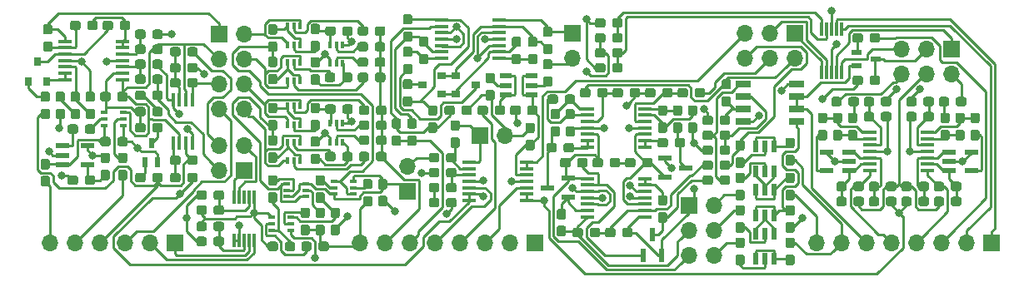
<source format=gtl>
G04 #@! TF.GenerationSoftware,KiCad,Pcbnew,(5.1.5)-3*
G04 #@! TF.CreationDate,2021-03-15T11:56:59-05:00*
G04 #@! TF.ProjectId,channel,6368616e-6e65-46c2-9e6b-696361645f70,rev?*
G04 #@! TF.SameCoordinates,Original*
G04 #@! TF.FileFunction,Copper,L1,Top*
G04 #@! TF.FilePolarity,Positive*
%FSLAX46Y46*%
G04 Gerber Fmt 4.6, Leading zero omitted, Abs format (unit mm)*
G04 Created by KiCad (PCBNEW (5.1.5)-3) date 2021-03-15 11:56:59*
%MOMM*%
%LPD*%
G04 APERTURE LIST*
%ADD10R,0.400000X0.650000*%
%ADD11R,0.650000X0.400000*%
%ADD12O,1.700000X1.700000*%
%ADD13R,1.700000X1.700000*%
%ADD14R,0.450000X1.400000*%
%ADD15C,0.100000*%
%ADD16R,1.475000X0.450000*%
%ADD17R,0.900000X0.800000*%
%ADD18R,0.550000X1.000000*%
%ADD19R,1.000000X0.550000*%
%ADD20R,1.400000X0.600000*%
%ADD21R,0.600000X1.150000*%
%ADD22R,0.600000X1.350000*%
%ADD23R,1.350000X0.600000*%
%ADD24R,0.800000X0.900000*%
%ADD25R,1.150000X0.600000*%
%ADD26R,0.300000X1.400000*%
%ADD27R,1.500000X0.650000*%
%ADD28C,0.800000*%
%ADD29C,0.250000*%
G04 APERTURE END LIST*
D10*
X128793000Y-95824000D03*
X127493000Y-95824000D03*
X128143000Y-97724000D03*
X128143000Y-95824000D03*
X127493000Y-97724000D03*
X128793000Y-97724000D03*
X128793000Y-103825000D03*
X127493000Y-103825000D03*
X128143000Y-105725000D03*
X128143000Y-103825000D03*
X127493000Y-105725000D03*
X128793000Y-105725000D03*
D11*
X121605000Y-114696000D03*
X121605000Y-113396000D03*
X123505000Y-114046000D03*
X121605000Y-114046000D03*
X123505000Y-113396000D03*
X123505000Y-114696000D03*
X106487000Y-102728000D03*
X106487000Y-104028000D03*
X104587000Y-103378000D03*
X106487000Y-103378000D03*
X104587000Y-104028000D03*
X104587000Y-102728000D03*
D12*
X118745000Y-102362000D03*
X116205000Y-102362000D03*
X118745000Y-99822000D03*
X116205000Y-99822000D03*
X118745000Y-97282000D03*
X116205000Y-97282000D03*
X118745000Y-94742000D03*
D13*
X116205000Y-94742000D03*
D14*
X113497000Y-101432000D03*
X112847000Y-101432000D03*
X112197000Y-101432000D03*
X111547000Y-101432000D03*
X111547000Y-105832000D03*
X112197000Y-105832000D03*
X112847000Y-105832000D03*
X113497000Y-105832000D03*
G04 #@! TA.AperFunction,SMDPad,CuDef*
D15*
G36*
X114751779Y-115350144D02*
G01*
X114774834Y-115353563D01*
X114797443Y-115359227D01*
X114819387Y-115367079D01*
X114840457Y-115377044D01*
X114860448Y-115389026D01*
X114879168Y-115402910D01*
X114896438Y-115418562D01*
X114912090Y-115435832D01*
X114925974Y-115454552D01*
X114937956Y-115474543D01*
X114947921Y-115495613D01*
X114955773Y-115517557D01*
X114961437Y-115540166D01*
X114964856Y-115563221D01*
X114966000Y-115586500D01*
X114966000Y-116061500D01*
X114964856Y-116084779D01*
X114961437Y-116107834D01*
X114955773Y-116130443D01*
X114947921Y-116152387D01*
X114937956Y-116173457D01*
X114925974Y-116193448D01*
X114912090Y-116212168D01*
X114896438Y-116229438D01*
X114879168Y-116245090D01*
X114860448Y-116258974D01*
X114840457Y-116270956D01*
X114819387Y-116280921D01*
X114797443Y-116288773D01*
X114774834Y-116294437D01*
X114751779Y-116297856D01*
X114728500Y-116299000D01*
X114153500Y-116299000D01*
X114130221Y-116297856D01*
X114107166Y-116294437D01*
X114084557Y-116288773D01*
X114062613Y-116280921D01*
X114041543Y-116270956D01*
X114021552Y-116258974D01*
X114002832Y-116245090D01*
X113985562Y-116229438D01*
X113969910Y-116212168D01*
X113956026Y-116193448D01*
X113944044Y-116173457D01*
X113934079Y-116152387D01*
X113926227Y-116130443D01*
X113920563Y-116107834D01*
X113917144Y-116084779D01*
X113916000Y-116061500D01*
X113916000Y-115586500D01*
X113917144Y-115563221D01*
X113920563Y-115540166D01*
X113926227Y-115517557D01*
X113934079Y-115495613D01*
X113944044Y-115474543D01*
X113956026Y-115454552D01*
X113969910Y-115435832D01*
X113985562Y-115418562D01*
X114002832Y-115402910D01*
X114021552Y-115389026D01*
X114041543Y-115377044D01*
X114062613Y-115367079D01*
X114084557Y-115359227D01*
X114107166Y-115353563D01*
X114130221Y-115350144D01*
X114153500Y-115349000D01*
X114728500Y-115349000D01*
X114751779Y-115350144D01*
G37*
G04 #@! TD.AperFunction*
G04 #@! TA.AperFunction,SMDPad,CuDef*
G36*
X116501779Y-115350144D02*
G01*
X116524834Y-115353563D01*
X116547443Y-115359227D01*
X116569387Y-115367079D01*
X116590457Y-115377044D01*
X116610448Y-115389026D01*
X116629168Y-115402910D01*
X116646438Y-115418562D01*
X116662090Y-115435832D01*
X116675974Y-115454552D01*
X116687956Y-115474543D01*
X116697921Y-115495613D01*
X116705773Y-115517557D01*
X116711437Y-115540166D01*
X116714856Y-115563221D01*
X116716000Y-115586500D01*
X116716000Y-116061500D01*
X116714856Y-116084779D01*
X116711437Y-116107834D01*
X116705773Y-116130443D01*
X116697921Y-116152387D01*
X116687956Y-116173457D01*
X116675974Y-116193448D01*
X116662090Y-116212168D01*
X116646438Y-116229438D01*
X116629168Y-116245090D01*
X116610448Y-116258974D01*
X116590457Y-116270956D01*
X116569387Y-116280921D01*
X116547443Y-116288773D01*
X116524834Y-116294437D01*
X116501779Y-116297856D01*
X116478500Y-116299000D01*
X115903500Y-116299000D01*
X115880221Y-116297856D01*
X115857166Y-116294437D01*
X115834557Y-116288773D01*
X115812613Y-116280921D01*
X115791543Y-116270956D01*
X115771552Y-116258974D01*
X115752832Y-116245090D01*
X115735562Y-116229438D01*
X115719910Y-116212168D01*
X115706026Y-116193448D01*
X115694044Y-116173457D01*
X115684079Y-116152387D01*
X115676227Y-116130443D01*
X115670563Y-116107834D01*
X115667144Y-116084779D01*
X115666000Y-116061500D01*
X115666000Y-115586500D01*
X115667144Y-115563221D01*
X115670563Y-115540166D01*
X115676227Y-115517557D01*
X115684079Y-115495613D01*
X115694044Y-115474543D01*
X115706026Y-115454552D01*
X115719910Y-115435832D01*
X115735562Y-115418562D01*
X115752832Y-115402910D01*
X115771552Y-115389026D01*
X115791543Y-115377044D01*
X115812613Y-115367079D01*
X115834557Y-115359227D01*
X115857166Y-115353563D01*
X115880221Y-115350144D01*
X115903500Y-115349000D01*
X116478500Y-115349000D01*
X116501779Y-115350144D01*
G37*
G04 #@! TD.AperFunction*
G04 #@! TA.AperFunction,SMDPad,CuDef*
G36*
X116501779Y-113826144D02*
G01*
X116524834Y-113829563D01*
X116547443Y-113835227D01*
X116569387Y-113843079D01*
X116590457Y-113853044D01*
X116610448Y-113865026D01*
X116629168Y-113878910D01*
X116646438Y-113894562D01*
X116662090Y-113911832D01*
X116675974Y-113930552D01*
X116687956Y-113950543D01*
X116697921Y-113971613D01*
X116705773Y-113993557D01*
X116711437Y-114016166D01*
X116714856Y-114039221D01*
X116716000Y-114062500D01*
X116716000Y-114537500D01*
X116714856Y-114560779D01*
X116711437Y-114583834D01*
X116705773Y-114606443D01*
X116697921Y-114628387D01*
X116687956Y-114649457D01*
X116675974Y-114669448D01*
X116662090Y-114688168D01*
X116646438Y-114705438D01*
X116629168Y-114721090D01*
X116610448Y-114734974D01*
X116590457Y-114746956D01*
X116569387Y-114756921D01*
X116547443Y-114764773D01*
X116524834Y-114770437D01*
X116501779Y-114773856D01*
X116478500Y-114775000D01*
X115903500Y-114775000D01*
X115880221Y-114773856D01*
X115857166Y-114770437D01*
X115834557Y-114764773D01*
X115812613Y-114756921D01*
X115791543Y-114746956D01*
X115771552Y-114734974D01*
X115752832Y-114721090D01*
X115735562Y-114705438D01*
X115719910Y-114688168D01*
X115706026Y-114669448D01*
X115694044Y-114649457D01*
X115684079Y-114628387D01*
X115676227Y-114606443D01*
X115670563Y-114583834D01*
X115667144Y-114560779D01*
X115666000Y-114537500D01*
X115666000Y-114062500D01*
X115667144Y-114039221D01*
X115670563Y-114016166D01*
X115676227Y-113993557D01*
X115684079Y-113971613D01*
X115694044Y-113950543D01*
X115706026Y-113930552D01*
X115719910Y-113911832D01*
X115735562Y-113894562D01*
X115752832Y-113878910D01*
X115771552Y-113865026D01*
X115791543Y-113853044D01*
X115812613Y-113843079D01*
X115834557Y-113835227D01*
X115857166Y-113829563D01*
X115880221Y-113826144D01*
X115903500Y-113825000D01*
X116478500Y-113825000D01*
X116501779Y-113826144D01*
G37*
G04 #@! TD.AperFunction*
G04 #@! TA.AperFunction,SMDPad,CuDef*
G36*
X114751779Y-113826144D02*
G01*
X114774834Y-113829563D01*
X114797443Y-113835227D01*
X114819387Y-113843079D01*
X114840457Y-113853044D01*
X114860448Y-113865026D01*
X114879168Y-113878910D01*
X114896438Y-113894562D01*
X114912090Y-113911832D01*
X114925974Y-113930552D01*
X114937956Y-113950543D01*
X114947921Y-113971613D01*
X114955773Y-113993557D01*
X114961437Y-114016166D01*
X114964856Y-114039221D01*
X114966000Y-114062500D01*
X114966000Y-114537500D01*
X114964856Y-114560779D01*
X114961437Y-114583834D01*
X114955773Y-114606443D01*
X114947921Y-114628387D01*
X114937956Y-114649457D01*
X114925974Y-114669448D01*
X114912090Y-114688168D01*
X114896438Y-114705438D01*
X114879168Y-114721090D01*
X114860448Y-114734974D01*
X114840457Y-114746956D01*
X114819387Y-114756921D01*
X114797443Y-114764773D01*
X114774834Y-114770437D01*
X114751779Y-114773856D01*
X114728500Y-114775000D01*
X114153500Y-114775000D01*
X114130221Y-114773856D01*
X114107166Y-114770437D01*
X114084557Y-114764773D01*
X114062613Y-114756921D01*
X114041543Y-114746956D01*
X114021552Y-114734974D01*
X114002832Y-114721090D01*
X113985562Y-114705438D01*
X113969910Y-114688168D01*
X113956026Y-114669448D01*
X113944044Y-114649457D01*
X113934079Y-114628387D01*
X113926227Y-114606443D01*
X113920563Y-114583834D01*
X113917144Y-114560779D01*
X113916000Y-114537500D01*
X113916000Y-114062500D01*
X113917144Y-114039221D01*
X113920563Y-114016166D01*
X113926227Y-113993557D01*
X113934079Y-113971613D01*
X113944044Y-113950543D01*
X113956026Y-113930552D01*
X113969910Y-113911832D01*
X113985562Y-113894562D01*
X114002832Y-113878910D01*
X114021552Y-113865026D01*
X114041543Y-113853044D01*
X114062613Y-113843079D01*
X114084557Y-113835227D01*
X114107166Y-113829563D01*
X114130221Y-113826144D01*
X114153500Y-113825000D01*
X114728500Y-113825000D01*
X114751779Y-113826144D01*
G37*
G04 #@! TD.AperFunction*
G04 #@! TA.AperFunction,SMDPad,CuDef*
G36*
X114751779Y-110651144D02*
G01*
X114774834Y-110654563D01*
X114797443Y-110660227D01*
X114819387Y-110668079D01*
X114840457Y-110678044D01*
X114860448Y-110690026D01*
X114879168Y-110703910D01*
X114896438Y-110719562D01*
X114912090Y-110736832D01*
X114925974Y-110755552D01*
X114937956Y-110775543D01*
X114947921Y-110796613D01*
X114955773Y-110818557D01*
X114961437Y-110841166D01*
X114964856Y-110864221D01*
X114966000Y-110887500D01*
X114966000Y-111362500D01*
X114964856Y-111385779D01*
X114961437Y-111408834D01*
X114955773Y-111431443D01*
X114947921Y-111453387D01*
X114937956Y-111474457D01*
X114925974Y-111494448D01*
X114912090Y-111513168D01*
X114896438Y-111530438D01*
X114879168Y-111546090D01*
X114860448Y-111559974D01*
X114840457Y-111571956D01*
X114819387Y-111581921D01*
X114797443Y-111589773D01*
X114774834Y-111595437D01*
X114751779Y-111598856D01*
X114728500Y-111600000D01*
X114153500Y-111600000D01*
X114130221Y-111598856D01*
X114107166Y-111595437D01*
X114084557Y-111589773D01*
X114062613Y-111581921D01*
X114041543Y-111571956D01*
X114021552Y-111559974D01*
X114002832Y-111546090D01*
X113985562Y-111530438D01*
X113969910Y-111513168D01*
X113956026Y-111494448D01*
X113944044Y-111474457D01*
X113934079Y-111453387D01*
X113926227Y-111431443D01*
X113920563Y-111408834D01*
X113917144Y-111385779D01*
X113916000Y-111362500D01*
X113916000Y-110887500D01*
X113917144Y-110864221D01*
X113920563Y-110841166D01*
X113926227Y-110818557D01*
X113934079Y-110796613D01*
X113944044Y-110775543D01*
X113956026Y-110755552D01*
X113969910Y-110736832D01*
X113985562Y-110719562D01*
X114002832Y-110703910D01*
X114021552Y-110690026D01*
X114041543Y-110678044D01*
X114062613Y-110668079D01*
X114084557Y-110660227D01*
X114107166Y-110654563D01*
X114130221Y-110651144D01*
X114153500Y-110650000D01*
X114728500Y-110650000D01*
X114751779Y-110651144D01*
G37*
G04 #@! TD.AperFunction*
G04 #@! TA.AperFunction,SMDPad,CuDef*
G36*
X116501779Y-110651144D02*
G01*
X116524834Y-110654563D01*
X116547443Y-110660227D01*
X116569387Y-110668079D01*
X116590457Y-110678044D01*
X116610448Y-110690026D01*
X116629168Y-110703910D01*
X116646438Y-110719562D01*
X116662090Y-110736832D01*
X116675974Y-110755552D01*
X116687956Y-110775543D01*
X116697921Y-110796613D01*
X116705773Y-110818557D01*
X116711437Y-110841166D01*
X116714856Y-110864221D01*
X116716000Y-110887500D01*
X116716000Y-111362500D01*
X116714856Y-111385779D01*
X116711437Y-111408834D01*
X116705773Y-111431443D01*
X116697921Y-111453387D01*
X116687956Y-111474457D01*
X116675974Y-111494448D01*
X116662090Y-111513168D01*
X116646438Y-111530438D01*
X116629168Y-111546090D01*
X116610448Y-111559974D01*
X116590457Y-111571956D01*
X116569387Y-111581921D01*
X116547443Y-111589773D01*
X116524834Y-111595437D01*
X116501779Y-111598856D01*
X116478500Y-111600000D01*
X115903500Y-111600000D01*
X115880221Y-111598856D01*
X115857166Y-111595437D01*
X115834557Y-111589773D01*
X115812613Y-111581921D01*
X115791543Y-111571956D01*
X115771552Y-111559974D01*
X115752832Y-111546090D01*
X115735562Y-111530438D01*
X115719910Y-111513168D01*
X115706026Y-111494448D01*
X115694044Y-111474457D01*
X115684079Y-111453387D01*
X115676227Y-111431443D01*
X115670563Y-111408834D01*
X115667144Y-111385779D01*
X115666000Y-111362500D01*
X115666000Y-110887500D01*
X115667144Y-110864221D01*
X115670563Y-110841166D01*
X115676227Y-110818557D01*
X115684079Y-110796613D01*
X115694044Y-110775543D01*
X115706026Y-110755552D01*
X115719910Y-110736832D01*
X115735562Y-110719562D01*
X115752832Y-110703910D01*
X115771552Y-110690026D01*
X115791543Y-110678044D01*
X115812613Y-110668079D01*
X115834557Y-110660227D01*
X115857166Y-110654563D01*
X115880221Y-110651144D01*
X115903500Y-110650000D01*
X116478500Y-110650000D01*
X116501779Y-110651144D01*
G37*
G04 #@! TD.AperFunction*
G04 #@! TA.AperFunction,SMDPad,CuDef*
G36*
X116501779Y-112175144D02*
G01*
X116524834Y-112178563D01*
X116547443Y-112184227D01*
X116569387Y-112192079D01*
X116590457Y-112202044D01*
X116610448Y-112214026D01*
X116629168Y-112227910D01*
X116646438Y-112243562D01*
X116662090Y-112260832D01*
X116675974Y-112279552D01*
X116687956Y-112299543D01*
X116697921Y-112320613D01*
X116705773Y-112342557D01*
X116711437Y-112365166D01*
X116714856Y-112388221D01*
X116716000Y-112411500D01*
X116716000Y-112886500D01*
X116714856Y-112909779D01*
X116711437Y-112932834D01*
X116705773Y-112955443D01*
X116697921Y-112977387D01*
X116687956Y-112998457D01*
X116675974Y-113018448D01*
X116662090Y-113037168D01*
X116646438Y-113054438D01*
X116629168Y-113070090D01*
X116610448Y-113083974D01*
X116590457Y-113095956D01*
X116569387Y-113105921D01*
X116547443Y-113113773D01*
X116524834Y-113119437D01*
X116501779Y-113122856D01*
X116478500Y-113124000D01*
X115903500Y-113124000D01*
X115880221Y-113122856D01*
X115857166Y-113119437D01*
X115834557Y-113113773D01*
X115812613Y-113105921D01*
X115791543Y-113095956D01*
X115771552Y-113083974D01*
X115752832Y-113070090D01*
X115735562Y-113054438D01*
X115719910Y-113037168D01*
X115706026Y-113018448D01*
X115694044Y-112998457D01*
X115684079Y-112977387D01*
X115676227Y-112955443D01*
X115670563Y-112932834D01*
X115667144Y-112909779D01*
X115666000Y-112886500D01*
X115666000Y-112411500D01*
X115667144Y-112388221D01*
X115670563Y-112365166D01*
X115676227Y-112342557D01*
X115684079Y-112320613D01*
X115694044Y-112299543D01*
X115706026Y-112279552D01*
X115719910Y-112260832D01*
X115735562Y-112243562D01*
X115752832Y-112227910D01*
X115771552Y-112214026D01*
X115791543Y-112202044D01*
X115812613Y-112192079D01*
X115834557Y-112184227D01*
X115857166Y-112178563D01*
X115880221Y-112175144D01*
X115903500Y-112174000D01*
X116478500Y-112174000D01*
X116501779Y-112175144D01*
G37*
G04 #@! TD.AperFunction*
G04 #@! TA.AperFunction,SMDPad,CuDef*
G36*
X114751779Y-112175144D02*
G01*
X114774834Y-112178563D01*
X114797443Y-112184227D01*
X114819387Y-112192079D01*
X114840457Y-112202044D01*
X114860448Y-112214026D01*
X114879168Y-112227910D01*
X114896438Y-112243562D01*
X114912090Y-112260832D01*
X114925974Y-112279552D01*
X114937956Y-112299543D01*
X114947921Y-112320613D01*
X114955773Y-112342557D01*
X114961437Y-112365166D01*
X114964856Y-112388221D01*
X114966000Y-112411500D01*
X114966000Y-112886500D01*
X114964856Y-112909779D01*
X114961437Y-112932834D01*
X114955773Y-112955443D01*
X114947921Y-112977387D01*
X114937956Y-112998457D01*
X114925974Y-113018448D01*
X114912090Y-113037168D01*
X114896438Y-113054438D01*
X114879168Y-113070090D01*
X114860448Y-113083974D01*
X114840457Y-113095956D01*
X114819387Y-113105921D01*
X114797443Y-113113773D01*
X114774834Y-113119437D01*
X114751779Y-113122856D01*
X114728500Y-113124000D01*
X114153500Y-113124000D01*
X114130221Y-113122856D01*
X114107166Y-113119437D01*
X114084557Y-113113773D01*
X114062613Y-113105921D01*
X114041543Y-113095956D01*
X114021552Y-113083974D01*
X114002832Y-113070090D01*
X113985562Y-113054438D01*
X113969910Y-113037168D01*
X113956026Y-113018448D01*
X113944044Y-112998457D01*
X113934079Y-112977387D01*
X113926227Y-112955443D01*
X113920563Y-112932834D01*
X113917144Y-112909779D01*
X113916000Y-112886500D01*
X113916000Y-112411500D01*
X113917144Y-112388221D01*
X113920563Y-112365166D01*
X113926227Y-112342557D01*
X113934079Y-112320613D01*
X113944044Y-112299543D01*
X113956026Y-112279552D01*
X113969910Y-112260832D01*
X113985562Y-112243562D01*
X114002832Y-112227910D01*
X114021552Y-112214026D01*
X114041543Y-112202044D01*
X114062613Y-112192079D01*
X114084557Y-112184227D01*
X114107166Y-112178563D01*
X114130221Y-112175144D01*
X114153500Y-112174000D01*
X114728500Y-112174000D01*
X114751779Y-112175144D01*
G37*
G04 #@! TD.AperFunction*
D12*
X99060000Y-115951000D03*
X101600000Y-115951000D03*
X104140000Y-115951000D03*
X106680000Y-115951000D03*
X109220000Y-115951000D03*
D13*
X111760000Y-115951000D03*
G04 #@! TA.AperFunction,SMDPad,CuDef*
D15*
G36*
X126752779Y-110841144D02*
G01*
X126775834Y-110844563D01*
X126798443Y-110850227D01*
X126820387Y-110858079D01*
X126841457Y-110868044D01*
X126861448Y-110880026D01*
X126880168Y-110893910D01*
X126897438Y-110909562D01*
X126913090Y-110926832D01*
X126926974Y-110945552D01*
X126938956Y-110965543D01*
X126948921Y-110986613D01*
X126956773Y-111008557D01*
X126962437Y-111031166D01*
X126965856Y-111054221D01*
X126967000Y-111077500D01*
X126967000Y-111652500D01*
X126965856Y-111675779D01*
X126962437Y-111698834D01*
X126956773Y-111721443D01*
X126948921Y-111743387D01*
X126938956Y-111764457D01*
X126926974Y-111784448D01*
X126913090Y-111803168D01*
X126897438Y-111820438D01*
X126880168Y-111836090D01*
X126861448Y-111849974D01*
X126841457Y-111861956D01*
X126820387Y-111871921D01*
X126798443Y-111879773D01*
X126775834Y-111885437D01*
X126752779Y-111888856D01*
X126729500Y-111890000D01*
X126254500Y-111890000D01*
X126231221Y-111888856D01*
X126208166Y-111885437D01*
X126185557Y-111879773D01*
X126163613Y-111871921D01*
X126142543Y-111861956D01*
X126122552Y-111849974D01*
X126103832Y-111836090D01*
X126086562Y-111820438D01*
X126070910Y-111803168D01*
X126057026Y-111784448D01*
X126045044Y-111764457D01*
X126035079Y-111743387D01*
X126027227Y-111721443D01*
X126021563Y-111698834D01*
X126018144Y-111675779D01*
X126017000Y-111652500D01*
X126017000Y-111077500D01*
X126018144Y-111054221D01*
X126021563Y-111031166D01*
X126027227Y-111008557D01*
X126035079Y-110986613D01*
X126045044Y-110965543D01*
X126057026Y-110945552D01*
X126070910Y-110926832D01*
X126086562Y-110909562D01*
X126103832Y-110893910D01*
X126122552Y-110880026D01*
X126142543Y-110868044D01*
X126163613Y-110858079D01*
X126185557Y-110850227D01*
X126208166Y-110844563D01*
X126231221Y-110841144D01*
X126254500Y-110840000D01*
X126729500Y-110840000D01*
X126752779Y-110841144D01*
G37*
G04 #@! TD.AperFunction*
G04 #@! TA.AperFunction,SMDPad,CuDef*
G36*
X126752779Y-109091144D02*
G01*
X126775834Y-109094563D01*
X126798443Y-109100227D01*
X126820387Y-109108079D01*
X126841457Y-109118044D01*
X126861448Y-109130026D01*
X126880168Y-109143910D01*
X126897438Y-109159562D01*
X126913090Y-109176832D01*
X126926974Y-109195552D01*
X126938956Y-109215543D01*
X126948921Y-109236613D01*
X126956773Y-109258557D01*
X126962437Y-109281166D01*
X126965856Y-109304221D01*
X126967000Y-109327500D01*
X126967000Y-109902500D01*
X126965856Y-109925779D01*
X126962437Y-109948834D01*
X126956773Y-109971443D01*
X126948921Y-109993387D01*
X126938956Y-110014457D01*
X126926974Y-110034448D01*
X126913090Y-110053168D01*
X126897438Y-110070438D01*
X126880168Y-110086090D01*
X126861448Y-110099974D01*
X126841457Y-110111956D01*
X126820387Y-110121921D01*
X126798443Y-110129773D01*
X126775834Y-110135437D01*
X126752779Y-110138856D01*
X126729500Y-110140000D01*
X126254500Y-110140000D01*
X126231221Y-110138856D01*
X126208166Y-110135437D01*
X126185557Y-110129773D01*
X126163613Y-110121921D01*
X126142543Y-110111956D01*
X126122552Y-110099974D01*
X126103832Y-110086090D01*
X126086562Y-110070438D01*
X126070910Y-110053168D01*
X126057026Y-110034448D01*
X126045044Y-110014457D01*
X126035079Y-109993387D01*
X126027227Y-109971443D01*
X126021563Y-109948834D01*
X126018144Y-109925779D01*
X126017000Y-109902500D01*
X126017000Y-109327500D01*
X126018144Y-109304221D01*
X126021563Y-109281166D01*
X126027227Y-109258557D01*
X126035079Y-109236613D01*
X126045044Y-109215543D01*
X126057026Y-109195552D01*
X126070910Y-109176832D01*
X126086562Y-109159562D01*
X126103832Y-109143910D01*
X126122552Y-109130026D01*
X126142543Y-109118044D01*
X126163613Y-109108079D01*
X126185557Y-109100227D01*
X126208166Y-109094563D01*
X126231221Y-109091144D01*
X126254500Y-109090000D01*
X126729500Y-109090000D01*
X126752779Y-109091144D01*
G37*
G04 #@! TD.AperFunction*
D11*
X129855000Y-111013000D03*
X129855000Y-109713000D03*
X127955000Y-110363000D03*
X129855000Y-110363000D03*
X127955000Y-109713000D03*
X127955000Y-111013000D03*
D12*
X130556000Y-115951000D03*
X133096000Y-115951000D03*
X135636000Y-115951000D03*
X138176000Y-115951000D03*
X140716000Y-115951000D03*
X143256000Y-115951000D03*
X145796000Y-115951000D03*
D13*
X148336000Y-115951000D03*
G04 #@! TA.AperFunction,SMDPad,CuDef*
D15*
G36*
X131134779Y-95538144D02*
G01*
X131157834Y-95541563D01*
X131180443Y-95547227D01*
X131202387Y-95555079D01*
X131223457Y-95565044D01*
X131243448Y-95577026D01*
X131262168Y-95590910D01*
X131279438Y-95606562D01*
X131295090Y-95623832D01*
X131308974Y-95642552D01*
X131320956Y-95662543D01*
X131330921Y-95683613D01*
X131338773Y-95705557D01*
X131344437Y-95728166D01*
X131347856Y-95751221D01*
X131349000Y-95774500D01*
X131349000Y-96249500D01*
X131347856Y-96272779D01*
X131344437Y-96295834D01*
X131338773Y-96318443D01*
X131330921Y-96340387D01*
X131320956Y-96361457D01*
X131308974Y-96381448D01*
X131295090Y-96400168D01*
X131279438Y-96417438D01*
X131262168Y-96433090D01*
X131243448Y-96446974D01*
X131223457Y-96458956D01*
X131202387Y-96468921D01*
X131180443Y-96476773D01*
X131157834Y-96482437D01*
X131134779Y-96485856D01*
X131111500Y-96487000D01*
X130536500Y-96487000D01*
X130513221Y-96485856D01*
X130490166Y-96482437D01*
X130467557Y-96476773D01*
X130445613Y-96468921D01*
X130424543Y-96458956D01*
X130404552Y-96446974D01*
X130385832Y-96433090D01*
X130368562Y-96417438D01*
X130352910Y-96400168D01*
X130339026Y-96381448D01*
X130327044Y-96361457D01*
X130317079Y-96340387D01*
X130309227Y-96318443D01*
X130303563Y-96295834D01*
X130300144Y-96272779D01*
X130299000Y-96249500D01*
X130299000Y-95774500D01*
X130300144Y-95751221D01*
X130303563Y-95728166D01*
X130309227Y-95705557D01*
X130317079Y-95683613D01*
X130327044Y-95662543D01*
X130339026Y-95642552D01*
X130352910Y-95623832D01*
X130368562Y-95606562D01*
X130385832Y-95590910D01*
X130404552Y-95577026D01*
X130424543Y-95565044D01*
X130445613Y-95555079D01*
X130467557Y-95547227D01*
X130490166Y-95541563D01*
X130513221Y-95538144D01*
X130536500Y-95537000D01*
X131111500Y-95537000D01*
X131134779Y-95538144D01*
G37*
G04 #@! TD.AperFunction*
G04 #@! TA.AperFunction,SMDPad,CuDef*
G36*
X132884779Y-95538144D02*
G01*
X132907834Y-95541563D01*
X132930443Y-95547227D01*
X132952387Y-95555079D01*
X132973457Y-95565044D01*
X132993448Y-95577026D01*
X133012168Y-95590910D01*
X133029438Y-95606562D01*
X133045090Y-95623832D01*
X133058974Y-95642552D01*
X133070956Y-95662543D01*
X133080921Y-95683613D01*
X133088773Y-95705557D01*
X133094437Y-95728166D01*
X133097856Y-95751221D01*
X133099000Y-95774500D01*
X133099000Y-96249500D01*
X133097856Y-96272779D01*
X133094437Y-96295834D01*
X133088773Y-96318443D01*
X133080921Y-96340387D01*
X133070956Y-96361457D01*
X133058974Y-96381448D01*
X133045090Y-96400168D01*
X133029438Y-96417438D01*
X133012168Y-96433090D01*
X132993448Y-96446974D01*
X132973457Y-96458956D01*
X132952387Y-96468921D01*
X132930443Y-96476773D01*
X132907834Y-96482437D01*
X132884779Y-96485856D01*
X132861500Y-96487000D01*
X132286500Y-96487000D01*
X132263221Y-96485856D01*
X132240166Y-96482437D01*
X132217557Y-96476773D01*
X132195613Y-96468921D01*
X132174543Y-96458956D01*
X132154552Y-96446974D01*
X132135832Y-96433090D01*
X132118562Y-96417438D01*
X132102910Y-96400168D01*
X132089026Y-96381448D01*
X132077044Y-96361457D01*
X132067079Y-96340387D01*
X132059227Y-96318443D01*
X132053563Y-96295834D01*
X132050144Y-96272779D01*
X132049000Y-96249500D01*
X132049000Y-95774500D01*
X132050144Y-95751221D01*
X132053563Y-95728166D01*
X132059227Y-95705557D01*
X132067079Y-95683613D01*
X132077044Y-95662543D01*
X132089026Y-95642552D01*
X132102910Y-95623832D01*
X132118562Y-95606562D01*
X132135832Y-95590910D01*
X132154552Y-95577026D01*
X132174543Y-95565044D01*
X132195613Y-95555079D01*
X132217557Y-95547227D01*
X132240166Y-95541563D01*
X132263221Y-95538144D01*
X132286500Y-95537000D01*
X132861500Y-95537000D01*
X132884779Y-95538144D01*
G37*
G04 #@! TD.AperFunction*
D16*
X144670000Y-93300000D03*
X144670000Y-93950000D03*
X144670000Y-94600000D03*
X144670000Y-95250000D03*
X144670000Y-95900000D03*
X144670000Y-96550000D03*
X144670000Y-97200000D03*
X138794000Y-97200000D03*
X138794000Y-96550000D03*
X138794000Y-95900000D03*
X138794000Y-95250000D03*
X138794000Y-94600000D03*
X138794000Y-93950000D03*
X138794000Y-93300000D03*
X147464000Y-107778000D03*
X147464000Y-108428000D03*
X147464000Y-109078000D03*
X147464000Y-109728000D03*
X147464000Y-110378000D03*
X147464000Y-111028000D03*
X147464000Y-111678000D03*
X141588000Y-111678000D03*
X141588000Y-111028000D03*
X141588000Y-110378000D03*
X141588000Y-109728000D03*
X141588000Y-109078000D03*
X141588000Y-108428000D03*
X141588000Y-107778000D03*
G04 #@! TA.AperFunction,SMDPad,CuDef*
D15*
G36*
X135642779Y-97760144D02*
G01*
X135665834Y-97763563D01*
X135688443Y-97769227D01*
X135710387Y-97777079D01*
X135731457Y-97787044D01*
X135751448Y-97799026D01*
X135770168Y-97812910D01*
X135787438Y-97828562D01*
X135803090Y-97845832D01*
X135816974Y-97864552D01*
X135828956Y-97884543D01*
X135838921Y-97905613D01*
X135846773Y-97927557D01*
X135852437Y-97950166D01*
X135855856Y-97973221D01*
X135857000Y-97996500D01*
X135857000Y-98571500D01*
X135855856Y-98594779D01*
X135852437Y-98617834D01*
X135846773Y-98640443D01*
X135838921Y-98662387D01*
X135828956Y-98683457D01*
X135816974Y-98703448D01*
X135803090Y-98722168D01*
X135787438Y-98739438D01*
X135770168Y-98755090D01*
X135751448Y-98768974D01*
X135731457Y-98780956D01*
X135710387Y-98790921D01*
X135688443Y-98798773D01*
X135665834Y-98804437D01*
X135642779Y-98807856D01*
X135619500Y-98809000D01*
X135144500Y-98809000D01*
X135121221Y-98807856D01*
X135098166Y-98804437D01*
X135075557Y-98798773D01*
X135053613Y-98790921D01*
X135032543Y-98780956D01*
X135012552Y-98768974D01*
X134993832Y-98755090D01*
X134976562Y-98739438D01*
X134960910Y-98722168D01*
X134947026Y-98703448D01*
X134935044Y-98683457D01*
X134925079Y-98662387D01*
X134917227Y-98640443D01*
X134911563Y-98617834D01*
X134908144Y-98594779D01*
X134907000Y-98571500D01*
X134907000Y-97996500D01*
X134908144Y-97973221D01*
X134911563Y-97950166D01*
X134917227Y-97927557D01*
X134925079Y-97905613D01*
X134935044Y-97884543D01*
X134947026Y-97864552D01*
X134960910Y-97845832D01*
X134976562Y-97828562D01*
X134993832Y-97812910D01*
X135012552Y-97799026D01*
X135032543Y-97787044D01*
X135053613Y-97777079D01*
X135075557Y-97769227D01*
X135098166Y-97763563D01*
X135121221Y-97760144D01*
X135144500Y-97759000D01*
X135619500Y-97759000D01*
X135642779Y-97760144D01*
G37*
G04 #@! TD.AperFunction*
G04 #@! TA.AperFunction,SMDPad,CuDef*
G36*
X135642779Y-96010144D02*
G01*
X135665834Y-96013563D01*
X135688443Y-96019227D01*
X135710387Y-96027079D01*
X135731457Y-96037044D01*
X135751448Y-96049026D01*
X135770168Y-96062910D01*
X135787438Y-96078562D01*
X135803090Y-96095832D01*
X135816974Y-96114552D01*
X135828956Y-96134543D01*
X135838921Y-96155613D01*
X135846773Y-96177557D01*
X135852437Y-96200166D01*
X135855856Y-96223221D01*
X135857000Y-96246500D01*
X135857000Y-96821500D01*
X135855856Y-96844779D01*
X135852437Y-96867834D01*
X135846773Y-96890443D01*
X135838921Y-96912387D01*
X135828956Y-96933457D01*
X135816974Y-96953448D01*
X135803090Y-96972168D01*
X135787438Y-96989438D01*
X135770168Y-97005090D01*
X135751448Y-97018974D01*
X135731457Y-97030956D01*
X135710387Y-97040921D01*
X135688443Y-97048773D01*
X135665834Y-97054437D01*
X135642779Y-97057856D01*
X135619500Y-97059000D01*
X135144500Y-97059000D01*
X135121221Y-97057856D01*
X135098166Y-97054437D01*
X135075557Y-97048773D01*
X135053613Y-97040921D01*
X135032543Y-97030956D01*
X135012552Y-97018974D01*
X134993832Y-97005090D01*
X134976562Y-96989438D01*
X134960910Y-96972168D01*
X134947026Y-96953448D01*
X134935044Y-96933457D01*
X134925079Y-96912387D01*
X134917227Y-96890443D01*
X134911563Y-96867834D01*
X134908144Y-96844779D01*
X134907000Y-96821500D01*
X134907000Y-96246500D01*
X134908144Y-96223221D01*
X134911563Y-96200166D01*
X134917227Y-96177557D01*
X134925079Y-96155613D01*
X134935044Y-96134543D01*
X134947026Y-96114552D01*
X134960910Y-96095832D01*
X134976562Y-96078562D01*
X134993832Y-96062910D01*
X135012552Y-96049026D01*
X135032543Y-96037044D01*
X135053613Y-96027079D01*
X135075557Y-96019227D01*
X135098166Y-96013563D01*
X135121221Y-96010144D01*
X135144500Y-96009000D01*
X135619500Y-96009000D01*
X135642779Y-96010144D01*
G37*
G04 #@! TD.AperFunction*
G04 #@! TA.AperFunction,SMDPad,CuDef*
G36*
X135630079Y-99312144D02*
G01*
X135653134Y-99315563D01*
X135675743Y-99321227D01*
X135697687Y-99329079D01*
X135718757Y-99339044D01*
X135738748Y-99351026D01*
X135757468Y-99364910D01*
X135774738Y-99380562D01*
X135790390Y-99397832D01*
X135804274Y-99416552D01*
X135816256Y-99436543D01*
X135826221Y-99457613D01*
X135834073Y-99479557D01*
X135839737Y-99502166D01*
X135843156Y-99525221D01*
X135844300Y-99548500D01*
X135844300Y-100123500D01*
X135843156Y-100146779D01*
X135839737Y-100169834D01*
X135834073Y-100192443D01*
X135826221Y-100214387D01*
X135816256Y-100235457D01*
X135804274Y-100255448D01*
X135790390Y-100274168D01*
X135774738Y-100291438D01*
X135757468Y-100307090D01*
X135738748Y-100320974D01*
X135718757Y-100332956D01*
X135697687Y-100342921D01*
X135675743Y-100350773D01*
X135653134Y-100356437D01*
X135630079Y-100359856D01*
X135606800Y-100361000D01*
X135131800Y-100361000D01*
X135108521Y-100359856D01*
X135085466Y-100356437D01*
X135062857Y-100350773D01*
X135040913Y-100342921D01*
X135019843Y-100332956D01*
X134999852Y-100320974D01*
X134981132Y-100307090D01*
X134963862Y-100291438D01*
X134948210Y-100274168D01*
X134934326Y-100255448D01*
X134922344Y-100235457D01*
X134912379Y-100214387D01*
X134904527Y-100192443D01*
X134898863Y-100169834D01*
X134895444Y-100146779D01*
X134894300Y-100123500D01*
X134894300Y-99548500D01*
X134895444Y-99525221D01*
X134898863Y-99502166D01*
X134904527Y-99479557D01*
X134912379Y-99457613D01*
X134922344Y-99436543D01*
X134934326Y-99416552D01*
X134948210Y-99397832D01*
X134963862Y-99380562D01*
X134981132Y-99364910D01*
X134999852Y-99351026D01*
X135019843Y-99339044D01*
X135040913Y-99329079D01*
X135062857Y-99321227D01*
X135085466Y-99315563D01*
X135108521Y-99312144D01*
X135131800Y-99311000D01*
X135606800Y-99311000D01*
X135630079Y-99312144D01*
G37*
G04 #@! TD.AperFunction*
G04 #@! TA.AperFunction,SMDPad,CuDef*
G36*
X135630079Y-101062144D02*
G01*
X135653134Y-101065563D01*
X135675743Y-101071227D01*
X135697687Y-101079079D01*
X135718757Y-101089044D01*
X135738748Y-101101026D01*
X135757468Y-101114910D01*
X135774738Y-101130562D01*
X135790390Y-101147832D01*
X135804274Y-101166552D01*
X135816256Y-101186543D01*
X135826221Y-101207613D01*
X135834073Y-101229557D01*
X135839737Y-101252166D01*
X135843156Y-101275221D01*
X135844300Y-101298500D01*
X135844300Y-101873500D01*
X135843156Y-101896779D01*
X135839737Y-101919834D01*
X135834073Y-101942443D01*
X135826221Y-101964387D01*
X135816256Y-101985457D01*
X135804274Y-102005448D01*
X135790390Y-102024168D01*
X135774738Y-102041438D01*
X135757468Y-102057090D01*
X135738748Y-102070974D01*
X135718757Y-102082956D01*
X135697687Y-102092921D01*
X135675743Y-102100773D01*
X135653134Y-102106437D01*
X135630079Y-102109856D01*
X135606800Y-102111000D01*
X135131800Y-102111000D01*
X135108521Y-102109856D01*
X135085466Y-102106437D01*
X135062857Y-102100773D01*
X135040913Y-102092921D01*
X135019843Y-102082956D01*
X134999852Y-102070974D01*
X134981132Y-102057090D01*
X134963862Y-102041438D01*
X134948210Y-102024168D01*
X134934326Y-102005448D01*
X134922344Y-101985457D01*
X134912379Y-101964387D01*
X134904527Y-101942443D01*
X134898863Y-101919834D01*
X134895444Y-101896779D01*
X134894300Y-101873500D01*
X134894300Y-101298500D01*
X134895444Y-101275221D01*
X134898863Y-101252166D01*
X134904527Y-101229557D01*
X134912379Y-101207613D01*
X134922344Y-101186543D01*
X134934326Y-101166552D01*
X134948210Y-101147832D01*
X134963862Y-101130562D01*
X134981132Y-101114910D01*
X134999852Y-101101026D01*
X135019843Y-101089044D01*
X135040913Y-101079079D01*
X135062857Y-101071227D01*
X135085466Y-101065563D01*
X135108521Y-101062144D01*
X135131800Y-101061000D01*
X135606800Y-101061000D01*
X135630079Y-101062144D01*
G37*
G04 #@! TD.AperFunction*
D17*
X142287500Y-99885500D03*
X140287500Y-100835500D03*
X140287500Y-98935500D03*
X136858500Y-99885500D03*
X138858500Y-98935500D03*
X138858500Y-100835500D03*
D13*
X190627000Y-96266000D03*
D12*
X190627000Y-98806000D03*
X188087000Y-96266000D03*
X188087000Y-98806000D03*
X185547000Y-96266000D03*
X185547000Y-98806000D03*
D13*
X174752000Y-94615000D03*
D12*
X174752000Y-97155000D03*
X172212000Y-94615000D03*
X172212000Y-97155000D03*
X169672000Y-94615000D03*
X169672000Y-97155000D03*
D13*
X163957000Y-112141000D03*
D12*
X166497000Y-112141000D03*
X163957000Y-114681000D03*
X166497000Y-114681000D03*
X163957000Y-117221000D03*
X166497000Y-117221000D03*
D16*
X159529000Y-109429000D03*
X159529000Y-110079000D03*
X159529000Y-110729000D03*
X159529000Y-111379000D03*
X159529000Y-112029000D03*
X159529000Y-112679000D03*
X159529000Y-113329000D03*
X153653000Y-113329000D03*
X153653000Y-112679000D03*
X153653000Y-112029000D03*
X153653000Y-111379000D03*
X153653000Y-110729000D03*
X153653000Y-110079000D03*
X153653000Y-109429000D03*
D12*
X145288000Y-105029000D03*
D13*
X142748000Y-105029000D03*
D12*
X176911000Y-115951000D03*
X179451000Y-115951000D03*
X181991000Y-115951000D03*
X184531000Y-115951000D03*
X187071000Y-115951000D03*
X189611000Y-115951000D03*
X192151000Y-115951000D03*
D13*
X194691000Y-115951000D03*
D18*
X108697000Y-107757000D03*
X109997000Y-107757000D03*
X109347000Y-105857000D03*
G04 #@! TA.AperFunction,SMDPad,CuDef*
D15*
G36*
X181426779Y-98967144D02*
G01*
X181449834Y-98970563D01*
X181472443Y-98976227D01*
X181494387Y-98984079D01*
X181515457Y-98994044D01*
X181535448Y-99006026D01*
X181554168Y-99019910D01*
X181571438Y-99035562D01*
X181587090Y-99052832D01*
X181600974Y-99071552D01*
X181612956Y-99091543D01*
X181622921Y-99112613D01*
X181630773Y-99134557D01*
X181636437Y-99157166D01*
X181639856Y-99180221D01*
X181641000Y-99203500D01*
X181641000Y-99678500D01*
X181639856Y-99701779D01*
X181636437Y-99724834D01*
X181630773Y-99747443D01*
X181622921Y-99769387D01*
X181612956Y-99790457D01*
X181600974Y-99810448D01*
X181587090Y-99829168D01*
X181571438Y-99846438D01*
X181554168Y-99862090D01*
X181535448Y-99875974D01*
X181515457Y-99887956D01*
X181494387Y-99897921D01*
X181472443Y-99905773D01*
X181449834Y-99911437D01*
X181426779Y-99914856D01*
X181403500Y-99916000D01*
X180828500Y-99916000D01*
X180805221Y-99914856D01*
X180782166Y-99911437D01*
X180759557Y-99905773D01*
X180737613Y-99897921D01*
X180716543Y-99887956D01*
X180696552Y-99875974D01*
X180677832Y-99862090D01*
X180660562Y-99846438D01*
X180644910Y-99829168D01*
X180631026Y-99810448D01*
X180619044Y-99790457D01*
X180609079Y-99769387D01*
X180601227Y-99747443D01*
X180595563Y-99724834D01*
X180592144Y-99701779D01*
X180591000Y-99678500D01*
X180591000Y-99203500D01*
X180592144Y-99180221D01*
X180595563Y-99157166D01*
X180601227Y-99134557D01*
X180609079Y-99112613D01*
X180619044Y-99091543D01*
X180631026Y-99071552D01*
X180644910Y-99052832D01*
X180660562Y-99035562D01*
X180677832Y-99019910D01*
X180696552Y-99006026D01*
X180716543Y-98994044D01*
X180737613Y-98984079D01*
X180759557Y-98976227D01*
X180782166Y-98970563D01*
X180805221Y-98967144D01*
X180828500Y-98966000D01*
X181403500Y-98966000D01*
X181426779Y-98967144D01*
G37*
G04 #@! TD.AperFunction*
G04 #@! TA.AperFunction,SMDPad,CuDef*
G36*
X183176779Y-98967144D02*
G01*
X183199834Y-98970563D01*
X183222443Y-98976227D01*
X183244387Y-98984079D01*
X183265457Y-98994044D01*
X183285448Y-99006026D01*
X183304168Y-99019910D01*
X183321438Y-99035562D01*
X183337090Y-99052832D01*
X183350974Y-99071552D01*
X183362956Y-99091543D01*
X183372921Y-99112613D01*
X183380773Y-99134557D01*
X183386437Y-99157166D01*
X183389856Y-99180221D01*
X183391000Y-99203500D01*
X183391000Y-99678500D01*
X183389856Y-99701779D01*
X183386437Y-99724834D01*
X183380773Y-99747443D01*
X183372921Y-99769387D01*
X183362956Y-99790457D01*
X183350974Y-99810448D01*
X183337090Y-99829168D01*
X183321438Y-99846438D01*
X183304168Y-99862090D01*
X183285448Y-99875974D01*
X183265457Y-99887956D01*
X183244387Y-99897921D01*
X183222443Y-99905773D01*
X183199834Y-99911437D01*
X183176779Y-99914856D01*
X183153500Y-99916000D01*
X182578500Y-99916000D01*
X182555221Y-99914856D01*
X182532166Y-99911437D01*
X182509557Y-99905773D01*
X182487613Y-99897921D01*
X182466543Y-99887956D01*
X182446552Y-99875974D01*
X182427832Y-99862090D01*
X182410562Y-99846438D01*
X182394910Y-99829168D01*
X182381026Y-99810448D01*
X182369044Y-99790457D01*
X182359079Y-99769387D01*
X182351227Y-99747443D01*
X182345563Y-99724834D01*
X182342144Y-99701779D01*
X182341000Y-99678500D01*
X182341000Y-99203500D01*
X182342144Y-99180221D01*
X182345563Y-99157166D01*
X182351227Y-99134557D01*
X182359079Y-99112613D01*
X182369044Y-99091543D01*
X182381026Y-99071552D01*
X182394910Y-99052832D01*
X182410562Y-99035562D01*
X182427832Y-99019910D01*
X182446552Y-99006026D01*
X182466543Y-98994044D01*
X182487613Y-98984079D01*
X182509557Y-98976227D01*
X182532166Y-98970563D01*
X182555221Y-98967144D01*
X182578500Y-98966000D01*
X183153500Y-98966000D01*
X183176779Y-98967144D01*
G37*
G04 #@! TD.AperFunction*
D19*
X182941000Y-97282000D03*
X181041000Y-97932000D03*
X181041000Y-96632000D03*
G04 #@! TA.AperFunction,SMDPad,CuDef*
D15*
G36*
X183176779Y-94649144D02*
G01*
X183199834Y-94652563D01*
X183222443Y-94658227D01*
X183244387Y-94666079D01*
X183265457Y-94676044D01*
X183285448Y-94688026D01*
X183304168Y-94701910D01*
X183321438Y-94717562D01*
X183337090Y-94734832D01*
X183350974Y-94753552D01*
X183362956Y-94773543D01*
X183372921Y-94794613D01*
X183380773Y-94816557D01*
X183386437Y-94839166D01*
X183389856Y-94862221D01*
X183391000Y-94885500D01*
X183391000Y-95360500D01*
X183389856Y-95383779D01*
X183386437Y-95406834D01*
X183380773Y-95429443D01*
X183372921Y-95451387D01*
X183362956Y-95472457D01*
X183350974Y-95492448D01*
X183337090Y-95511168D01*
X183321438Y-95528438D01*
X183304168Y-95544090D01*
X183285448Y-95557974D01*
X183265457Y-95569956D01*
X183244387Y-95579921D01*
X183222443Y-95587773D01*
X183199834Y-95593437D01*
X183176779Y-95596856D01*
X183153500Y-95598000D01*
X182578500Y-95598000D01*
X182555221Y-95596856D01*
X182532166Y-95593437D01*
X182509557Y-95587773D01*
X182487613Y-95579921D01*
X182466543Y-95569956D01*
X182446552Y-95557974D01*
X182427832Y-95544090D01*
X182410562Y-95528438D01*
X182394910Y-95511168D01*
X182381026Y-95492448D01*
X182369044Y-95472457D01*
X182359079Y-95451387D01*
X182351227Y-95429443D01*
X182345563Y-95406834D01*
X182342144Y-95383779D01*
X182341000Y-95360500D01*
X182341000Y-94885500D01*
X182342144Y-94862221D01*
X182345563Y-94839166D01*
X182351227Y-94816557D01*
X182359079Y-94794613D01*
X182369044Y-94773543D01*
X182381026Y-94753552D01*
X182394910Y-94734832D01*
X182410562Y-94717562D01*
X182427832Y-94701910D01*
X182446552Y-94688026D01*
X182466543Y-94676044D01*
X182487613Y-94666079D01*
X182509557Y-94658227D01*
X182532166Y-94652563D01*
X182555221Y-94649144D01*
X182578500Y-94648000D01*
X183153500Y-94648000D01*
X183176779Y-94649144D01*
G37*
G04 #@! TD.AperFunction*
G04 #@! TA.AperFunction,SMDPad,CuDef*
G36*
X181426779Y-94649144D02*
G01*
X181449834Y-94652563D01*
X181472443Y-94658227D01*
X181494387Y-94666079D01*
X181515457Y-94676044D01*
X181535448Y-94688026D01*
X181554168Y-94701910D01*
X181571438Y-94717562D01*
X181587090Y-94734832D01*
X181600974Y-94753552D01*
X181612956Y-94773543D01*
X181622921Y-94794613D01*
X181630773Y-94816557D01*
X181636437Y-94839166D01*
X181639856Y-94862221D01*
X181641000Y-94885500D01*
X181641000Y-95360500D01*
X181639856Y-95383779D01*
X181636437Y-95406834D01*
X181630773Y-95429443D01*
X181622921Y-95451387D01*
X181612956Y-95472457D01*
X181600974Y-95492448D01*
X181587090Y-95511168D01*
X181571438Y-95528438D01*
X181554168Y-95544090D01*
X181535448Y-95557974D01*
X181515457Y-95569956D01*
X181494387Y-95579921D01*
X181472443Y-95587773D01*
X181449834Y-95593437D01*
X181426779Y-95596856D01*
X181403500Y-95598000D01*
X180828500Y-95598000D01*
X180805221Y-95596856D01*
X180782166Y-95593437D01*
X180759557Y-95587773D01*
X180737613Y-95579921D01*
X180716543Y-95569956D01*
X180696552Y-95557974D01*
X180677832Y-95544090D01*
X180660562Y-95528438D01*
X180644910Y-95511168D01*
X180631026Y-95492448D01*
X180619044Y-95472457D01*
X180609079Y-95451387D01*
X180601227Y-95429443D01*
X180595563Y-95406834D01*
X180592144Y-95383779D01*
X180591000Y-95360500D01*
X180591000Y-94885500D01*
X180592144Y-94862221D01*
X180595563Y-94839166D01*
X180601227Y-94816557D01*
X180609079Y-94794613D01*
X180619044Y-94773543D01*
X180631026Y-94753552D01*
X180644910Y-94734832D01*
X180660562Y-94717562D01*
X180677832Y-94701910D01*
X180696552Y-94688026D01*
X180716543Y-94676044D01*
X180737613Y-94666079D01*
X180759557Y-94658227D01*
X180782166Y-94652563D01*
X180805221Y-94649144D01*
X180828500Y-94648000D01*
X181403500Y-94648000D01*
X181426779Y-94649144D01*
G37*
G04 #@! TD.AperFunction*
D13*
X152146000Y-94615000D03*
D12*
X152146000Y-97155000D03*
G04 #@! TA.AperFunction,SMDPad,CuDef*
D15*
G36*
X174504779Y-110587144D02*
G01*
X174527834Y-110590563D01*
X174550443Y-110596227D01*
X174572387Y-110604079D01*
X174593457Y-110614044D01*
X174613448Y-110626026D01*
X174632168Y-110639910D01*
X174649438Y-110655562D01*
X174665090Y-110672832D01*
X174678974Y-110691552D01*
X174690956Y-110711543D01*
X174700921Y-110732613D01*
X174708773Y-110754557D01*
X174714437Y-110777166D01*
X174717856Y-110800221D01*
X174719000Y-110823500D01*
X174719000Y-111398500D01*
X174717856Y-111421779D01*
X174714437Y-111444834D01*
X174708773Y-111467443D01*
X174700921Y-111489387D01*
X174690956Y-111510457D01*
X174678974Y-111530448D01*
X174665090Y-111549168D01*
X174649438Y-111566438D01*
X174632168Y-111582090D01*
X174613448Y-111595974D01*
X174593457Y-111607956D01*
X174572387Y-111617921D01*
X174550443Y-111625773D01*
X174527834Y-111631437D01*
X174504779Y-111634856D01*
X174481500Y-111636000D01*
X174006500Y-111636000D01*
X173983221Y-111634856D01*
X173960166Y-111631437D01*
X173937557Y-111625773D01*
X173915613Y-111617921D01*
X173894543Y-111607956D01*
X173874552Y-111595974D01*
X173855832Y-111582090D01*
X173838562Y-111566438D01*
X173822910Y-111549168D01*
X173809026Y-111530448D01*
X173797044Y-111510457D01*
X173787079Y-111489387D01*
X173779227Y-111467443D01*
X173773563Y-111444834D01*
X173770144Y-111421779D01*
X173769000Y-111398500D01*
X173769000Y-110823500D01*
X173770144Y-110800221D01*
X173773563Y-110777166D01*
X173779227Y-110754557D01*
X173787079Y-110732613D01*
X173797044Y-110711543D01*
X173809026Y-110691552D01*
X173822910Y-110672832D01*
X173838562Y-110655562D01*
X173855832Y-110639910D01*
X173874552Y-110626026D01*
X173894543Y-110614044D01*
X173915613Y-110604079D01*
X173937557Y-110596227D01*
X173960166Y-110590563D01*
X173983221Y-110587144D01*
X174006500Y-110586000D01*
X174481500Y-110586000D01*
X174504779Y-110587144D01*
G37*
G04 #@! TD.AperFunction*
G04 #@! TA.AperFunction,SMDPad,CuDef*
G36*
X174504779Y-108837144D02*
G01*
X174527834Y-108840563D01*
X174550443Y-108846227D01*
X174572387Y-108854079D01*
X174593457Y-108864044D01*
X174613448Y-108876026D01*
X174632168Y-108889910D01*
X174649438Y-108905562D01*
X174665090Y-108922832D01*
X174678974Y-108941552D01*
X174690956Y-108961543D01*
X174700921Y-108982613D01*
X174708773Y-109004557D01*
X174714437Y-109027166D01*
X174717856Y-109050221D01*
X174719000Y-109073500D01*
X174719000Y-109648500D01*
X174717856Y-109671779D01*
X174714437Y-109694834D01*
X174708773Y-109717443D01*
X174700921Y-109739387D01*
X174690956Y-109760457D01*
X174678974Y-109780448D01*
X174665090Y-109799168D01*
X174649438Y-109816438D01*
X174632168Y-109832090D01*
X174613448Y-109845974D01*
X174593457Y-109857956D01*
X174572387Y-109867921D01*
X174550443Y-109875773D01*
X174527834Y-109881437D01*
X174504779Y-109884856D01*
X174481500Y-109886000D01*
X174006500Y-109886000D01*
X173983221Y-109884856D01*
X173960166Y-109881437D01*
X173937557Y-109875773D01*
X173915613Y-109867921D01*
X173894543Y-109857956D01*
X173874552Y-109845974D01*
X173855832Y-109832090D01*
X173838562Y-109816438D01*
X173822910Y-109799168D01*
X173809026Y-109780448D01*
X173797044Y-109760457D01*
X173787079Y-109739387D01*
X173779227Y-109717443D01*
X173773563Y-109694834D01*
X173770144Y-109671779D01*
X173769000Y-109648500D01*
X173769000Y-109073500D01*
X173770144Y-109050221D01*
X173773563Y-109027166D01*
X173779227Y-109004557D01*
X173787079Y-108982613D01*
X173797044Y-108961543D01*
X173809026Y-108941552D01*
X173822910Y-108922832D01*
X173838562Y-108905562D01*
X173855832Y-108889910D01*
X173874552Y-108876026D01*
X173894543Y-108864044D01*
X173915613Y-108854079D01*
X173937557Y-108846227D01*
X173960166Y-108840563D01*
X173983221Y-108837144D01*
X174006500Y-108836000D01*
X174481500Y-108836000D01*
X174504779Y-108837144D01*
G37*
G04 #@! TD.AperFunction*
G04 #@! TA.AperFunction,SMDPad,CuDef*
G36*
X174504779Y-115441144D02*
G01*
X174527834Y-115444563D01*
X174550443Y-115450227D01*
X174572387Y-115458079D01*
X174593457Y-115468044D01*
X174613448Y-115480026D01*
X174632168Y-115493910D01*
X174649438Y-115509562D01*
X174665090Y-115526832D01*
X174678974Y-115545552D01*
X174690956Y-115565543D01*
X174700921Y-115586613D01*
X174708773Y-115608557D01*
X174714437Y-115631166D01*
X174717856Y-115654221D01*
X174719000Y-115677500D01*
X174719000Y-116252500D01*
X174717856Y-116275779D01*
X174714437Y-116298834D01*
X174708773Y-116321443D01*
X174700921Y-116343387D01*
X174690956Y-116364457D01*
X174678974Y-116384448D01*
X174665090Y-116403168D01*
X174649438Y-116420438D01*
X174632168Y-116436090D01*
X174613448Y-116449974D01*
X174593457Y-116461956D01*
X174572387Y-116471921D01*
X174550443Y-116479773D01*
X174527834Y-116485437D01*
X174504779Y-116488856D01*
X174481500Y-116490000D01*
X174006500Y-116490000D01*
X173983221Y-116488856D01*
X173960166Y-116485437D01*
X173937557Y-116479773D01*
X173915613Y-116471921D01*
X173894543Y-116461956D01*
X173874552Y-116449974D01*
X173855832Y-116436090D01*
X173838562Y-116420438D01*
X173822910Y-116403168D01*
X173809026Y-116384448D01*
X173797044Y-116364457D01*
X173787079Y-116343387D01*
X173779227Y-116321443D01*
X173773563Y-116298834D01*
X173770144Y-116275779D01*
X173769000Y-116252500D01*
X173769000Y-115677500D01*
X173770144Y-115654221D01*
X173773563Y-115631166D01*
X173779227Y-115608557D01*
X173787079Y-115586613D01*
X173797044Y-115565543D01*
X173809026Y-115545552D01*
X173822910Y-115526832D01*
X173838562Y-115509562D01*
X173855832Y-115493910D01*
X173874552Y-115480026D01*
X173894543Y-115468044D01*
X173915613Y-115458079D01*
X173937557Y-115450227D01*
X173960166Y-115444563D01*
X173983221Y-115441144D01*
X174006500Y-115440000D01*
X174481500Y-115440000D01*
X174504779Y-115441144D01*
G37*
G04 #@! TD.AperFunction*
G04 #@! TA.AperFunction,SMDPad,CuDef*
G36*
X174504779Y-117191144D02*
G01*
X174527834Y-117194563D01*
X174550443Y-117200227D01*
X174572387Y-117208079D01*
X174593457Y-117218044D01*
X174613448Y-117230026D01*
X174632168Y-117243910D01*
X174649438Y-117259562D01*
X174665090Y-117276832D01*
X174678974Y-117295552D01*
X174690956Y-117315543D01*
X174700921Y-117336613D01*
X174708773Y-117358557D01*
X174714437Y-117381166D01*
X174717856Y-117404221D01*
X174719000Y-117427500D01*
X174719000Y-118002500D01*
X174717856Y-118025779D01*
X174714437Y-118048834D01*
X174708773Y-118071443D01*
X174700921Y-118093387D01*
X174690956Y-118114457D01*
X174678974Y-118134448D01*
X174665090Y-118153168D01*
X174649438Y-118170438D01*
X174632168Y-118186090D01*
X174613448Y-118199974D01*
X174593457Y-118211956D01*
X174572387Y-118221921D01*
X174550443Y-118229773D01*
X174527834Y-118235437D01*
X174504779Y-118238856D01*
X174481500Y-118240000D01*
X174006500Y-118240000D01*
X173983221Y-118238856D01*
X173960166Y-118235437D01*
X173937557Y-118229773D01*
X173915613Y-118221921D01*
X173894543Y-118211956D01*
X173874552Y-118199974D01*
X173855832Y-118186090D01*
X173838562Y-118170438D01*
X173822910Y-118153168D01*
X173809026Y-118134448D01*
X173797044Y-118114457D01*
X173787079Y-118093387D01*
X173779227Y-118071443D01*
X173773563Y-118048834D01*
X173770144Y-118025779D01*
X173769000Y-118002500D01*
X173769000Y-117427500D01*
X173770144Y-117404221D01*
X173773563Y-117381166D01*
X173779227Y-117358557D01*
X173787079Y-117336613D01*
X173797044Y-117315543D01*
X173809026Y-117295552D01*
X173822910Y-117276832D01*
X173838562Y-117259562D01*
X173855832Y-117243910D01*
X173874552Y-117230026D01*
X173894543Y-117218044D01*
X173915613Y-117208079D01*
X173937557Y-117200227D01*
X173960166Y-117194563D01*
X173983221Y-117191144D01*
X174006500Y-117190000D01*
X174481500Y-117190000D01*
X174504779Y-117191144D01*
G37*
G04 #@! TD.AperFunction*
G04 #@! TA.AperFunction,SMDPad,CuDef*
G36*
X174504779Y-105281144D02*
G01*
X174527834Y-105284563D01*
X174550443Y-105290227D01*
X174572387Y-105298079D01*
X174593457Y-105308044D01*
X174613448Y-105320026D01*
X174632168Y-105333910D01*
X174649438Y-105349562D01*
X174665090Y-105366832D01*
X174678974Y-105385552D01*
X174690956Y-105405543D01*
X174700921Y-105426613D01*
X174708773Y-105448557D01*
X174714437Y-105471166D01*
X174717856Y-105494221D01*
X174719000Y-105517500D01*
X174719000Y-106092500D01*
X174717856Y-106115779D01*
X174714437Y-106138834D01*
X174708773Y-106161443D01*
X174700921Y-106183387D01*
X174690956Y-106204457D01*
X174678974Y-106224448D01*
X174665090Y-106243168D01*
X174649438Y-106260438D01*
X174632168Y-106276090D01*
X174613448Y-106289974D01*
X174593457Y-106301956D01*
X174572387Y-106311921D01*
X174550443Y-106319773D01*
X174527834Y-106325437D01*
X174504779Y-106328856D01*
X174481500Y-106330000D01*
X174006500Y-106330000D01*
X173983221Y-106328856D01*
X173960166Y-106325437D01*
X173937557Y-106319773D01*
X173915613Y-106311921D01*
X173894543Y-106301956D01*
X173874552Y-106289974D01*
X173855832Y-106276090D01*
X173838562Y-106260438D01*
X173822910Y-106243168D01*
X173809026Y-106224448D01*
X173797044Y-106204457D01*
X173787079Y-106183387D01*
X173779227Y-106161443D01*
X173773563Y-106138834D01*
X173770144Y-106115779D01*
X173769000Y-106092500D01*
X173769000Y-105517500D01*
X173770144Y-105494221D01*
X173773563Y-105471166D01*
X173779227Y-105448557D01*
X173787079Y-105426613D01*
X173797044Y-105405543D01*
X173809026Y-105385552D01*
X173822910Y-105366832D01*
X173838562Y-105349562D01*
X173855832Y-105333910D01*
X173874552Y-105320026D01*
X173894543Y-105308044D01*
X173915613Y-105298079D01*
X173937557Y-105290227D01*
X173960166Y-105284563D01*
X173983221Y-105281144D01*
X174006500Y-105280000D01*
X174481500Y-105280000D01*
X174504779Y-105281144D01*
G37*
G04 #@! TD.AperFunction*
G04 #@! TA.AperFunction,SMDPad,CuDef*
G36*
X174504779Y-107031144D02*
G01*
X174527834Y-107034563D01*
X174550443Y-107040227D01*
X174572387Y-107048079D01*
X174593457Y-107058044D01*
X174613448Y-107070026D01*
X174632168Y-107083910D01*
X174649438Y-107099562D01*
X174665090Y-107116832D01*
X174678974Y-107135552D01*
X174690956Y-107155543D01*
X174700921Y-107176613D01*
X174708773Y-107198557D01*
X174714437Y-107221166D01*
X174717856Y-107244221D01*
X174719000Y-107267500D01*
X174719000Y-107842500D01*
X174717856Y-107865779D01*
X174714437Y-107888834D01*
X174708773Y-107911443D01*
X174700921Y-107933387D01*
X174690956Y-107954457D01*
X174678974Y-107974448D01*
X174665090Y-107993168D01*
X174649438Y-108010438D01*
X174632168Y-108026090D01*
X174613448Y-108039974D01*
X174593457Y-108051956D01*
X174572387Y-108061921D01*
X174550443Y-108069773D01*
X174527834Y-108075437D01*
X174504779Y-108078856D01*
X174481500Y-108080000D01*
X174006500Y-108080000D01*
X173983221Y-108078856D01*
X173960166Y-108075437D01*
X173937557Y-108069773D01*
X173915613Y-108061921D01*
X173894543Y-108051956D01*
X173874552Y-108039974D01*
X173855832Y-108026090D01*
X173838562Y-108010438D01*
X173822910Y-107993168D01*
X173809026Y-107974448D01*
X173797044Y-107954457D01*
X173787079Y-107933387D01*
X173779227Y-107911443D01*
X173773563Y-107888834D01*
X173770144Y-107865779D01*
X173769000Y-107842500D01*
X173769000Y-107267500D01*
X173770144Y-107244221D01*
X173773563Y-107221166D01*
X173779227Y-107198557D01*
X173787079Y-107176613D01*
X173797044Y-107155543D01*
X173809026Y-107135552D01*
X173822910Y-107116832D01*
X173838562Y-107099562D01*
X173855832Y-107083910D01*
X173874552Y-107070026D01*
X173894543Y-107058044D01*
X173915613Y-107048079D01*
X173937557Y-107040227D01*
X173960166Y-107034563D01*
X173983221Y-107031144D01*
X174006500Y-107030000D01*
X174481500Y-107030000D01*
X174504779Y-107031144D01*
G37*
G04 #@! TD.AperFunction*
G04 #@! TA.AperFunction,SMDPad,CuDef*
G36*
X169424779Y-112139144D02*
G01*
X169447834Y-112142563D01*
X169470443Y-112148227D01*
X169492387Y-112156079D01*
X169513457Y-112166044D01*
X169533448Y-112178026D01*
X169552168Y-112191910D01*
X169569438Y-112207562D01*
X169585090Y-112224832D01*
X169598974Y-112243552D01*
X169610956Y-112263543D01*
X169620921Y-112284613D01*
X169628773Y-112306557D01*
X169634437Y-112329166D01*
X169637856Y-112352221D01*
X169639000Y-112375500D01*
X169639000Y-112950500D01*
X169637856Y-112973779D01*
X169634437Y-112996834D01*
X169628773Y-113019443D01*
X169620921Y-113041387D01*
X169610956Y-113062457D01*
X169598974Y-113082448D01*
X169585090Y-113101168D01*
X169569438Y-113118438D01*
X169552168Y-113134090D01*
X169533448Y-113147974D01*
X169513457Y-113159956D01*
X169492387Y-113169921D01*
X169470443Y-113177773D01*
X169447834Y-113183437D01*
X169424779Y-113186856D01*
X169401500Y-113188000D01*
X168926500Y-113188000D01*
X168903221Y-113186856D01*
X168880166Y-113183437D01*
X168857557Y-113177773D01*
X168835613Y-113169921D01*
X168814543Y-113159956D01*
X168794552Y-113147974D01*
X168775832Y-113134090D01*
X168758562Y-113118438D01*
X168742910Y-113101168D01*
X168729026Y-113082448D01*
X168717044Y-113062457D01*
X168707079Y-113041387D01*
X168699227Y-113019443D01*
X168693563Y-112996834D01*
X168690144Y-112973779D01*
X168689000Y-112950500D01*
X168689000Y-112375500D01*
X168690144Y-112352221D01*
X168693563Y-112329166D01*
X168699227Y-112306557D01*
X168707079Y-112284613D01*
X168717044Y-112263543D01*
X168729026Y-112243552D01*
X168742910Y-112224832D01*
X168758562Y-112207562D01*
X168775832Y-112191910D01*
X168794552Y-112178026D01*
X168814543Y-112166044D01*
X168835613Y-112156079D01*
X168857557Y-112148227D01*
X168880166Y-112142563D01*
X168903221Y-112139144D01*
X168926500Y-112138000D01*
X169401500Y-112138000D01*
X169424779Y-112139144D01*
G37*
G04 #@! TD.AperFunction*
G04 #@! TA.AperFunction,SMDPad,CuDef*
G36*
X169424779Y-113889144D02*
G01*
X169447834Y-113892563D01*
X169470443Y-113898227D01*
X169492387Y-113906079D01*
X169513457Y-113916044D01*
X169533448Y-113928026D01*
X169552168Y-113941910D01*
X169569438Y-113957562D01*
X169585090Y-113974832D01*
X169598974Y-113993552D01*
X169610956Y-114013543D01*
X169620921Y-114034613D01*
X169628773Y-114056557D01*
X169634437Y-114079166D01*
X169637856Y-114102221D01*
X169639000Y-114125500D01*
X169639000Y-114700500D01*
X169637856Y-114723779D01*
X169634437Y-114746834D01*
X169628773Y-114769443D01*
X169620921Y-114791387D01*
X169610956Y-114812457D01*
X169598974Y-114832448D01*
X169585090Y-114851168D01*
X169569438Y-114868438D01*
X169552168Y-114884090D01*
X169533448Y-114897974D01*
X169513457Y-114909956D01*
X169492387Y-114919921D01*
X169470443Y-114927773D01*
X169447834Y-114933437D01*
X169424779Y-114936856D01*
X169401500Y-114938000D01*
X168926500Y-114938000D01*
X168903221Y-114936856D01*
X168880166Y-114933437D01*
X168857557Y-114927773D01*
X168835613Y-114919921D01*
X168814543Y-114909956D01*
X168794552Y-114897974D01*
X168775832Y-114884090D01*
X168758562Y-114868438D01*
X168742910Y-114851168D01*
X168729026Y-114832448D01*
X168717044Y-114812457D01*
X168707079Y-114791387D01*
X168699227Y-114769443D01*
X168693563Y-114746834D01*
X168690144Y-114723779D01*
X168689000Y-114700500D01*
X168689000Y-114125500D01*
X168690144Y-114102221D01*
X168693563Y-114079166D01*
X168699227Y-114056557D01*
X168707079Y-114034613D01*
X168717044Y-114013543D01*
X168729026Y-113993552D01*
X168742910Y-113974832D01*
X168758562Y-113957562D01*
X168775832Y-113941910D01*
X168794552Y-113928026D01*
X168814543Y-113916044D01*
X168835613Y-113906079D01*
X168857557Y-113898227D01*
X168880166Y-113892563D01*
X168903221Y-113889144D01*
X168926500Y-113888000D01*
X169401500Y-113888000D01*
X169424779Y-113889144D01*
G37*
G04 #@! TD.AperFunction*
G04 #@! TA.AperFunction,SMDPad,CuDef*
G36*
X169424779Y-115441144D02*
G01*
X169447834Y-115444563D01*
X169470443Y-115450227D01*
X169492387Y-115458079D01*
X169513457Y-115468044D01*
X169533448Y-115480026D01*
X169552168Y-115493910D01*
X169569438Y-115509562D01*
X169585090Y-115526832D01*
X169598974Y-115545552D01*
X169610956Y-115565543D01*
X169620921Y-115586613D01*
X169628773Y-115608557D01*
X169634437Y-115631166D01*
X169637856Y-115654221D01*
X169639000Y-115677500D01*
X169639000Y-116252500D01*
X169637856Y-116275779D01*
X169634437Y-116298834D01*
X169628773Y-116321443D01*
X169620921Y-116343387D01*
X169610956Y-116364457D01*
X169598974Y-116384448D01*
X169585090Y-116403168D01*
X169569438Y-116420438D01*
X169552168Y-116436090D01*
X169533448Y-116449974D01*
X169513457Y-116461956D01*
X169492387Y-116471921D01*
X169470443Y-116479773D01*
X169447834Y-116485437D01*
X169424779Y-116488856D01*
X169401500Y-116490000D01*
X168926500Y-116490000D01*
X168903221Y-116488856D01*
X168880166Y-116485437D01*
X168857557Y-116479773D01*
X168835613Y-116471921D01*
X168814543Y-116461956D01*
X168794552Y-116449974D01*
X168775832Y-116436090D01*
X168758562Y-116420438D01*
X168742910Y-116403168D01*
X168729026Y-116384448D01*
X168717044Y-116364457D01*
X168707079Y-116343387D01*
X168699227Y-116321443D01*
X168693563Y-116298834D01*
X168690144Y-116275779D01*
X168689000Y-116252500D01*
X168689000Y-115677500D01*
X168690144Y-115654221D01*
X168693563Y-115631166D01*
X168699227Y-115608557D01*
X168707079Y-115586613D01*
X168717044Y-115565543D01*
X168729026Y-115545552D01*
X168742910Y-115526832D01*
X168758562Y-115509562D01*
X168775832Y-115493910D01*
X168794552Y-115480026D01*
X168814543Y-115468044D01*
X168835613Y-115458079D01*
X168857557Y-115450227D01*
X168880166Y-115444563D01*
X168903221Y-115441144D01*
X168926500Y-115440000D01*
X169401500Y-115440000D01*
X169424779Y-115441144D01*
G37*
G04 #@! TD.AperFunction*
G04 #@! TA.AperFunction,SMDPad,CuDef*
G36*
X169424779Y-117191144D02*
G01*
X169447834Y-117194563D01*
X169470443Y-117200227D01*
X169492387Y-117208079D01*
X169513457Y-117218044D01*
X169533448Y-117230026D01*
X169552168Y-117243910D01*
X169569438Y-117259562D01*
X169585090Y-117276832D01*
X169598974Y-117295552D01*
X169610956Y-117315543D01*
X169620921Y-117336613D01*
X169628773Y-117358557D01*
X169634437Y-117381166D01*
X169637856Y-117404221D01*
X169639000Y-117427500D01*
X169639000Y-118002500D01*
X169637856Y-118025779D01*
X169634437Y-118048834D01*
X169628773Y-118071443D01*
X169620921Y-118093387D01*
X169610956Y-118114457D01*
X169598974Y-118134448D01*
X169585090Y-118153168D01*
X169569438Y-118170438D01*
X169552168Y-118186090D01*
X169533448Y-118199974D01*
X169513457Y-118211956D01*
X169492387Y-118221921D01*
X169470443Y-118229773D01*
X169447834Y-118235437D01*
X169424779Y-118238856D01*
X169401500Y-118240000D01*
X168926500Y-118240000D01*
X168903221Y-118238856D01*
X168880166Y-118235437D01*
X168857557Y-118229773D01*
X168835613Y-118221921D01*
X168814543Y-118211956D01*
X168794552Y-118199974D01*
X168775832Y-118186090D01*
X168758562Y-118170438D01*
X168742910Y-118153168D01*
X168729026Y-118134448D01*
X168717044Y-118114457D01*
X168707079Y-118093387D01*
X168699227Y-118071443D01*
X168693563Y-118048834D01*
X168690144Y-118025779D01*
X168689000Y-118002500D01*
X168689000Y-117427500D01*
X168690144Y-117404221D01*
X168693563Y-117381166D01*
X168699227Y-117358557D01*
X168707079Y-117336613D01*
X168717044Y-117315543D01*
X168729026Y-117295552D01*
X168742910Y-117276832D01*
X168758562Y-117259562D01*
X168775832Y-117243910D01*
X168794552Y-117230026D01*
X168814543Y-117218044D01*
X168835613Y-117208079D01*
X168857557Y-117200227D01*
X168880166Y-117194563D01*
X168903221Y-117191144D01*
X168926500Y-117190000D01*
X169401500Y-117190000D01*
X169424779Y-117191144D01*
G37*
G04 #@! TD.AperFunction*
G04 #@! TA.AperFunction,SMDPad,CuDef*
G36*
X169424779Y-108837144D02*
G01*
X169447834Y-108840563D01*
X169470443Y-108846227D01*
X169492387Y-108854079D01*
X169513457Y-108864044D01*
X169533448Y-108876026D01*
X169552168Y-108889910D01*
X169569438Y-108905562D01*
X169585090Y-108922832D01*
X169598974Y-108941552D01*
X169610956Y-108961543D01*
X169620921Y-108982613D01*
X169628773Y-109004557D01*
X169634437Y-109027166D01*
X169637856Y-109050221D01*
X169639000Y-109073500D01*
X169639000Y-109648500D01*
X169637856Y-109671779D01*
X169634437Y-109694834D01*
X169628773Y-109717443D01*
X169620921Y-109739387D01*
X169610956Y-109760457D01*
X169598974Y-109780448D01*
X169585090Y-109799168D01*
X169569438Y-109816438D01*
X169552168Y-109832090D01*
X169533448Y-109845974D01*
X169513457Y-109857956D01*
X169492387Y-109867921D01*
X169470443Y-109875773D01*
X169447834Y-109881437D01*
X169424779Y-109884856D01*
X169401500Y-109886000D01*
X168926500Y-109886000D01*
X168903221Y-109884856D01*
X168880166Y-109881437D01*
X168857557Y-109875773D01*
X168835613Y-109867921D01*
X168814543Y-109857956D01*
X168794552Y-109845974D01*
X168775832Y-109832090D01*
X168758562Y-109816438D01*
X168742910Y-109799168D01*
X168729026Y-109780448D01*
X168717044Y-109760457D01*
X168707079Y-109739387D01*
X168699227Y-109717443D01*
X168693563Y-109694834D01*
X168690144Y-109671779D01*
X168689000Y-109648500D01*
X168689000Y-109073500D01*
X168690144Y-109050221D01*
X168693563Y-109027166D01*
X168699227Y-109004557D01*
X168707079Y-108982613D01*
X168717044Y-108961543D01*
X168729026Y-108941552D01*
X168742910Y-108922832D01*
X168758562Y-108905562D01*
X168775832Y-108889910D01*
X168794552Y-108876026D01*
X168814543Y-108864044D01*
X168835613Y-108854079D01*
X168857557Y-108846227D01*
X168880166Y-108840563D01*
X168903221Y-108837144D01*
X168926500Y-108836000D01*
X169401500Y-108836000D01*
X169424779Y-108837144D01*
G37*
G04 #@! TD.AperFunction*
G04 #@! TA.AperFunction,SMDPad,CuDef*
G36*
X169424779Y-110587144D02*
G01*
X169447834Y-110590563D01*
X169470443Y-110596227D01*
X169492387Y-110604079D01*
X169513457Y-110614044D01*
X169533448Y-110626026D01*
X169552168Y-110639910D01*
X169569438Y-110655562D01*
X169585090Y-110672832D01*
X169598974Y-110691552D01*
X169610956Y-110711543D01*
X169620921Y-110732613D01*
X169628773Y-110754557D01*
X169634437Y-110777166D01*
X169637856Y-110800221D01*
X169639000Y-110823500D01*
X169639000Y-111398500D01*
X169637856Y-111421779D01*
X169634437Y-111444834D01*
X169628773Y-111467443D01*
X169620921Y-111489387D01*
X169610956Y-111510457D01*
X169598974Y-111530448D01*
X169585090Y-111549168D01*
X169569438Y-111566438D01*
X169552168Y-111582090D01*
X169533448Y-111595974D01*
X169513457Y-111607956D01*
X169492387Y-111617921D01*
X169470443Y-111625773D01*
X169447834Y-111631437D01*
X169424779Y-111634856D01*
X169401500Y-111636000D01*
X168926500Y-111636000D01*
X168903221Y-111634856D01*
X168880166Y-111631437D01*
X168857557Y-111625773D01*
X168835613Y-111617921D01*
X168814543Y-111607956D01*
X168794552Y-111595974D01*
X168775832Y-111582090D01*
X168758562Y-111566438D01*
X168742910Y-111549168D01*
X168729026Y-111530448D01*
X168717044Y-111510457D01*
X168707079Y-111489387D01*
X168699227Y-111467443D01*
X168693563Y-111444834D01*
X168690144Y-111421779D01*
X168689000Y-111398500D01*
X168689000Y-110823500D01*
X168690144Y-110800221D01*
X168693563Y-110777166D01*
X168699227Y-110754557D01*
X168707079Y-110732613D01*
X168717044Y-110711543D01*
X168729026Y-110691552D01*
X168742910Y-110672832D01*
X168758562Y-110655562D01*
X168775832Y-110639910D01*
X168794552Y-110626026D01*
X168814543Y-110614044D01*
X168835613Y-110604079D01*
X168857557Y-110596227D01*
X168880166Y-110590563D01*
X168903221Y-110587144D01*
X168926500Y-110586000D01*
X169401500Y-110586000D01*
X169424779Y-110587144D01*
G37*
G04 #@! TD.AperFunction*
G04 #@! TA.AperFunction,SMDPad,CuDef*
G36*
X169424779Y-105535144D02*
G01*
X169447834Y-105538563D01*
X169470443Y-105544227D01*
X169492387Y-105552079D01*
X169513457Y-105562044D01*
X169533448Y-105574026D01*
X169552168Y-105587910D01*
X169569438Y-105603562D01*
X169585090Y-105620832D01*
X169598974Y-105639552D01*
X169610956Y-105659543D01*
X169620921Y-105680613D01*
X169628773Y-105702557D01*
X169634437Y-105725166D01*
X169637856Y-105748221D01*
X169639000Y-105771500D01*
X169639000Y-106346500D01*
X169637856Y-106369779D01*
X169634437Y-106392834D01*
X169628773Y-106415443D01*
X169620921Y-106437387D01*
X169610956Y-106458457D01*
X169598974Y-106478448D01*
X169585090Y-106497168D01*
X169569438Y-106514438D01*
X169552168Y-106530090D01*
X169533448Y-106543974D01*
X169513457Y-106555956D01*
X169492387Y-106565921D01*
X169470443Y-106573773D01*
X169447834Y-106579437D01*
X169424779Y-106582856D01*
X169401500Y-106584000D01*
X168926500Y-106584000D01*
X168903221Y-106582856D01*
X168880166Y-106579437D01*
X168857557Y-106573773D01*
X168835613Y-106565921D01*
X168814543Y-106555956D01*
X168794552Y-106543974D01*
X168775832Y-106530090D01*
X168758562Y-106514438D01*
X168742910Y-106497168D01*
X168729026Y-106478448D01*
X168717044Y-106458457D01*
X168707079Y-106437387D01*
X168699227Y-106415443D01*
X168693563Y-106392834D01*
X168690144Y-106369779D01*
X168689000Y-106346500D01*
X168689000Y-105771500D01*
X168690144Y-105748221D01*
X168693563Y-105725166D01*
X168699227Y-105702557D01*
X168707079Y-105680613D01*
X168717044Y-105659543D01*
X168729026Y-105639552D01*
X168742910Y-105620832D01*
X168758562Y-105603562D01*
X168775832Y-105587910D01*
X168794552Y-105574026D01*
X168814543Y-105562044D01*
X168835613Y-105552079D01*
X168857557Y-105544227D01*
X168880166Y-105538563D01*
X168903221Y-105535144D01*
X168926500Y-105534000D01*
X169401500Y-105534000D01*
X169424779Y-105535144D01*
G37*
G04 #@! TD.AperFunction*
G04 #@! TA.AperFunction,SMDPad,CuDef*
G36*
X169424779Y-107285144D02*
G01*
X169447834Y-107288563D01*
X169470443Y-107294227D01*
X169492387Y-107302079D01*
X169513457Y-107312044D01*
X169533448Y-107324026D01*
X169552168Y-107337910D01*
X169569438Y-107353562D01*
X169585090Y-107370832D01*
X169598974Y-107389552D01*
X169610956Y-107409543D01*
X169620921Y-107430613D01*
X169628773Y-107452557D01*
X169634437Y-107475166D01*
X169637856Y-107498221D01*
X169639000Y-107521500D01*
X169639000Y-108096500D01*
X169637856Y-108119779D01*
X169634437Y-108142834D01*
X169628773Y-108165443D01*
X169620921Y-108187387D01*
X169610956Y-108208457D01*
X169598974Y-108228448D01*
X169585090Y-108247168D01*
X169569438Y-108264438D01*
X169552168Y-108280090D01*
X169533448Y-108293974D01*
X169513457Y-108305956D01*
X169492387Y-108315921D01*
X169470443Y-108323773D01*
X169447834Y-108329437D01*
X169424779Y-108332856D01*
X169401500Y-108334000D01*
X168926500Y-108334000D01*
X168903221Y-108332856D01*
X168880166Y-108329437D01*
X168857557Y-108323773D01*
X168835613Y-108315921D01*
X168814543Y-108305956D01*
X168794552Y-108293974D01*
X168775832Y-108280090D01*
X168758562Y-108264438D01*
X168742910Y-108247168D01*
X168729026Y-108228448D01*
X168717044Y-108208457D01*
X168707079Y-108187387D01*
X168699227Y-108165443D01*
X168693563Y-108142834D01*
X168690144Y-108119779D01*
X168689000Y-108096500D01*
X168689000Y-107521500D01*
X168690144Y-107498221D01*
X168693563Y-107475166D01*
X168699227Y-107452557D01*
X168707079Y-107430613D01*
X168717044Y-107409543D01*
X168729026Y-107389552D01*
X168742910Y-107370832D01*
X168758562Y-107353562D01*
X168775832Y-107337910D01*
X168794552Y-107324026D01*
X168814543Y-107312044D01*
X168835613Y-107302079D01*
X168857557Y-107294227D01*
X168880166Y-107288563D01*
X168903221Y-107285144D01*
X168926500Y-107284000D01*
X169401500Y-107284000D01*
X169424779Y-107285144D01*
G37*
G04 #@! TD.AperFunction*
G04 #@! TA.AperFunction,SMDPad,CuDef*
G36*
X161550779Y-111123144D02*
G01*
X161573834Y-111126563D01*
X161596443Y-111132227D01*
X161618387Y-111140079D01*
X161639457Y-111150044D01*
X161659448Y-111162026D01*
X161678168Y-111175910D01*
X161695438Y-111191562D01*
X161711090Y-111208832D01*
X161724974Y-111227552D01*
X161736956Y-111247543D01*
X161746921Y-111268613D01*
X161754773Y-111290557D01*
X161760437Y-111313166D01*
X161763856Y-111336221D01*
X161765000Y-111359500D01*
X161765000Y-111934500D01*
X161763856Y-111957779D01*
X161760437Y-111980834D01*
X161754773Y-112003443D01*
X161746921Y-112025387D01*
X161736956Y-112046457D01*
X161724974Y-112066448D01*
X161711090Y-112085168D01*
X161695438Y-112102438D01*
X161678168Y-112118090D01*
X161659448Y-112131974D01*
X161639457Y-112143956D01*
X161618387Y-112153921D01*
X161596443Y-112161773D01*
X161573834Y-112167437D01*
X161550779Y-112170856D01*
X161527500Y-112172000D01*
X161052500Y-112172000D01*
X161029221Y-112170856D01*
X161006166Y-112167437D01*
X160983557Y-112161773D01*
X160961613Y-112153921D01*
X160940543Y-112143956D01*
X160920552Y-112131974D01*
X160901832Y-112118090D01*
X160884562Y-112102438D01*
X160868910Y-112085168D01*
X160855026Y-112066448D01*
X160843044Y-112046457D01*
X160833079Y-112025387D01*
X160825227Y-112003443D01*
X160819563Y-111980834D01*
X160816144Y-111957779D01*
X160815000Y-111934500D01*
X160815000Y-111359500D01*
X160816144Y-111336221D01*
X160819563Y-111313166D01*
X160825227Y-111290557D01*
X160833079Y-111268613D01*
X160843044Y-111247543D01*
X160855026Y-111227552D01*
X160868910Y-111208832D01*
X160884562Y-111191562D01*
X160901832Y-111175910D01*
X160920552Y-111162026D01*
X160940543Y-111150044D01*
X160961613Y-111140079D01*
X160983557Y-111132227D01*
X161006166Y-111126563D01*
X161029221Y-111123144D01*
X161052500Y-111122000D01*
X161527500Y-111122000D01*
X161550779Y-111123144D01*
G37*
G04 #@! TD.AperFunction*
G04 #@! TA.AperFunction,SMDPad,CuDef*
G36*
X161550779Y-112873144D02*
G01*
X161573834Y-112876563D01*
X161596443Y-112882227D01*
X161618387Y-112890079D01*
X161639457Y-112900044D01*
X161659448Y-112912026D01*
X161678168Y-112925910D01*
X161695438Y-112941562D01*
X161711090Y-112958832D01*
X161724974Y-112977552D01*
X161736956Y-112997543D01*
X161746921Y-113018613D01*
X161754773Y-113040557D01*
X161760437Y-113063166D01*
X161763856Y-113086221D01*
X161765000Y-113109500D01*
X161765000Y-113684500D01*
X161763856Y-113707779D01*
X161760437Y-113730834D01*
X161754773Y-113753443D01*
X161746921Y-113775387D01*
X161736956Y-113796457D01*
X161724974Y-113816448D01*
X161711090Y-113835168D01*
X161695438Y-113852438D01*
X161678168Y-113868090D01*
X161659448Y-113881974D01*
X161639457Y-113893956D01*
X161618387Y-113903921D01*
X161596443Y-113911773D01*
X161573834Y-113917437D01*
X161550779Y-113920856D01*
X161527500Y-113922000D01*
X161052500Y-113922000D01*
X161029221Y-113920856D01*
X161006166Y-113917437D01*
X160983557Y-113911773D01*
X160961613Y-113903921D01*
X160940543Y-113893956D01*
X160920552Y-113881974D01*
X160901832Y-113868090D01*
X160884562Y-113852438D01*
X160868910Y-113835168D01*
X160855026Y-113816448D01*
X160843044Y-113796457D01*
X160833079Y-113775387D01*
X160825227Y-113753443D01*
X160819563Y-113730834D01*
X160816144Y-113707779D01*
X160815000Y-113684500D01*
X160815000Y-113109500D01*
X160816144Y-113086221D01*
X160819563Y-113063166D01*
X160825227Y-113040557D01*
X160833079Y-113018613D01*
X160843044Y-112997543D01*
X160855026Y-112977552D01*
X160868910Y-112958832D01*
X160884562Y-112941562D01*
X160901832Y-112925910D01*
X160920552Y-112912026D01*
X160940543Y-112900044D01*
X160961613Y-112890079D01*
X160983557Y-112882227D01*
X161006166Y-112876563D01*
X161029221Y-112873144D01*
X161052500Y-112872000D01*
X161527500Y-112872000D01*
X161550779Y-112873144D01*
G37*
G04 #@! TD.AperFunction*
G04 #@! TA.AperFunction,SMDPad,CuDef*
G36*
X166186779Y-109127144D02*
G01*
X166209834Y-109130563D01*
X166232443Y-109136227D01*
X166254387Y-109144079D01*
X166275457Y-109154044D01*
X166295448Y-109166026D01*
X166314168Y-109179910D01*
X166331438Y-109195562D01*
X166347090Y-109212832D01*
X166360974Y-109231552D01*
X166372956Y-109251543D01*
X166382921Y-109272613D01*
X166390773Y-109294557D01*
X166396437Y-109317166D01*
X166399856Y-109340221D01*
X166401000Y-109363500D01*
X166401000Y-109838500D01*
X166399856Y-109861779D01*
X166396437Y-109884834D01*
X166390773Y-109907443D01*
X166382921Y-109929387D01*
X166372956Y-109950457D01*
X166360974Y-109970448D01*
X166347090Y-109989168D01*
X166331438Y-110006438D01*
X166314168Y-110022090D01*
X166295448Y-110035974D01*
X166275457Y-110047956D01*
X166254387Y-110057921D01*
X166232443Y-110065773D01*
X166209834Y-110071437D01*
X166186779Y-110074856D01*
X166163500Y-110076000D01*
X165588500Y-110076000D01*
X165565221Y-110074856D01*
X165542166Y-110071437D01*
X165519557Y-110065773D01*
X165497613Y-110057921D01*
X165476543Y-110047956D01*
X165456552Y-110035974D01*
X165437832Y-110022090D01*
X165420562Y-110006438D01*
X165404910Y-109989168D01*
X165391026Y-109970448D01*
X165379044Y-109950457D01*
X165369079Y-109929387D01*
X165361227Y-109907443D01*
X165355563Y-109884834D01*
X165352144Y-109861779D01*
X165351000Y-109838500D01*
X165351000Y-109363500D01*
X165352144Y-109340221D01*
X165355563Y-109317166D01*
X165361227Y-109294557D01*
X165369079Y-109272613D01*
X165379044Y-109251543D01*
X165391026Y-109231552D01*
X165404910Y-109212832D01*
X165420562Y-109195562D01*
X165437832Y-109179910D01*
X165456552Y-109166026D01*
X165476543Y-109154044D01*
X165497613Y-109144079D01*
X165519557Y-109136227D01*
X165542166Y-109130563D01*
X165565221Y-109127144D01*
X165588500Y-109126000D01*
X166163500Y-109126000D01*
X166186779Y-109127144D01*
G37*
G04 #@! TD.AperFunction*
G04 #@! TA.AperFunction,SMDPad,CuDef*
G36*
X167936779Y-109127144D02*
G01*
X167959834Y-109130563D01*
X167982443Y-109136227D01*
X168004387Y-109144079D01*
X168025457Y-109154044D01*
X168045448Y-109166026D01*
X168064168Y-109179910D01*
X168081438Y-109195562D01*
X168097090Y-109212832D01*
X168110974Y-109231552D01*
X168122956Y-109251543D01*
X168132921Y-109272613D01*
X168140773Y-109294557D01*
X168146437Y-109317166D01*
X168149856Y-109340221D01*
X168151000Y-109363500D01*
X168151000Y-109838500D01*
X168149856Y-109861779D01*
X168146437Y-109884834D01*
X168140773Y-109907443D01*
X168132921Y-109929387D01*
X168122956Y-109950457D01*
X168110974Y-109970448D01*
X168097090Y-109989168D01*
X168081438Y-110006438D01*
X168064168Y-110022090D01*
X168045448Y-110035974D01*
X168025457Y-110047956D01*
X168004387Y-110057921D01*
X167982443Y-110065773D01*
X167959834Y-110071437D01*
X167936779Y-110074856D01*
X167913500Y-110076000D01*
X167338500Y-110076000D01*
X167315221Y-110074856D01*
X167292166Y-110071437D01*
X167269557Y-110065773D01*
X167247613Y-110057921D01*
X167226543Y-110047956D01*
X167206552Y-110035974D01*
X167187832Y-110022090D01*
X167170562Y-110006438D01*
X167154910Y-109989168D01*
X167141026Y-109970448D01*
X167129044Y-109950457D01*
X167119079Y-109929387D01*
X167111227Y-109907443D01*
X167105563Y-109884834D01*
X167102144Y-109861779D01*
X167101000Y-109838500D01*
X167101000Y-109363500D01*
X167102144Y-109340221D01*
X167105563Y-109317166D01*
X167111227Y-109294557D01*
X167119079Y-109272613D01*
X167129044Y-109251543D01*
X167141026Y-109231552D01*
X167154910Y-109212832D01*
X167170562Y-109195562D01*
X167187832Y-109179910D01*
X167206552Y-109166026D01*
X167226543Y-109154044D01*
X167247613Y-109144079D01*
X167269557Y-109136227D01*
X167292166Y-109130563D01*
X167315221Y-109127144D01*
X167338500Y-109126000D01*
X167913500Y-109126000D01*
X167936779Y-109127144D01*
G37*
G04 #@! TD.AperFunction*
G04 #@! TA.AperFunction,SMDPad,CuDef*
G36*
X166186779Y-104555144D02*
G01*
X166209834Y-104558563D01*
X166232443Y-104564227D01*
X166254387Y-104572079D01*
X166275457Y-104582044D01*
X166295448Y-104594026D01*
X166314168Y-104607910D01*
X166331438Y-104623562D01*
X166347090Y-104640832D01*
X166360974Y-104659552D01*
X166372956Y-104679543D01*
X166382921Y-104700613D01*
X166390773Y-104722557D01*
X166396437Y-104745166D01*
X166399856Y-104768221D01*
X166401000Y-104791500D01*
X166401000Y-105266500D01*
X166399856Y-105289779D01*
X166396437Y-105312834D01*
X166390773Y-105335443D01*
X166382921Y-105357387D01*
X166372956Y-105378457D01*
X166360974Y-105398448D01*
X166347090Y-105417168D01*
X166331438Y-105434438D01*
X166314168Y-105450090D01*
X166295448Y-105463974D01*
X166275457Y-105475956D01*
X166254387Y-105485921D01*
X166232443Y-105493773D01*
X166209834Y-105499437D01*
X166186779Y-105502856D01*
X166163500Y-105504000D01*
X165588500Y-105504000D01*
X165565221Y-105502856D01*
X165542166Y-105499437D01*
X165519557Y-105493773D01*
X165497613Y-105485921D01*
X165476543Y-105475956D01*
X165456552Y-105463974D01*
X165437832Y-105450090D01*
X165420562Y-105434438D01*
X165404910Y-105417168D01*
X165391026Y-105398448D01*
X165379044Y-105378457D01*
X165369079Y-105357387D01*
X165361227Y-105335443D01*
X165355563Y-105312834D01*
X165352144Y-105289779D01*
X165351000Y-105266500D01*
X165351000Y-104791500D01*
X165352144Y-104768221D01*
X165355563Y-104745166D01*
X165361227Y-104722557D01*
X165369079Y-104700613D01*
X165379044Y-104679543D01*
X165391026Y-104659552D01*
X165404910Y-104640832D01*
X165420562Y-104623562D01*
X165437832Y-104607910D01*
X165456552Y-104594026D01*
X165476543Y-104582044D01*
X165497613Y-104572079D01*
X165519557Y-104564227D01*
X165542166Y-104558563D01*
X165565221Y-104555144D01*
X165588500Y-104554000D01*
X166163500Y-104554000D01*
X166186779Y-104555144D01*
G37*
G04 #@! TD.AperFunction*
G04 #@! TA.AperFunction,SMDPad,CuDef*
G36*
X167936779Y-104555144D02*
G01*
X167959834Y-104558563D01*
X167982443Y-104564227D01*
X168004387Y-104572079D01*
X168025457Y-104582044D01*
X168045448Y-104594026D01*
X168064168Y-104607910D01*
X168081438Y-104623562D01*
X168097090Y-104640832D01*
X168110974Y-104659552D01*
X168122956Y-104679543D01*
X168132921Y-104700613D01*
X168140773Y-104722557D01*
X168146437Y-104745166D01*
X168149856Y-104768221D01*
X168151000Y-104791500D01*
X168151000Y-105266500D01*
X168149856Y-105289779D01*
X168146437Y-105312834D01*
X168140773Y-105335443D01*
X168132921Y-105357387D01*
X168122956Y-105378457D01*
X168110974Y-105398448D01*
X168097090Y-105417168D01*
X168081438Y-105434438D01*
X168064168Y-105450090D01*
X168045448Y-105463974D01*
X168025457Y-105475956D01*
X168004387Y-105485921D01*
X167982443Y-105493773D01*
X167959834Y-105499437D01*
X167936779Y-105502856D01*
X167913500Y-105504000D01*
X167338500Y-105504000D01*
X167315221Y-105502856D01*
X167292166Y-105499437D01*
X167269557Y-105493773D01*
X167247613Y-105485921D01*
X167226543Y-105475956D01*
X167206552Y-105463974D01*
X167187832Y-105450090D01*
X167170562Y-105434438D01*
X167154910Y-105417168D01*
X167141026Y-105398448D01*
X167129044Y-105378457D01*
X167119079Y-105357387D01*
X167111227Y-105335443D01*
X167105563Y-105312834D01*
X167102144Y-105289779D01*
X167101000Y-105266500D01*
X167101000Y-104791500D01*
X167102144Y-104768221D01*
X167105563Y-104745166D01*
X167111227Y-104722557D01*
X167119079Y-104700613D01*
X167129044Y-104679543D01*
X167141026Y-104659552D01*
X167154910Y-104640832D01*
X167170562Y-104623562D01*
X167187832Y-104607910D01*
X167206552Y-104594026D01*
X167226543Y-104582044D01*
X167247613Y-104572079D01*
X167269557Y-104564227D01*
X167292166Y-104558563D01*
X167315221Y-104555144D01*
X167338500Y-104554000D01*
X167913500Y-104554000D01*
X167936779Y-104555144D01*
G37*
G04 #@! TD.AperFunction*
G04 #@! TA.AperFunction,SMDPad,CuDef*
G36*
X167936779Y-106079144D02*
G01*
X167959834Y-106082563D01*
X167982443Y-106088227D01*
X168004387Y-106096079D01*
X168025457Y-106106044D01*
X168045448Y-106118026D01*
X168064168Y-106131910D01*
X168081438Y-106147562D01*
X168097090Y-106164832D01*
X168110974Y-106183552D01*
X168122956Y-106203543D01*
X168132921Y-106224613D01*
X168140773Y-106246557D01*
X168146437Y-106269166D01*
X168149856Y-106292221D01*
X168151000Y-106315500D01*
X168151000Y-106790500D01*
X168149856Y-106813779D01*
X168146437Y-106836834D01*
X168140773Y-106859443D01*
X168132921Y-106881387D01*
X168122956Y-106902457D01*
X168110974Y-106922448D01*
X168097090Y-106941168D01*
X168081438Y-106958438D01*
X168064168Y-106974090D01*
X168045448Y-106987974D01*
X168025457Y-106999956D01*
X168004387Y-107009921D01*
X167982443Y-107017773D01*
X167959834Y-107023437D01*
X167936779Y-107026856D01*
X167913500Y-107028000D01*
X167338500Y-107028000D01*
X167315221Y-107026856D01*
X167292166Y-107023437D01*
X167269557Y-107017773D01*
X167247613Y-107009921D01*
X167226543Y-106999956D01*
X167206552Y-106987974D01*
X167187832Y-106974090D01*
X167170562Y-106958438D01*
X167154910Y-106941168D01*
X167141026Y-106922448D01*
X167129044Y-106902457D01*
X167119079Y-106881387D01*
X167111227Y-106859443D01*
X167105563Y-106836834D01*
X167102144Y-106813779D01*
X167101000Y-106790500D01*
X167101000Y-106315500D01*
X167102144Y-106292221D01*
X167105563Y-106269166D01*
X167111227Y-106246557D01*
X167119079Y-106224613D01*
X167129044Y-106203543D01*
X167141026Y-106183552D01*
X167154910Y-106164832D01*
X167170562Y-106147562D01*
X167187832Y-106131910D01*
X167206552Y-106118026D01*
X167226543Y-106106044D01*
X167247613Y-106096079D01*
X167269557Y-106088227D01*
X167292166Y-106082563D01*
X167315221Y-106079144D01*
X167338500Y-106078000D01*
X167913500Y-106078000D01*
X167936779Y-106079144D01*
G37*
G04 #@! TD.AperFunction*
G04 #@! TA.AperFunction,SMDPad,CuDef*
G36*
X166186779Y-106079144D02*
G01*
X166209834Y-106082563D01*
X166232443Y-106088227D01*
X166254387Y-106096079D01*
X166275457Y-106106044D01*
X166295448Y-106118026D01*
X166314168Y-106131910D01*
X166331438Y-106147562D01*
X166347090Y-106164832D01*
X166360974Y-106183552D01*
X166372956Y-106203543D01*
X166382921Y-106224613D01*
X166390773Y-106246557D01*
X166396437Y-106269166D01*
X166399856Y-106292221D01*
X166401000Y-106315500D01*
X166401000Y-106790500D01*
X166399856Y-106813779D01*
X166396437Y-106836834D01*
X166390773Y-106859443D01*
X166382921Y-106881387D01*
X166372956Y-106902457D01*
X166360974Y-106922448D01*
X166347090Y-106941168D01*
X166331438Y-106958438D01*
X166314168Y-106974090D01*
X166295448Y-106987974D01*
X166275457Y-106999956D01*
X166254387Y-107009921D01*
X166232443Y-107017773D01*
X166209834Y-107023437D01*
X166186779Y-107026856D01*
X166163500Y-107028000D01*
X165588500Y-107028000D01*
X165565221Y-107026856D01*
X165542166Y-107023437D01*
X165519557Y-107017773D01*
X165497613Y-107009921D01*
X165476543Y-106999956D01*
X165456552Y-106987974D01*
X165437832Y-106974090D01*
X165420562Y-106958438D01*
X165404910Y-106941168D01*
X165391026Y-106922448D01*
X165379044Y-106902457D01*
X165369079Y-106881387D01*
X165361227Y-106859443D01*
X165355563Y-106836834D01*
X165352144Y-106813779D01*
X165351000Y-106790500D01*
X165351000Y-106315500D01*
X165352144Y-106292221D01*
X165355563Y-106269166D01*
X165361227Y-106246557D01*
X165369079Y-106224613D01*
X165379044Y-106203543D01*
X165391026Y-106183552D01*
X165404910Y-106164832D01*
X165420562Y-106147562D01*
X165437832Y-106131910D01*
X165456552Y-106118026D01*
X165476543Y-106106044D01*
X165497613Y-106096079D01*
X165519557Y-106088227D01*
X165542166Y-106082563D01*
X165565221Y-106079144D01*
X165588500Y-106078000D01*
X166163500Y-106078000D01*
X166186779Y-106079144D01*
G37*
G04 #@! TD.AperFunction*
G04 #@! TA.AperFunction,SMDPad,CuDef*
G36*
X166186779Y-103031144D02*
G01*
X166209834Y-103034563D01*
X166232443Y-103040227D01*
X166254387Y-103048079D01*
X166275457Y-103058044D01*
X166295448Y-103070026D01*
X166314168Y-103083910D01*
X166331438Y-103099562D01*
X166347090Y-103116832D01*
X166360974Y-103135552D01*
X166372956Y-103155543D01*
X166382921Y-103176613D01*
X166390773Y-103198557D01*
X166396437Y-103221166D01*
X166399856Y-103244221D01*
X166401000Y-103267500D01*
X166401000Y-103742500D01*
X166399856Y-103765779D01*
X166396437Y-103788834D01*
X166390773Y-103811443D01*
X166382921Y-103833387D01*
X166372956Y-103854457D01*
X166360974Y-103874448D01*
X166347090Y-103893168D01*
X166331438Y-103910438D01*
X166314168Y-103926090D01*
X166295448Y-103939974D01*
X166275457Y-103951956D01*
X166254387Y-103961921D01*
X166232443Y-103969773D01*
X166209834Y-103975437D01*
X166186779Y-103978856D01*
X166163500Y-103980000D01*
X165588500Y-103980000D01*
X165565221Y-103978856D01*
X165542166Y-103975437D01*
X165519557Y-103969773D01*
X165497613Y-103961921D01*
X165476543Y-103951956D01*
X165456552Y-103939974D01*
X165437832Y-103926090D01*
X165420562Y-103910438D01*
X165404910Y-103893168D01*
X165391026Y-103874448D01*
X165379044Y-103854457D01*
X165369079Y-103833387D01*
X165361227Y-103811443D01*
X165355563Y-103788834D01*
X165352144Y-103765779D01*
X165351000Y-103742500D01*
X165351000Y-103267500D01*
X165352144Y-103244221D01*
X165355563Y-103221166D01*
X165361227Y-103198557D01*
X165369079Y-103176613D01*
X165379044Y-103155543D01*
X165391026Y-103135552D01*
X165404910Y-103116832D01*
X165420562Y-103099562D01*
X165437832Y-103083910D01*
X165456552Y-103070026D01*
X165476543Y-103058044D01*
X165497613Y-103048079D01*
X165519557Y-103040227D01*
X165542166Y-103034563D01*
X165565221Y-103031144D01*
X165588500Y-103030000D01*
X166163500Y-103030000D01*
X166186779Y-103031144D01*
G37*
G04 #@! TD.AperFunction*
G04 #@! TA.AperFunction,SMDPad,CuDef*
G36*
X167936779Y-103031144D02*
G01*
X167959834Y-103034563D01*
X167982443Y-103040227D01*
X168004387Y-103048079D01*
X168025457Y-103058044D01*
X168045448Y-103070026D01*
X168064168Y-103083910D01*
X168081438Y-103099562D01*
X168097090Y-103116832D01*
X168110974Y-103135552D01*
X168122956Y-103155543D01*
X168132921Y-103176613D01*
X168140773Y-103198557D01*
X168146437Y-103221166D01*
X168149856Y-103244221D01*
X168151000Y-103267500D01*
X168151000Y-103742500D01*
X168149856Y-103765779D01*
X168146437Y-103788834D01*
X168140773Y-103811443D01*
X168132921Y-103833387D01*
X168122956Y-103854457D01*
X168110974Y-103874448D01*
X168097090Y-103893168D01*
X168081438Y-103910438D01*
X168064168Y-103926090D01*
X168045448Y-103939974D01*
X168025457Y-103951956D01*
X168004387Y-103961921D01*
X167982443Y-103969773D01*
X167959834Y-103975437D01*
X167936779Y-103978856D01*
X167913500Y-103980000D01*
X167338500Y-103980000D01*
X167315221Y-103978856D01*
X167292166Y-103975437D01*
X167269557Y-103969773D01*
X167247613Y-103961921D01*
X167226543Y-103951956D01*
X167206552Y-103939974D01*
X167187832Y-103926090D01*
X167170562Y-103910438D01*
X167154910Y-103893168D01*
X167141026Y-103874448D01*
X167129044Y-103854457D01*
X167119079Y-103833387D01*
X167111227Y-103811443D01*
X167105563Y-103788834D01*
X167102144Y-103765779D01*
X167101000Y-103742500D01*
X167101000Y-103267500D01*
X167102144Y-103244221D01*
X167105563Y-103221166D01*
X167111227Y-103198557D01*
X167119079Y-103176613D01*
X167129044Y-103155543D01*
X167141026Y-103135552D01*
X167154910Y-103116832D01*
X167170562Y-103099562D01*
X167187832Y-103083910D01*
X167206552Y-103070026D01*
X167226543Y-103058044D01*
X167247613Y-103048079D01*
X167269557Y-103040227D01*
X167292166Y-103034563D01*
X167315221Y-103031144D01*
X167338500Y-103030000D01*
X167913500Y-103030000D01*
X167936779Y-103031144D01*
G37*
G04 #@! TD.AperFunction*
G04 #@! TA.AperFunction,SMDPad,CuDef*
G36*
X168027779Y-101062144D02*
G01*
X168050834Y-101065563D01*
X168073443Y-101071227D01*
X168095387Y-101079079D01*
X168116457Y-101089044D01*
X168136448Y-101101026D01*
X168155168Y-101114910D01*
X168172438Y-101130562D01*
X168188090Y-101147832D01*
X168201974Y-101166552D01*
X168213956Y-101186543D01*
X168223921Y-101207613D01*
X168231773Y-101229557D01*
X168237437Y-101252166D01*
X168240856Y-101275221D01*
X168242000Y-101298500D01*
X168242000Y-101873500D01*
X168240856Y-101896779D01*
X168237437Y-101919834D01*
X168231773Y-101942443D01*
X168223921Y-101964387D01*
X168213956Y-101985457D01*
X168201974Y-102005448D01*
X168188090Y-102024168D01*
X168172438Y-102041438D01*
X168155168Y-102057090D01*
X168136448Y-102070974D01*
X168116457Y-102082956D01*
X168095387Y-102092921D01*
X168073443Y-102100773D01*
X168050834Y-102106437D01*
X168027779Y-102109856D01*
X168004500Y-102111000D01*
X167529500Y-102111000D01*
X167506221Y-102109856D01*
X167483166Y-102106437D01*
X167460557Y-102100773D01*
X167438613Y-102092921D01*
X167417543Y-102082956D01*
X167397552Y-102070974D01*
X167378832Y-102057090D01*
X167361562Y-102041438D01*
X167345910Y-102024168D01*
X167332026Y-102005448D01*
X167320044Y-101985457D01*
X167310079Y-101964387D01*
X167302227Y-101942443D01*
X167296563Y-101919834D01*
X167293144Y-101896779D01*
X167292000Y-101873500D01*
X167292000Y-101298500D01*
X167293144Y-101275221D01*
X167296563Y-101252166D01*
X167302227Y-101229557D01*
X167310079Y-101207613D01*
X167320044Y-101186543D01*
X167332026Y-101166552D01*
X167345910Y-101147832D01*
X167361562Y-101130562D01*
X167378832Y-101114910D01*
X167397552Y-101101026D01*
X167417543Y-101089044D01*
X167438613Y-101079079D01*
X167460557Y-101071227D01*
X167483166Y-101065563D01*
X167506221Y-101062144D01*
X167529500Y-101061000D01*
X168004500Y-101061000D01*
X168027779Y-101062144D01*
G37*
G04 #@! TD.AperFunction*
G04 #@! TA.AperFunction,SMDPad,CuDef*
G36*
X168027779Y-99312144D02*
G01*
X168050834Y-99315563D01*
X168073443Y-99321227D01*
X168095387Y-99329079D01*
X168116457Y-99339044D01*
X168136448Y-99351026D01*
X168155168Y-99364910D01*
X168172438Y-99380562D01*
X168188090Y-99397832D01*
X168201974Y-99416552D01*
X168213956Y-99436543D01*
X168223921Y-99457613D01*
X168231773Y-99479557D01*
X168237437Y-99502166D01*
X168240856Y-99525221D01*
X168242000Y-99548500D01*
X168242000Y-100123500D01*
X168240856Y-100146779D01*
X168237437Y-100169834D01*
X168231773Y-100192443D01*
X168223921Y-100214387D01*
X168213956Y-100235457D01*
X168201974Y-100255448D01*
X168188090Y-100274168D01*
X168172438Y-100291438D01*
X168155168Y-100307090D01*
X168136448Y-100320974D01*
X168116457Y-100332956D01*
X168095387Y-100342921D01*
X168073443Y-100350773D01*
X168050834Y-100356437D01*
X168027779Y-100359856D01*
X168004500Y-100361000D01*
X167529500Y-100361000D01*
X167506221Y-100359856D01*
X167483166Y-100356437D01*
X167460557Y-100350773D01*
X167438613Y-100342921D01*
X167417543Y-100332956D01*
X167397552Y-100320974D01*
X167378832Y-100307090D01*
X167361562Y-100291438D01*
X167345910Y-100274168D01*
X167332026Y-100255448D01*
X167320044Y-100235457D01*
X167310079Y-100214387D01*
X167302227Y-100192443D01*
X167296563Y-100169834D01*
X167293144Y-100146779D01*
X167292000Y-100123500D01*
X167292000Y-99548500D01*
X167293144Y-99525221D01*
X167296563Y-99502166D01*
X167302227Y-99479557D01*
X167310079Y-99457613D01*
X167320044Y-99436543D01*
X167332026Y-99416552D01*
X167345910Y-99397832D01*
X167361562Y-99380562D01*
X167378832Y-99364910D01*
X167397552Y-99351026D01*
X167417543Y-99339044D01*
X167438613Y-99329079D01*
X167460557Y-99321227D01*
X167483166Y-99315563D01*
X167506221Y-99312144D01*
X167529500Y-99311000D01*
X168004500Y-99311000D01*
X168027779Y-99312144D01*
G37*
G04 #@! TD.AperFunction*
G04 #@! TA.AperFunction,SMDPad,CuDef*
G36*
X152061779Y-105825144D02*
G01*
X152084834Y-105828563D01*
X152107443Y-105834227D01*
X152129387Y-105842079D01*
X152150457Y-105852044D01*
X152170448Y-105864026D01*
X152189168Y-105877910D01*
X152206438Y-105893562D01*
X152222090Y-105910832D01*
X152235974Y-105929552D01*
X152247956Y-105949543D01*
X152257921Y-105970613D01*
X152265773Y-105992557D01*
X152271437Y-106015166D01*
X152274856Y-106038221D01*
X152276000Y-106061500D01*
X152276000Y-106536500D01*
X152274856Y-106559779D01*
X152271437Y-106582834D01*
X152265773Y-106605443D01*
X152257921Y-106627387D01*
X152247956Y-106648457D01*
X152235974Y-106668448D01*
X152222090Y-106687168D01*
X152206438Y-106704438D01*
X152189168Y-106720090D01*
X152170448Y-106733974D01*
X152150457Y-106745956D01*
X152129387Y-106755921D01*
X152107443Y-106763773D01*
X152084834Y-106769437D01*
X152061779Y-106772856D01*
X152038500Y-106774000D01*
X151463500Y-106774000D01*
X151440221Y-106772856D01*
X151417166Y-106769437D01*
X151394557Y-106763773D01*
X151372613Y-106755921D01*
X151351543Y-106745956D01*
X151331552Y-106733974D01*
X151312832Y-106720090D01*
X151295562Y-106704438D01*
X151279910Y-106687168D01*
X151266026Y-106668448D01*
X151254044Y-106648457D01*
X151244079Y-106627387D01*
X151236227Y-106605443D01*
X151230563Y-106582834D01*
X151227144Y-106559779D01*
X151226000Y-106536500D01*
X151226000Y-106061500D01*
X151227144Y-106038221D01*
X151230563Y-106015166D01*
X151236227Y-105992557D01*
X151244079Y-105970613D01*
X151254044Y-105949543D01*
X151266026Y-105929552D01*
X151279910Y-105910832D01*
X151295562Y-105893562D01*
X151312832Y-105877910D01*
X151331552Y-105864026D01*
X151351543Y-105852044D01*
X151372613Y-105842079D01*
X151394557Y-105834227D01*
X151417166Y-105828563D01*
X151440221Y-105825144D01*
X151463500Y-105824000D01*
X152038500Y-105824000D01*
X152061779Y-105825144D01*
G37*
G04 #@! TD.AperFunction*
G04 #@! TA.AperFunction,SMDPad,CuDef*
G36*
X150311779Y-105825144D02*
G01*
X150334834Y-105828563D01*
X150357443Y-105834227D01*
X150379387Y-105842079D01*
X150400457Y-105852044D01*
X150420448Y-105864026D01*
X150439168Y-105877910D01*
X150456438Y-105893562D01*
X150472090Y-105910832D01*
X150485974Y-105929552D01*
X150497956Y-105949543D01*
X150507921Y-105970613D01*
X150515773Y-105992557D01*
X150521437Y-106015166D01*
X150524856Y-106038221D01*
X150526000Y-106061500D01*
X150526000Y-106536500D01*
X150524856Y-106559779D01*
X150521437Y-106582834D01*
X150515773Y-106605443D01*
X150507921Y-106627387D01*
X150497956Y-106648457D01*
X150485974Y-106668448D01*
X150472090Y-106687168D01*
X150456438Y-106704438D01*
X150439168Y-106720090D01*
X150420448Y-106733974D01*
X150400457Y-106745956D01*
X150379387Y-106755921D01*
X150357443Y-106763773D01*
X150334834Y-106769437D01*
X150311779Y-106772856D01*
X150288500Y-106774000D01*
X149713500Y-106774000D01*
X149690221Y-106772856D01*
X149667166Y-106769437D01*
X149644557Y-106763773D01*
X149622613Y-106755921D01*
X149601543Y-106745956D01*
X149581552Y-106733974D01*
X149562832Y-106720090D01*
X149545562Y-106704438D01*
X149529910Y-106687168D01*
X149516026Y-106668448D01*
X149504044Y-106648457D01*
X149494079Y-106627387D01*
X149486227Y-106605443D01*
X149480563Y-106582834D01*
X149477144Y-106559779D01*
X149476000Y-106536500D01*
X149476000Y-106061500D01*
X149477144Y-106038221D01*
X149480563Y-106015166D01*
X149486227Y-105992557D01*
X149494079Y-105970613D01*
X149504044Y-105949543D01*
X149516026Y-105929552D01*
X149529910Y-105910832D01*
X149545562Y-105893562D01*
X149562832Y-105877910D01*
X149581552Y-105864026D01*
X149601543Y-105852044D01*
X149622613Y-105842079D01*
X149644557Y-105834227D01*
X149667166Y-105828563D01*
X149690221Y-105825144D01*
X149713500Y-105824000D01*
X150288500Y-105824000D01*
X150311779Y-105825144D01*
G37*
G04 #@! TD.AperFunction*
G04 #@! TA.AperFunction,SMDPad,CuDef*
G36*
X150628779Y-102360144D02*
G01*
X150651834Y-102363563D01*
X150674443Y-102369227D01*
X150696387Y-102377079D01*
X150717457Y-102387044D01*
X150737448Y-102399026D01*
X150756168Y-102412910D01*
X150773438Y-102428562D01*
X150789090Y-102445832D01*
X150802974Y-102464552D01*
X150814956Y-102484543D01*
X150824921Y-102505613D01*
X150832773Y-102527557D01*
X150838437Y-102550166D01*
X150841856Y-102573221D01*
X150843000Y-102596500D01*
X150843000Y-103171500D01*
X150841856Y-103194779D01*
X150838437Y-103217834D01*
X150832773Y-103240443D01*
X150824921Y-103262387D01*
X150814956Y-103283457D01*
X150802974Y-103303448D01*
X150789090Y-103322168D01*
X150773438Y-103339438D01*
X150756168Y-103355090D01*
X150737448Y-103368974D01*
X150717457Y-103380956D01*
X150696387Y-103390921D01*
X150674443Y-103398773D01*
X150651834Y-103404437D01*
X150628779Y-103407856D01*
X150605500Y-103409000D01*
X150130500Y-103409000D01*
X150107221Y-103407856D01*
X150084166Y-103404437D01*
X150061557Y-103398773D01*
X150039613Y-103390921D01*
X150018543Y-103380956D01*
X149998552Y-103368974D01*
X149979832Y-103355090D01*
X149962562Y-103339438D01*
X149946910Y-103322168D01*
X149933026Y-103303448D01*
X149921044Y-103283457D01*
X149911079Y-103262387D01*
X149903227Y-103240443D01*
X149897563Y-103217834D01*
X149894144Y-103194779D01*
X149893000Y-103171500D01*
X149893000Y-102596500D01*
X149894144Y-102573221D01*
X149897563Y-102550166D01*
X149903227Y-102527557D01*
X149911079Y-102505613D01*
X149921044Y-102484543D01*
X149933026Y-102464552D01*
X149946910Y-102445832D01*
X149962562Y-102428562D01*
X149979832Y-102412910D01*
X149998552Y-102399026D01*
X150018543Y-102387044D01*
X150039613Y-102377079D01*
X150061557Y-102369227D01*
X150084166Y-102363563D01*
X150107221Y-102360144D01*
X150130500Y-102359000D01*
X150605500Y-102359000D01*
X150628779Y-102360144D01*
G37*
G04 #@! TD.AperFunction*
G04 #@! TA.AperFunction,SMDPad,CuDef*
G36*
X150628779Y-104110144D02*
G01*
X150651834Y-104113563D01*
X150674443Y-104119227D01*
X150696387Y-104127079D01*
X150717457Y-104137044D01*
X150737448Y-104149026D01*
X150756168Y-104162910D01*
X150773438Y-104178562D01*
X150789090Y-104195832D01*
X150802974Y-104214552D01*
X150814956Y-104234543D01*
X150824921Y-104255613D01*
X150832773Y-104277557D01*
X150838437Y-104300166D01*
X150841856Y-104323221D01*
X150843000Y-104346500D01*
X150843000Y-104921500D01*
X150841856Y-104944779D01*
X150838437Y-104967834D01*
X150832773Y-104990443D01*
X150824921Y-105012387D01*
X150814956Y-105033457D01*
X150802974Y-105053448D01*
X150789090Y-105072168D01*
X150773438Y-105089438D01*
X150756168Y-105105090D01*
X150737448Y-105118974D01*
X150717457Y-105130956D01*
X150696387Y-105140921D01*
X150674443Y-105148773D01*
X150651834Y-105154437D01*
X150628779Y-105157856D01*
X150605500Y-105159000D01*
X150130500Y-105159000D01*
X150107221Y-105157856D01*
X150084166Y-105154437D01*
X150061557Y-105148773D01*
X150039613Y-105140921D01*
X150018543Y-105130956D01*
X149998552Y-105118974D01*
X149979832Y-105105090D01*
X149962562Y-105089438D01*
X149946910Y-105072168D01*
X149933026Y-105053448D01*
X149921044Y-105033457D01*
X149911079Y-105012387D01*
X149903227Y-104990443D01*
X149897563Y-104967834D01*
X149894144Y-104944779D01*
X149893000Y-104921500D01*
X149893000Y-104346500D01*
X149894144Y-104323221D01*
X149897563Y-104300166D01*
X149903227Y-104277557D01*
X149911079Y-104255613D01*
X149921044Y-104234543D01*
X149933026Y-104214552D01*
X149946910Y-104195832D01*
X149962562Y-104178562D01*
X149979832Y-104162910D01*
X149998552Y-104149026D01*
X150018543Y-104137044D01*
X150039613Y-104127079D01*
X150061557Y-104119227D01*
X150084166Y-104113563D01*
X150107221Y-104110144D01*
X150130500Y-104109000D01*
X150605500Y-104109000D01*
X150628779Y-104110144D01*
G37*
G04 #@! TD.AperFunction*
G04 #@! TA.AperFunction,SMDPad,CuDef*
G36*
X150438779Y-100872144D02*
G01*
X150461834Y-100875563D01*
X150484443Y-100881227D01*
X150506387Y-100889079D01*
X150527457Y-100899044D01*
X150547448Y-100911026D01*
X150566168Y-100924910D01*
X150583438Y-100940562D01*
X150599090Y-100957832D01*
X150612974Y-100976552D01*
X150624956Y-100996543D01*
X150634921Y-101017613D01*
X150642773Y-101039557D01*
X150648437Y-101062166D01*
X150651856Y-101085221D01*
X150653000Y-101108500D01*
X150653000Y-101583500D01*
X150651856Y-101606779D01*
X150648437Y-101629834D01*
X150642773Y-101652443D01*
X150634921Y-101674387D01*
X150624956Y-101695457D01*
X150612974Y-101715448D01*
X150599090Y-101734168D01*
X150583438Y-101751438D01*
X150566168Y-101767090D01*
X150547448Y-101780974D01*
X150527457Y-101792956D01*
X150506387Y-101802921D01*
X150484443Y-101810773D01*
X150461834Y-101816437D01*
X150438779Y-101819856D01*
X150415500Y-101821000D01*
X149840500Y-101821000D01*
X149817221Y-101819856D01*
X149794166Y-101816437D01*
X149771557Y-101810773D01*
X149749613Y-101802921D01*
X149728543Y-101792956D01*
X149708552Y-101780974D01*
X149689832Y-101767090D01*
X149672562Y-101751438D01*
X149656910Y-101734168D01*
X149643026Y-101715448D01*
X149631044Y-101695457D01*
X149621079Y-101674387D01*
X149613227Y-101652443D01*
X149607563Y-101629834D01*
X149604144Y-101606779D01*
X149603000Y-101583500D01*
X149603000Y-101108500D01*
X149604144Y-101085221D01*
X149607563Y-101062166D01*
X149613227Y-101039557D01*
X149621079Y-101017613D01*
X149631044Y-100996543D01*
X149643026Y-100976552D01*
X149656910Y-100957832D01*
X149672562Y-100940562D01*
X149689832Y-100924910D01*
X149708552Y-100911026D01*
X149728543Y-100899044D01*
X149749613Y-100889079D01*
X149771557Y-100881227D01*
X149794166Y-100875563D01*
X149817221Y-100872144D01*
X149840500Y-100871000D01*
X150415500Y-100871000D01*
X150438779Y-100872144D01*
G37*
G04 #@! TD.AperFunction*
G04 #@! TA.AperFunction,SMDPad,CuDef*
G36*
X152188779Y-100872144D02*
G01*
X152211834Y-100875563D01*
X152234443Y-100881227D01*
X152256387Y-100889079D01*
X152277457Y-100899044D01*
X152297448Y-100911026D01*
X152316168Y-100924910D01*
X152333438Y-100940562D01*
X152349090Y-100957832D01*
X152362974Y-100976552D01*
X152374956Y-100996543D01*
X152384921Y-101017613D01*
X152392773Y-101039557D01*
X152398437Y-101062166D01*
X152401856Y-101085221D01*
X152403000Y-101108500D01*
X152403000Y-101583500D01*
X152401856Y-101606779D01*
X152398437Y-101629834D01*
X152392773Y-101652443D01*
X152384921Y-101674387D01*
X152374956Y-101695457D01*
X152362974Y-101715448D01*
X152349090Y-101734168D01*
X152333438Y-101751438D01*
X152316168Y-101767090D01*
X152297448Y-101780974D01*
X152277457Y-101792956D01*
X152256387Y-101802921D01*
X152234443Y-101810773D01*
X152211834Y-101816437D01*
X152188779Y-101819856D01*
X152165500Y-101821000D01*
X151590500Y-101821000D01*
X151567221Y-101819856D01*
X151544166Y-101816437D01*
X151521557Y-101810773D01*
X151499613Y-101802921D01*
X151478543Y-101792956D01*
X151458552Y-101780974D01*
X151439832Y-101767090D01*
X151422562Y-101751438D01*
X151406910Y-101734168D01*
X151393026Y-101715448D01*
X151381044Y-101695457D01*
X151371079Y-101674387D01*
X151363227Y-101652443D01*
X151357563Y-101629834D01*
X151354144Y-101606779D01*
X151353000Y-101583500D01*
X151353000Y-101108500D01*
X151354144Y-101085221D01*
X151357563Y-101062166D01*
X151363227Y-101039557D01*
X151371079Y-101017613D01*
X151381044Y-100996543D01*
X151393026Y-100976552D01*
X151406910Y-100957832D01*
X151422562Y-100940562D01*
X151439832Y-100924910D01*
X151458552Y-100911026D01*
X151478543Y-100899044D01*
X151499613Y-100889079D01*
X151521557Y-100881227D01*
X151544166Y-100875563D01*
X151567221Y-100872144D01*
X151590500Y-100871000D01*
X152165500Y-100871000D01*
X152188779Y-100872144D01*
G37*
G04 #@! TD.AperFunction*
G04 #@! TA.AperFunction,SMDPad,CuDef*
G36*
X152152779Y-104110144D02*
G01*
X152175834Y-104113563D01*
X152198443Y-104119227D01*
X152220387Y-104127079D01*
X152241457Y-104137044D01*
X152261448Y-104149026D01*
X152280168Y-104162910D01*
X152297438Y-104178562D01*
X152313090Y-104195832D01*
X152326974Y-104214552D01*
X152338956Y-104234543D01*
X152348921Y-104255613D01*
X152356773Y-104277557D01*
X152362437Y-104300166D01*
X152365856Y-104323221D01*
X152367000Y-104346500D01*
X152367000Y-104921500D01*
X152365856Y-104944779D01*
X152362437Y-104967834D01*
X152356773Y-104990443D01*
X152348921Y-105012387D01*
X152338956Y-105033457D01*
X152326974Y-105053448D01*
X152313090Y-105072168D01*
X152297438Y-105089438D01*
X152280168Y-105105090D01*
X152261448Y-105118974D01*
X152241457Y-105130956D01*
X152220387Y-105140921D01*
X152198443Y-105148773D01*
X152175834Y-105154437D01*
X152152779Y-105157856D01*
X152129500Y-105159000D01*
X151654500Y-105159000D01*
X151631221Y-105157856D01*
X151608166Y-105154437D01*
X151585557Y-105148773D01*
X151563613Y-105140921D01*
X151542543Y-105130956D01*
X151522552Y-105118974D01*
X151503832Y-105105090D01*
X151486562Y-105089438D01*
X151470910Y-105072168D01*
X151457026Y-105053448D01*
X151445044Y-105033457D01*
X151435079Y-105012387D01*
X151427227Y-104990443D01*
X151421563Y-104967834D01*
X151418144Y-104944779D01*
X151417000Y-104921500D01*
X151417000Y-104346500D01*
X151418144Y-104323221D01*
X151421563Y-104300166D01*
X151427227Y-104277557D01*
X151435079Y-104255613D01*
X151445044Y-104234543D01*
X151457026Y-104214552D01*
X151470910Y-104195832D01*
X151486562Y-104178562D01*
X151503832Y-104162910D01*
X151522552Y-104149026D01*
X151542543Y-104137044D01*
X151563613Y-104127079D01*
X151585557Y-104119227D01*
X151608166Y-104113563D01*
X151631221Y-104110144D01*
X151654500Y-104109000D01*
X152129500Y-104109000D01*
X152152779Y-104110144D01*
G37*
G04 #@! TD.AperFunction*
G04 #@! TA.AperFunction,SMDPad,CuDef*
G36*
X152152779Y-102360144D02*
G01*
X152175834Y-102363563D01*
X152198443Y-102369227D01*
X152220387Y-102377079D01*
X152241457Y-102387044D01*
X152261448Y-102399026D01*
X152280168Y-102412910D01*
X152297438Y-102428562D01*
X152313090Y-102445832D01*
X152326974Y-102464552D01*
X152338956Y-102484543D01*
X152348921Y-102505613D01*
X152356773Y-102527557D01*
X152362437Y-102550166D01*
X152365856Y-102573221D01*
X152367000Y-102596500D01*
X152367000Y-103171500D01*
X152365856Y-103194779D01*
X152362437Y-103217834D01*
X152356773Y-103240443D01*
X152348921Y-103262387D01*
X152338956Y-103283457D01*
X152326974Y-103303448D01*
X152313090Y-103322168D01*
X152297438Y-103339438D01*
X152280168Y-103355090D01*
X152261448Y-103368974D01*
X152241457Y-103380956D01*
X152220387Y-103390921D01*
X152198443Y-103398773D01*
X152175834Y-103404437D01*
X152152779Y-103407856D01*
X152129500Y-103409000D01*
X151654500Y-103409000D01*
X151631221Y-103407856D01*
X151608166Y-103404437D01*
X151585557Y-103398773D01*
X151563613Y-103390921D01*
X151542543Y-103380956D01*
X151522552Y-103368974D01*
X151503832Y-103355090D01*
X151486562Y-103339438D01*
X151470910Y-103322168D01*
X151457026Y-103303448D01*
X151445044Y-103283457D01*
X151435079Y-103262387D01*
X151427227Y-103240443D01*
X151421563Y-103217834D01*
X151418144Y-103194779D01*
X151417000Y-103171500D01*
X151417000Y-102596500D01*
X151418144Y-102573221D01*
X151421563Y-102550166D01*
X151427227Y-102527557D01*
X151435079Y-102505613D01*
X151445044Y-102484543D01*
X151457026Y-102464552D01*
X151470910Y-102445832D01*
X151486562Y-102428562D01*
X151503832Y-102412910D01*
X151522552Y-102399026D01*
X151542543Y-102387044D01*
X151563613Y-102377079D01*
X151585557Y-102369227D01*
X151608166Y-102363563D01*
X151631221Y-102360144D01*
X151654500Y-102359000D01*
X152129500Y-102359000D01*
X152152779Y-102360144D01*
G37*
G04 #@! TD.AperFunction*
G04 #@! TA.AperFunction,SMDPad,CuDef*
G36*
X158792779Y-100237144D02*
G01*
X158815834Y-100240563D01*
X158838443Y-100246227D01*
X158860387Y-100254079D01*
X158881457Y-100264044D01*
X158901448Y-100276026D01*
X158920168Y-100289910D01*
X158937438Y-100305562D01*
X158953090Y-100322832D01*
X158966974Y-100341552D01*
X158978956Y-100361543D01*
X158988921Y-100382613D01*
X158996773Y-100404557D01*
X159002437Y-100427166D01*
X159005856Y-100450221D01*
X159007000Y-100473500D01*
X159007000Y-100948500D01*
X159005856Y-100971779D01*
X159002437Y-100994834D01*
X158996773Y-101017443D01*
X158988921Y-101039387D01*
X158978956Y-101060457D01*
X158966974Y-101080448D01*
X158953090Y-101099168D01*
X158937438Y-101116438D01*
X158920168Y-101132090D01*
X158901448Y-101145974D01*
X158881457Y-101157956D01*
X158860387Y-101167921D01*
X158838443Y-101175773D01*
X158815834Y-101181437D01*
X158792779Y-101184856D01*
X158769500Y-101186000D01*
X158194500Y-101186000D01*
X158171221Y-101184856D01*
X158148166Y-101181437D01*
X158125557Y-101175773D01*
X158103613Y-101167921D01*
X158082543Y-101157956D01*
X158062552Y-101145974D01*
X158043832Y-101132090D01*
X158026562Y-101116438D01*
X158010910Y-101099168D01*
X157997026Y-101080448D01*
X157985044Y-101060457D01*
X157975079Y-101039387D01*
X157967227Y-101017443D01*
X157961563Y-100994834D01*
X157958144Y-100971779D01*
X157957000Y-100948500D01*
X157957000Y-100473500D01*
X157958144Y-100450221D01*
X157961563Y-100427166D01*
X157967227Y-100404557D01*
X157975079Y-100382613D01*
X157985044Y-100361543D01*
X157997026Y-100341552D01*
X158010910Y-100322832D01*
X158026562Y-100305562D01*
X158043832Y-100289910D01*
X158062552Y-100276026D01*
X158082543Y-100264044D01*
X158103613Y-100254079D01*
X158125557Y-100246227D01*
X158148166Y-100240563D01*
X158171221Y-100237144D01*
X158194500Y-100236000D01*
X158769500Y-100236000D01*
X158792779Y-100237144D01*
G37*
G04 #@! TD.AperFunction*
G04 #@! TA.AperFunction,SMDPad,CuDef*
G36*
X157042779Y-100237144D02*
G01*
X157065834Y-100240563D01*
X157088443Y-100246227D01*
X157110387Y-100254079D01*
X157131457Y-100264044D01*
X157151448Y-100276026D01*
X157170168Y-100289910D01*
X157187438Y-100305562D01*
X157203090Y-100322832D01*
X157216974Y-100341552D01*
X157228956Y-100361543D01*
X157238921Y-100382613D01*
X157246773Y-100404557D01*
X157252437Y-100427166D01*
X157255856Y-100450221D01*
X157257000Y-100473500D01*
X157257000Y-100948500D01*
X157255856Y-100971779D01*
X157252437Y-100994834D01*
X157246773Y-101017443D01*
X157238921Y-101039387D01*
X157228956Y-101060457D01*
X157216974Y-101080448D01*
X157203090Y-101099168D01*
X157187438Y-101116438D01*
X157170168Y-101132090D01*
X157151448Y-101145974D01*
X157131457Y-101157956D01*
X157110387Y-101167921D01*
X157088443Y-101175773D01*
X157065834Y-101181437D01*
X157042779Y-101184856D01*
X157019500Y-101186000D01*
X156444500Y-101186000D01*
X156421221Y-101184856D01*
X156398166Y-101181437D01*
X156375557Y-101175773D01*
X156353613Y-101167921D01*
X156332543Y-101157956D01*
X156312552Y-101145974D01*
X156293832Y-101132090D01*
X156276562Y-101116438D01*
X156260910Y-101099168D01*
X156247026Y-101080448D01*
X156235044Y-101060457D01*
X156225079Y-101039387D01*
X156217227Y-101017443D01*
X156211563Y-100994834D01*
X156208144Y-100971779D01*
X156207000Y-100948500D01*
X156207000Y-100473500D01*
X156208144Y-100450221D01*
X156211563Y-100427166D01*
X156217227Y-100404557D01*
X156225079Y-100382613D01*
X156235044Y-100361543D01*
X156247026Y-100341552D01*
X156260910Y-100322832D01*
X156276562Y-100305562D01*
X156293832Y-100289910D01*
X156312552Y-100276026D01*
X156332543Y-100264044D01*
X156353613Y-100254079D01*
X156375557Y-100246227D01*
X156398166Y-100240563D01*
X156421221Y-100237144D01*
X156444500Y-100236000D01*
X157019500Y-100236000D01*
X157042779Y-100237144D01*
G37*
G04 #@! TD.AperFunction*
G04 #@! TA.AperFunction,SMDPad,CuDef*
G36*
X155490779Y-100237144D02*
G01*
X155513834Y-100240563D01*
X155536443Y-100246227D01*
X155558387Y-100254079D01*
X155579457Y-100264044D01*
X155599448Y-100276026D01*
X155618168Y-100289910D01*
X155635438Y-100305562D01*
X155651090Y-100322832D01*
X155664974Y-100341552D01*
X155676956Y-100361543D01*
X155686921Y-100382613D01*
X155694773Y-100404557D01*
X155700437Y-100427166D01*
X155703856Y-100450221D01*
X155705000Y-100473500D01*
X155705000Y-100948500D01*
X155703856Y-100971779D01*
X155700437Y-100994834D01*
X155694773Y-101017443D01*
X155686921Y-101039387D01*
X155676956Y-101060457D01*
X155664974Y-101080448D01*
X155651090Y-101099168D01*
X155635438Y-101116438D01*
X155618168Y-101132090D01*
X155599448Y-101145974D01*
X155579457Y-101157956D01*
X155558387Y-101167921D01*
X155536443Y-101175773D01*
X155513834Y-101181437D01*
X155490779Y-101184856D01*
X155467500Y-101186000D01*
X154892500Y-101186000D01*
X154869221Y-101184856D01*
X154846166Y-101181437D01*
X154823557Y-101175773D01*
X154801613Y-101167921D01*
X154780543Y-101157956D01*
X154760552Y-101145974D01*
X154741832Y-101132090D01*
X154724562Y-101116438D01*
X154708910Y-101099168D01*
X154695026Y-101080448D01*
X154683044Y-101060457D01*
X154673079Y-101039387D01*
X154665227Y-101017443D01*
X154659563Y-100994834D01*
X154656144Y-100971779D01*
X154655000Y-100948500D01*
X154655000Y-100473500D01*
X154656144Y-100450221D01*
X154659563Y-100427166D01*
X154665227Y-100404557D01*
X154673079Y-100382613D01*
X154683044Y-100361543D01*
X154695026Y-100341552D01*
X154708910Y-100322832D01*
X154724562Y-100305562D01*
X154741832Y-100289910D01*
X154760552Y-100276026D01*
X154780543Y-100264044D01*
X154801613Y-100254079D01*
X154823557Y-100246227D01*
X154846166Y-100240563D01*
X154869221Y-100237144D01*
X154892500Y-100236000D01*
X155467500Y-100236000D01*
X155490779Y-100237144D01*
G37*
G04 #@! TD.AperFunction*
G04 #@! TA.AperFunction,SMDPad,CuDef*
G36*
X153740779Y-100237144D02*
G01*
X153763834Y-100240563D01*
X153786443Y-100246227D01*
X153808387Y-100254079D01*
X153829457Y-100264044D01*
X153849448Y-100276026D01*
X153868168Y-100289910D01*
X153885438Y-100305562D01*
X153901090Y-100322832D01*
X153914974Y-100341552D01*
X153926956Y-100361543D01*
X153936921Y-100382613D01*
X153944773Y-100404557D01*
X153950437Y-100427166D01*
X153953856Y-100450221D01*
X153955000Y-100473500D01*
X153955000Y-100948500D01*
X153953856Y-100971779D01*
X153950437Y-100994834D01*
X153944773Y-101017443D01*
X153936921Y-101039387D01*
X153926956Y-101060457D01*
X153914974Y-101080448D01*
X153901090Y-101099168D01*
X153885438Y-101116438D01*
X153868168Y-101132090D01*
X153849448Y-101145974D01*
X153829457Y-101157956D01*
X153808387Y-101167921D01*
X153786443Y-101175773D01*
X153763834Y-101181437D01*
X153740779Y-101184856D01*
X153717500Y-101186000D01*
X153142500Y-101186000D01*
X153119221Y-101184856D01*
X153096166Y-101181437D01*
X153073557Y-101175773D01*
X153051613Y-101167921D01*
X153030543Y-101157956D01*
X153010552Y-101145974D01*
X152991832Y-101132090D01*
X152974562Y-101116438D01*
X152958910Y-101099168D01*
X152945026Y-101080448D01*
X152933044Y-101060457D01*
X152923079Y-101039387D01*
X152915227Y-101017443D01*
X152909563Y-100994834D01*
X152906144Y-100971779D01*
X152905000Y-100948500D01*
X152905000Y-100473500D01*
X152906144Y-100450221D01*
X152909563Y-100427166D01*
X152915227Y-100404557D01*
X152923079Y-100382613D01*
X152933044Y-100361543D01*
X152945026Y-100341552D01*
X152958910Y-100322832D01*
X152974562Y-100305562D01*
X152991832Y-100289910D01*
X153010552Y-100276026D01*
X153030543Y-100264044D01*
X153051613Y-100254079D01*
X153073557Y-100246227D01*
X153096166Y-100240563D01*
X153119221Y-100237144D01*
X153142500Y-100236000D01*
X153717500Y-100236000D01*
X153740779Y-100237144D01*
G37*
G04 #@! TD.AperFunction*
G04 #@! TA.AperFunction,SMDPad,CuDef*
G36*
X161614779Y-105317144D02*
G01*
X161637834Y-105320563D01*
X161660443Y-105326227D01*
X161682387Y-105334079D01*
X161703457Y-105344044D01*
X161723448Y-105356026D01*
X161742168Y-105369910D01*
X161759438Y-105385562D01*
X161775090Y-105402832D01*
X161788974Y-105421552D01*
X161800956Y-105441543D01*
X161810921Y-105462613D01*
X161818773Y-105484557D01*
X161824437Y-105507166D01*
X161827856Y-105530221D01*
X161829000Y-105553500D01*
X161829000Y-106028500D01*
X161827856Y-106051779D01*
X161824437Y-106074834D01*
X161818773Y-106097443D01*
X161810921Y-106119387D01*
X161800956Y-106140457D01*
X161788974Y-106160448D01*
X161775090Y-106179168D01*
X161759438Y-106196438D01*
X161742168Y-106212090D01*
X161723448Y-106225974D01*
X161703457Y-106237956D01*
X161682387Y-106247921D01*
X161660443Y-106255773D01*
X161637834Y-106261437D01*
X161614779Y-106264856D01*
X161591500Y-106266000D01*
X161016500Y-106266000D01*
X160993221Y-106264856D01*
X160970166Y-106261437D01*
X160947557Y-106255773D01*
X160925613Y-106247921D01*
X160904543Y-106237956D01*
X160884552Y-106225974D01*
X160865832Y-106212090D01*
X160848562Y-106196438D01*
X160832910Y-106179168D01*
X160819026Y-106160448D01*
X160807044Y-106140457D01*
X160797079Y-106119387D01*
X160789227Y-106097443D01*
X160783563Y-106074834D01*
X160780144Y-106051779D01*
X160779000Y-106028500D01*
X160779000Y-105553500D01*
X160780144Y-105530221D01*
X160783563Y-105507166D01*
X160789227Y-105484557D01*
X160797079Y-105462613D01*
X160807044Y-105441543D01*
X160819026Y-105421552D01*
X160832910Y-105402832D01*
X160848562Y-105385562D01*
X160865832Y-105369910D01*
X160884552Y-105356026D01*
X160904543Y-105344044D01*
X160925613Y-105334079D01*
X160947557Y-105326227D01*
X160970166Y-105320563D01*
X160993221Y-105317144D01*
X161016500Y-105316000D01*
X161591500Y-105316000D01*
X161614779Y-105317144D01*
G37*
G04 #@! TD.AperFunction*
G04 #@! TA.AperFunction,SMDPad,CuDef*
G36*
X163364779Y-105317144D02*
G01*
X163387834Y-105320563D01*
X163410443Y-105326227D01*
X163432387Y-105334079D01*
X163453457Y-105344044D01*
X163473448Y-105356026D01*
X163492168Y-105369910D01*
X163509438Y-105385562D01*
X163525090Y-105402832D01*
X163538974Y-105421552D01*
X163550956Y-105441543D01*
X163560921Y-105462613D01*
X163568773Y-105484557D01*
X163574437Y-105507166D01*
X163577856Y-105530221D01*
X163579000Y-105553500D01*
X163579000Y-106028500D01*
X163577856Y-106051779D01*
X163574437Y-106074834D01*
X163568773Y-106097443D01*
X163560921Y-106119387D01*
X163550956Y-106140457D01*
X163538974Y-106160448D01*
X163525090Y-106179168D01*
X163509438Y-106196438D01*
X163492168Y-106212090D01*
X163473448Y-106225974D01*
X163453457Y-106237956D01*
X163432387Y-106247921D01*
X163410443Y-106255773D01*
X163387834Y-106261437D01*
X163364779Y-106264856D01*
X163341500Y-106266000D01*
X162766500Y-106266000D01*
X162743221Y-106264856D01*
X162720166Y-106261437D01*
X162697557Y-106255773D01*
X162675613Y-106247921D01*
X162654543Y-106237956D01*
X162634552Y-106225974D01*
X162615832Y-106212090D01*
X162598562Y-106196438D01*
X162582910Y-106179168D01*
X162569026Y-106160448D01*
X162557044Y-106140457D01*
X162547079Y-106119387D01*
X162539227Y-106097443D01*
X162533563Y-106074834D01*
X162530144Y-106051779D01*
X162529000Y-106028500D01*
X162529000Y-105553500D01*
X162530144Y-105530221D01*
X162533563Y-105507166D01*
X162539227Y-105484557D01*
X162547079Y-105462613D01*
X162557044Y-105441543D01*
X162569026Y-105421552D01*
X162582910Y-105402832D01*
X162598562Y-105385562D01*
X162615832Y-105369910D01*
X162634552Y-105356026D01*
X162654543Y-105344044D01*
X162675613Y-105334079D01*
X162697557Y-105326227D01*
X162720166Y-105320563D01*
X162743221Y-105317144D01*
X162766500Y-105316000D01*
X163341500Y-105316000D01*
X163364779Y-105317144D01*
G37*
G04 #@! TD.AperFunction*
G04 #@! TA.AperFunction,SMDPad,CuDef*
G36*
X181017779Y-101126144D02*
G01*
X181040834Y-101129563D01*
X181063443Y-101135227D01*
X181085387Y-101143079D01*
X181106457Y-101153044D01*
X181126448Y-101165026D01*
X181145168Y-101178910D01*
X181162438Y-101194562D01*
X181178090Y-101211832D01*
X181191974Y-101230552D01*
X181203956Y-101250543D01*
X181213921Y-101271613D01*
X181221773Y-101293557D01*
X181227437Y-101316166D01*
X181230856Y-101339221D01*
X181232000Y-101362500D01*
X181232000Y-101837500D01*
X181230856Y-101860779D01*
X181227437Y-101883834D01*
X181221773Y-101906443D01*
X181213921Y-101928387D01*
X181203956Y-101949457D01*
X181191974Y-101969448D01*
X181178090Y-101988168D01*
X181162438Y-102005438D01*
X181145168Y-102021090D01*
X181126448Y-102034974D01*
X181106457Y-102046956D01*
X181085387Y-102056921D01*
X181063443Y-102064773D01*
X181040834Y-102070437D01*
X181017779Y-102073856D01*
X180994500Y-102075000D01*
X180419500Y-102075000D01*
X180396221Y-102073856D01*
X180373166Y-102070437D01*
X180350557Y-102064773D01*
X180328613Y-102056921D01*
X180307543Y-102046956D01*
X180287552Y-102034974D01*
X180268832Y-102021090D01*
X180251562Y-102005438D01*
X180235910Y-101988168D01*
X180222026Y-101969448D01*
X180210044Y-101949457D01*
X180200079Y-101928387D01*
X180192227Y-101906443D01*
X180186563Y-101883834D01*
X180183144Y-101860779D01*
X180182000Y-101837500D01*
X180182000Y-101362500D01*
X180183144Y-101339221D01*
X180186563Y-101316166D01*
X180192227Y-101293557D01*
X180200079Y-101271613D01*
X180210044Y-101250543D01*
X180222026Y-101230552D01*
X180235910Y-101211832D01*
X180251562Y-101194562D01*
X180268832Y-101178910D01*
X180287552Y-101165026D01*
X180307543Y-101153044D01*
X180328613Y-101143079D01*
X180350557Y-101135227D01*
X180373166Y-101129563D01*
X180396221Y-101126144D01*
X180419500Y-101125000D01*
X180994500Y-101125000D01*
X181017779Y-101126144D01*
G37*
G04 #@! TD.AperFunction*
G04 #@! TA.AperFunction,SMDPad,CuDef*
G36*
X179267779Y-101126144D02*
G01*
X179290834Y-101129563D01*
X179313443Y-101135227D01*
X179335387Y-101143079D01*
X179356457Y-101153044D01*
X179376448Y-101165026D01*
X179395168Y-101178910D01*
X179412438Y-101194562D01*
X179428090Y-101211832D01*
X179441974Y-101230552D01*
X179453956Y-101250543D01*
X179463921Y-101271613D01*
X179471773Y-101293557D01*
X179477437Y-101316166D01*
X179480856Y-101339221D01*
X179482000Y-101362500D01*
X179482000Y-101837500D01*
X179480856Y-101860779D01*
X179477437Y-101883834D01*
X179471773Y-101906443D01*
X179463921Y-101928387D01*
X179453956Y-101949457D01*
X179441974Y-101969448D01*
X179428090Y-101988168D01*
X179412438Y-102005438D01*
X179395168Y-102021090D01*
X179376448Y-102034974D01*
X179356457Y-102046956D01*
X179335387Y-102056921D01*
X179313443Y-102064773D01*
X179290834Y-102070437D01*
X179267779Y-102073856D01*
X179244500Y-102075000D01*
X178669500Y-102075000D01*
X178646221Y-102073856D01*
X178623166Y-102070437D01*
X178600557Y-102064773D01*
X178578613Y-102056921D01*
X178557543Y-102046956D01*
X178537552Y-102034974D01*
X178518832Y-102021090D01*
X178501562Y-102005438D01*
X178485910Y-101988168D01*
X178472026Y-101969448D01*
X178460044Y-101949457D01*
X178450079Y-101928387D01*
X178442227Y-101906443D01*
X178436563Y-101883834D01*
X178433144Y-101860779D01*
X178432000Y-101837500D01*
X178432000Y-101362500D01*
X178433144Y-101339221D01*
X178436563Y-101316166D01*
X178442227Y-101293557D01*
X178450079Y-101271613D01*
X178460044Y-101250543D01*
X178472026Y-101230552D01*
X178485910Y-101211832D01*
X178501562Y-101194562D01*
X178518832Y-101178910D01*
X178537552Y-101165026D01*
X178557543Y-101153044D01*
X178578613Y-101143079D01*
X178600557Y-101135227D01*
X178623166Y-101129563D01*
X178646221Y-101126144D01*
X178669500Y-101125000D01*
X179244500Y-101125000D01*
X179267779Y-101126144D01*
G37*
G04 #@! TD.AperFunction*
D20*
X190366000Y-106746000D03*
X190366000Y-107696000D03*
X190366000Y-108646000D03*
X192666000Y-108646000D03*
X192666000Y-106746000D03*
X180220000Y-108646000D03*
X180220000Y-107696000D03*
X180220000Y-106746000D03*
X177920000Y-106746000D03*
X177920000Y-108646000D03*
G04 #@! TA.AperFunction,SMDPad,CuDef*
D15*
G36*
X183077779Y-109762144D02*
G01*
X183100834Y-109765563D01*
X183123443Y-109771227D01*
X183145387Y-109779079D01*
X183166457Y-109789044D01*
X183186448Y-109801026D01*
X183205168Y-109814910D01*
X183222438Y-109830562D01*
X183238090Y-109847832D01*
X183251974Y-109866552D01*
X183263956Y-109886543D01*
X183273921Y-109907613D01*
X183281773Y-109929557D01*
X183287437Y-109952166D01*
X183290856Y-109975221D01*
X183292000Y-109998500D01*
X183292000Y-110473500D01*
X183290856Y-110496779D01*
X183287437Y-110519834D01*
X183281773Y-110542443D01*
X183273921Y-110564387D01*
X183263956Y-110585457D01*
X183251974Y-110605448D01*
X183238090Y-110624168D01*
X183222438Y-110641438D01*
X183205168Y-110657090D01*
X183186448Y-110670974D01*
X183166457Y-110682956D01*
X183145387Y-110692921D01*
X183123443Y-110700773D01*
X183100834Y-110706437D01*
X183077779Y-110709856D01*
X183054500Y-110711000D01*
X182479500Y-110711000D01*
X182456221Y-110709856D01*
X182433166Y-110706437D01*
X182410557Y-110700773D01*
X182388613Y-110692921D01*
X182367543Y-110682956D01*
X182347552Y-110670974D01*
X182328832Y-110657090D01*
X182311562Y-110641438D01*
X182295910Y-110624168D01*
X182282026Y-110605448D01*
X182270044Y-110585457D01*
X182260079Y-110564387D01*
X182252227Y-110542443D01*
X182246563Y-110519834D01*
X182243144Y-110496779D01*
X182242000Y-110473500D01*
X182242000Y-109998500D01*
X182243144Y-109975221D01*
X182246563Y-109952166D01*
X182252227Y-109929557D01*
X182260079Y-109907613D01*
X182270044Y-109886543D01*
X182282026Y-109866552D01*
X182295910Y-109847832D01*
X182311562Y-109830562D01*
X182328832Y-109814910D01*
X182347552Y-109801026D01*
X182367543Y-109789044D01*
X182388613Y-109779079D01*
X182410557Y-109771227D01*
X182433166Y-109765563D01*
X182456221Y-109762144D01*
X182479500Y-109761000D01*
X183054500Y-109761000D01*
X183077779Y-109762144D01*
G37*
G04 #@! TD.AperFunction*
G04 #@! TA.AperFunction,SMDPad,CuDef*
G36*
X184827779Y-109762144D02*
G01*
X184850834Y-109765563D01*
X184873443Y-109771227D01*
X184895387Y-109779079D01*
X184916457Y-109789044D01*
X184936448Y-109801026D01*
X184955168Y-109814910D01*
X184972438Y-109830562D01*
X184988090Y-109847832D01*
X185001974Y-109866552D01*
X185013956Y-109886543D01*
X185023921Y-109907613D01*
X185031773Y-109929557D01*
X185037437Y-109952166D01*
X185040856Y-109975221D01*
X185042000Y-109998500D01*
X185042000Y-110473500D01*
X185040856Y-110496779D01*
X185037437Y-110519834D01*
X185031773Y-110542443D01*
X185023921Y-110564387D01*
X185013956Y-110585457D01*
X185001974Y-110605448D01*
X184988090Y-110624168D01*
X184972438Y-110641438D01*
X184955168Y-110657090D01*
X184936448Y-110670974D01*
X184916457Y-110682956D01*
X184895387Y-110692921D01*
X184873443Y-110700773D01*
X184850834Y-110706437D01*
X184827779Y-110709856D01*
X184804500Y-110711000D01*
X184229500Y-110711000D01*
X184206221Y-110709856D01*
X184183166Y-110706437D01*
X184160557Y-110700773D01*
X184138613Y-110692921D01*
X184117543Y-110682956D01*
X184097552Y-110670974D01*
X184078832Y-110657090D01*
X184061562Y-110641438D01*
X184045910Y-110624168D01*
X184032026Y-110605448D01*
X184020044Y-110585457D01*
X184010079Y-110564387D01*
X184002227Y-110542443D01*
X183996563Y-110519834D01*
X183993144Y-110496779D01*
X183992000Y-110473500D01*
X183992000Y-109998500D01*
X183993144Y-109975221D01*
X183996563Y-109952166D01*
X184002227Y-109929557D01*
X184010079Y-109907613D01*
X184020044Y-109886543D01*
X184032026Y-109866552D01*
X184045910Y-109847832D01*
X184061562Y-109830562D01*
X184078832Y-109814910D01*
X184097552Y-109801026D01*
X184117543Y-109789044D01*
X184138613Y-109779079D01*
X184160557Y-109771227D01*
X184183166Y-109765563D01*
X184206221Y-109762144D01*
X184229500Y-109761000D01*
X184804500Y-109761000D01*
X184827779Y-109762144D01*
G37*
G04 #@! TD.AperFunction*
G04 #@! TA.AperFunction,SMDPad,CuDef*
G36*
X186887779Y-102650144D02*
G01*
X186910834Y-102653563D01*
X186933443Y-102659227D01*
X186955387Y-102667079D01*
X186976457Y-102677044D01*
X186996448Y-102689026D01*
X187015168Y-102702910D01*
X187032438Y-102718562D01*
X187048090Y-102735832D01*
X187061974Y-102754552D01*
X187073956Y-102774543D01*
X187083921Y-102795613D01*
X187091773Y-102817557D01*
X187097437Y-102840166D01*
X187100856Y-102863221D01*
X187102000Y-102886500D01*
X187102000Y-103361500D01*
X187100856Y-103384779D01*
X187097437Y-103407834D01*
X187091773Y-103430443D01*
X187083921Y-103452387D01*
X187073956Y-103473457D01*
X187061974Y-103493448D01*
X187048090Y-103512168D01*
X187032438Y-103529438D01*
X187015168Y-103545090D01*
X186996448Y-103558974D01*
X186976457Y-103570956D01*
X186955387Y-103580921D01*
X186933443Y-103588773D01*
X186910834Y-103594437D01*
X186887779Y-103597856D01*
X186864500Y-103599000D01*
X186289500Y-103599000D01*
X186266221Y-103597856D01*
X186243166Y-103594437D01*
X186220557Y-103588773D01*
X186198613Y-103580921D01*
X186177543Y-103570956D01*
X186157552Y-103558974D01*
X186138832Y-103545090D01*
X186121562Y-103529438D01*
X186105910Y-103512168D01*
X186092026Y-103493448D01*
X186080044Y-103473457D01*
X186070079Y-103452387D01*
X186062227Y-103430443D01*
X186056563Y-103407834D01*
X186053144Y-103384779D01*
X186052000Y-103361500D01*
X186052000Y-102886500D01*
X186053144Y-102863221D01*
X186056563Y-102840166D01*
X186062227Y-102817557D01*
X186070079Y-102795613D01*
X186080044Y-102774543D01*
X186092026Y-102754552D01*
X186105910Y-102735832D01*
X186121562Y-102718562D01*
X186138832Y-102702910D01*
X186157552Y-102689026D01*
X186177543Y-102677044D01*
X186198613Y-102667079D01*
X186220557Y-102659227D01*
X186243166Y-102653563D01*
X186266221Y-102650144D01*
X186289500Y-102649000D01*
X186864500Y-102649000D01*
X186887779Y-102650144D01*
G37*
G04 #@! TD.AperFunction*
G04 #@! TA.AperFunction,SMDPad,CuDef*
G36*
X188637779Y-102650144D02*
G01*
X188660834Y-102653563D01*
X188683443Y-102659227D01*
X188705387Y-102667079D01*
X188726457Y-102677044D01*
X188746448Y-102689026D01*
X188765168Y-102702910D01*
X188782438Y-102718562D01*
X188798090Y-102735832D01*
X188811974Y-102754552D01*
X188823956Y-102774543D01*
X188833921Y-102795613D01*
X188841773Y-102817557D01*
X188847437Y-102840166D01*
X188850856Y-102863221D01*
X188852000Y-102886500D01*
X188852000Y-103361500D01*
X188850856Y-103384779D01*
X188847437Y-103407834D01*
X188841773Y-103430443D01*
X188833921Y-103452387D01*
X188823956Y-103473457D01*
X188811974Y-103493448D01*
X188798090Y-103512168D01*
X188782438Y-103529438D01*
X188765168Y-103545090D01*
X188746448Y-103558974D01*
X188726457Y-103570956D01*
X188705387Y-103580921D01*
X188683443Y-103588773D01*
X188660834Y-103594437D01*
X188637779Y-103597856D01*
X188614500Y-103599000D01*
X188039500Y-103599000D01*
X188016221Y-103597856D01*
X187993166Y-103594437D01*
X187970557Y-103588773D01*
X187948613Y-103580921D01*
X187927543Y-103570956D01*
X187907552Y-103558974D01*
X187888832Y-103545090D01*
X187871562Y-103529438D01*
X187855910Y-103512168D01*
X187842026Y-103493448D01*
X187830044Y-103473457D01*
X187820079Y-103452387D01*
X187812227Y-103430443D01*
X187806563Y-103407834D01*
X187803144Y-103384779D01*
X187802000Y-103361500D01*
X187802000Y-102886500D01*
X187803144Y-102863221D01*
X187806563Y-102840166D01*
X187812227Y-102817557D01*
X187820079Y-102795613D01*
X187830044Y-102774543D01*
X187842026Y-102754552D01*
X187855910Y-102735832D01*
X187871562Y-102718562D01*
X187888832Y-102702910D01*
X187907552Y-102689026D01*
X187927543Y-102677044D01*
X187948613Y-102667079D01*
X187970557Y-102659227D01*
X187993166Y-102653563D01*
X188016221Y-102650144D01*
X188039500Y-102649000D01*
X188614500Y-102649000D01*
X188637779Y-102650144D01*
G37*
G04 #@! TD.AperFunction*
G04 #@! TA.AperFunction,SMDPad,CuDef*
G36*
X191939779Y-101126144D02*
G01*
X191962834Y-101129563D01*
X191985443Y-101135227D01*
X192007387Y-101143079D01*
X192028457Y-101153044D01*
X192048448Y-101165026D01*
X192067168Y-101178910D01*
X192084438Y-101194562D01*
X192100090Y-101211832D01*
X192113974Y-101230552D01*
X192125956Y-101250543D01*
X192135921Y-101271613D01*
X192143773Y-101293557D01*
X192149437Y-101316166D01*
X192152856Y-101339221D01*
X192154000Y-101362500D01*
X192154000Y-101837500D01*
X192152856Y-101860779D01*
X192149437Y-101883834D01*
X192143773Y-101906443D01*
X192135921Y-101928387D01*
X192125956Y-101949457D01*
X192113974Y-101969448D01*
X192100090Y-101988168D01*
X192084438Y-102005438D01*
X192067168Y-102021090D01*
X192048448Y-102034974D01*
X192028457Y-102046956D01*
X192007387Y-102056921D01*
X191985443Y-102064773D01*
X191962834Y-102070437D01*
X191939779Y-102073856D01*
X191916500Y-102075000D01*
X191341500Y-102075000D01*
X191318221Y-102073856D01*
X191295166Y-102070437D01*
X191272557Y-102064773D01*
X191250613Y-102056921D01*
X191229543Y-102046956D01*
X191209552Y-102034974D01*
X191190832Y-102021090D01*
X191173562Y-102005438D01*
X191157910Y-101988168D01*
X191144026Y-101969448D01*
X191132044Y-101949457D01*
X191122079Y-101928387D01*
X191114227Y-101906443D01*
X191108563Y-101883834D01*
X191105144Y-101860779D01*
X191104000Y-101837500D01*
X191104000Y-101362500D01*
X191105144Y-101339221D01*
X191108563Y-101316166D01*
X191114227Y-101293557D01*
X191122079Y-101271613D01*
X191132044Y-101250543D01*
X191144026Y-101230552D01*
X191157910Y-101211832D01*
X191173562Y-101194562D01*
X191190832Y-101178910D01*
X191209552Y-101165026D01*
X191229543Y-101153044D01*
X191250613Y-101143079D01*
X191272557Y-101135227D01*
X191295166Y-101129563D01*
X191318221Y-101126144D01*
X191341500Y-101125000D01*
X191916500Y-101125000D01*
X191939779Y-101126144D01*
G37*
G04 #@! TD.AperFunction*
G04 #@! TA.AperFunction,SMDPad,CuDef*
G36*
X190189779Y-101126144D02*
G01*
X190212834Y-101129563D01*
X190235443Y-101135227D01*
X190257387Y-101143079D01*
X190278457Y-101153044D01*
X190298448Y-101165026D01*
X190317168Y-101178910D01*
X190334438Y-101194562D01*
X190350090Y-101211832D01*
X190363974Y-101230552D01*
X190375956Y-101250543D01*
X190385921Y-101271613D01*
X190393773Y-101293557D01*
X190399437Y-101316166D01*
X190402856Y-101339221D01*
X190404000Y-101362500D01*
X190404000Y-101837500D01*
X190402856Y-101860779D01*
X190399437Y-101883834D01*
X190393773Y-101906443D01*
X190385921Y-101928387D01*
X190375956Y-101949457D01*
X190363974Y-101969448D01*
X190350090Y-101988168D01*
X190334438Y-102005438D01*
X190317168Y-102021090D01*
X190298448Y-102034974D01*
X190278457Y-102046956D01*
X190257387Y-102056921D01*
X190235443Y-102064773D01*
X190212834Y-102070437D01*
X190189779Y-102073856D01*
X190166500Y-102075000D01*
X189591500Y-102075000D01*
X189568221Y-102073856D01*
X189545166Y-102070437D01*
X189522557Y-102064773D01*
X189500613Y-102056921D01*
X189479543Y-102046956D01*
X189459552Y-102034974D01*
X189440832Y-102021090D01*
X189423562Y-102005438D01*
X189407910Y-101988168D01*
X189394026Y-101969448D01*
X189382044Y-101949457D01*
X189372079Y-101928387D01*
X189364227Y-101906443D01*
X189358563Y-101883834D01*
X189355144Y-101860779D01*
X189354000Y-101837500D01*
X189354000Y-101362500D01*
X189355144Y-101339221D01*
X189358563Y-101316166D01*
X189364227Y-101293557D01*
X189372079Y-101271613D01*
X189382044Y-101250543D01*
X189394026Y-101230552D01*
X189407910Y-101211832D01*
X189423562Y-101194562D01*
X189440832Y-101178910D01*
X189459552Y-101165026D01*
X189479543Y-101153044D01*
X189500613Y-101143079D01*
X189522557Y-101135227D01*
X189545166Y-101129563D01*
X189568221Y-101126144D01*
X189591500Y-101125000D01*
X190166500Y-101125000D01*
X190189779Y-101126144D01*
G37*
G04 #@! TD.AperFunction*
G04 #@! TA.AperFunction,SMDPad,CuDef*
G36*
X177806779Y-104491144D02*
G01*
X177829834Y-104494563D01*
X177852443Y-104500227D01*
X177874387Y-104508079D01*
X177895457Y-104518044D01*
X177915448Y-104530026D01*
X177934168Y-104543910D01*
X177951438Y-104559562D01*
X177967090Y-104576832D01*
X177980974Y-104595552D01*
X177992956Y-104615543D01*
X178002921Y-104636613D01*
X178010773Y-104658557D01*
X178016437Y-104681166D01*
X178019856Y-104704221D01*
X178021000Y-104727500D01*
X178021000Y-105302500D01*
X178019856Y-105325779D01*
X178016437Y-105348834D01*
X178010773Y-105371443D01*
X178002921Y-105393387D01*
X177992956Y-105414457D01*
X177980974Y-105434448D01*
X177967090Y-105453168D01*
X177951438Y-105470438D01*
X177934168Y-105486090D01*
X177915448Y-105499974D01*
X177895457Y-105511956D01*
X177874387Y-105521921D01*
X177852443Y-105529773D01*
X177829834Y-105535437D01*
X177806779Y-105538856D01*
X177783500Y-105540000D01*
X177308500Y-105540000D01*
X177285221Y-105538856D01*
X177262166Y-105535437D01*
X177239557Y-105529773D01*
X177217613Y-105521921D01*
X177196543Y-105511956D01*
X177176552Y-105499974D01*
X177157832Y-105486090D01*
X177140562Y-105470438D01*
X177124910Y-105453168D01*
X177111026Y-105434448D01*
X177099044Y-105414457D01*
X177089079Y-105393387D01*
X177081227Y-105371443D01*
X177075563Y-105348834D01*
X177072144Y-105325779D01*
X177071000Y-105302500D01*
X177071000Y-104727500D01*
X177072144Y-104704221D01*
X177075563Y-104681166D01*
X177081227Y-104658557D01*
X177089079Y-104636613D01*
X177099044Y-104615543D01*
X177111026Y-104595552D01*
X177124910Y-104576832D01*
X177140562Y-104559562D01*
X177157832Y-104543910D01*
X177176552Y-104530026D01*
X177196543Y-104518044D01*
X177217613Y-104508079D01*
X177239557Y-104500227D01*
X177262166Y-104494563D01*
X177285221Y-104491144D01*
X177308500Y-104490000D01*
X177783500Y-104490000D01*
X177806779Y-104491144D01*
G37*
G04 #@! TD.AperFunction*
G04 #@! TA.AperFunction,SMDPad,CuDef*
G36*
X177806779Y-102741144D02*
G01*
X177829834Y-102744563D01*
X177852443Y-102750227D01*
X177874387Y-102758079D01*
X177895457Y-102768044D01*
X177915448Y-102780026D01*
X177934168Y-102793910D01*
X177951438Y-102809562D01*
X177967090Y-102826832D01*
X177980974Y-102845552D01*
X177992956Y-102865543D01*
X178002921Y-102886613D01*
X178010773Y-102908557D01*
X178016437Y-102931166D01*
X178019856Y-102954221D01*
X178021000Y-102977500D01*
X178021000Y-103552500D01*
X178019856Y-103575779D01*
X178016437Y-103598834D01*
X178010773Y-103621443D01*
X178002921Y-103643387D01*
X177992956Y-103664457D01*
X177980974Y-103684448D01*
X177967090Y-103703168D01*
X177951438Y-103720438D01*
X177934168Y-103736090D01*
X177915448Y-103749974D01*
X177895457Y-103761956D01*
X177874387Y-103771921D01*
X177852443Y-103779773D01*
X177829834Y-103785437D01*
X177806779Y-103788856D01*
X177783500Y-103790000D01*
X177308500Y-103790000D01*
X177285221Y-103788856D01*
X177262166Y-103785437D01*
X177239557Y-103779773D01*
X177217613Y-103771921D01*
X177196543Y-103761956D01*
X177176552Y-103749974D01*
X177157832Y-103736090D01*
X177140562Y-103720438D01*
X177124910Y-103703168D01*
X177111026Y-103684448D01*
X177099044Y-103664457D01*
X177089079Y-103643387D01*
X177081227Y-103621443D01*
X177075563Y-103598834D01*
X177072144Y-103575779D01*
X177071000Y-103552500D01*
X177071000Y-102977500D01*
X177072144Y-102954221D01*
X177075563Y-102931166D01*
X177081227Y-102908557D01*
X177089079Y-102886613D01*
X177099044Y-102865543D01*
X177111026Y-102845552D01*
X177124910Y-102826832D01*
X177140562Y-102809562D01*
X177157832Y-102793910D01*
X177176552Y-102780026D01*
X177196543Y-102768044D01*
X177217613Y-102758079D01*
X177239557Y-102750227D01*
X177262166Y-102744563D01*
X177285221Y-102741144D01*
X177308500Y-102740000D01*
X177783500Y-102740000D01*
X177806779Y-102741144D01*
G37*
G04 #@! TD.AperFunction*
G04 #@! TA.AperFunction,SMDPad,CuDef*
G36*
X179330779Y-102741144D02*
G01*
X179353834Y-102744563D01*
X179376443Y-102750227D01*
X179398387Y-102758079D01*
X179419457Y-102768044D01*
X179439448Y-102780026D01*
X179458168Y-102793910D01*
X179475438Y-102809562D01*
X179491090Y-102826832D01*
X179504974Y-102845552D01*
X179516956Y-102865543D01*
X179526921Y-102886613D01*
X179534773Y-102908557D01*
X179540437Y-102931166D01*
X179543856Y-102954221D01*
X179545000Y-102977500D01*
X179545000Y-103552500D01*
X179543856Y-103575779D01*
X179540437Y-103598834D01*
X179534773Y-103621443D01*
X179526921Y-103643387D01*
X179516956Y-103664457D01*
X179504974Y-103684448D01*
X179491090Y-103703168D01*
X179475438Y-103720438D01*
X179458168Y-103736090D01*
X179439448Y-103749974D01*
X179419457Y-103761956D01*
X179398387Y-103771921D01*
X179376443Y-103779773D01*
X179353834Y-103785437D01*
X179330779Y-103788856D01*
X179307500Y-103790000D01*
X178832500Y-103790000D01*
X178809221Y-103788856D01*
X178786166Y-103785437D01*
X178763557Y-103779773D01*
X178741613Y-103771921D01*
X178720543Y-103761956D01*
X178700552Y-103749974D01*
X178681832Y-103736090D01*
X178664562Y-103720438D01*
X178648910Y-103703168D01*
X178635026Y-103684448D01*
X178623044Y-103664457D01*
X178613079Y-103643387D01*
X178605227Y-103621443D01*
X178599563Y-103598834D01*
X178596144Y-103575779D01*
X178595000Y-103552500D01*
X178595000Y-102977500D01*
X178596144Y-102954221D01*
X178599563Y-102931166D01*
X178605227Y-102908557D01*
X178613079Y-102886613D01*
X178623044Y-102865543D01*
X178635026Y-102845552D01*
X178648910Y-102826832D01*
X178664562Y-102809562D01*
X178681832Y-102793910D01*
X178700552Y-102780026D01*
X178720543Y-102768044D01*
X178741613Y-102758079D01*
X178763557Y-102750227D01*
X178786166Y-102744563D01*
X178809221Y-102741144D01*
X178832500Y-102740000D01*
X179307500Y-102740000D01*
X179330779Y-102741144D01*
G37*
G04 #@! TD.AperFunction*
G04 #@! TA.AperFunction,SMDPad,CuDef*
G36*
X179330779Y-104491144D02*
G01*
X179353834Y-104494563D01*
X179376443Y-104500227D01*
X179398387Y-104508079D01*
X179419457Y-104518044D01*
X179439448Y-104530026D01*
X179458168Y-104543910D01*
X179475438Y-104559562D01*
X179491090Y-104576832D01*
X179504974Y-104595552D01*
X179516956Y-104615543D01*
X179526921Y-104636613D01*
X179534773Y-104658557D01*
X179540437Y-104681166D01*
X179543856Y-104704221D01*
X179545000Y-104727500D01*
X179545000Y-105302500D01*
X179543856Y-105325779D01*
X179540437Y-105348834D01*
X179534773Y-105371443D01*
X179526921Y-105393387D01*
X179516956Y-105414457D01*
X179504974Y-105434448D01*
X179491090Y-105453168D01*
X179475438Y-105470438D01*
X179458168Y-105486090D01*
X179439448Y-105499974D01*
X179419457Y-105511956D01*
X179398387Y-105521921D01*
X179376443Y-105529773D01*
X179353834Y-105535437D01*
X179330779Y-105538856D01*
X179307500Y-105540000D01*
X178832500Y-105540000D01*
X178809221Y-105538856D01*
X178786166Y-105535437D01*
X178763557Y-105529773D01*
X178741613Y-105521921D01*
X178720543Y-105511956D01*
X178700552Y-105499974D01*
X178681832Y-105486090D01*
X178664562Y-105470438D01*
X178648910Y-105453168D01*
X178635026Y-105434448D01*
X178623044Y-105414457D01*
X178613079Y-105393387D01*
X178605227Y-105371443D01*
X178599563Y-105348834D01*
X178596144Y-105325779D01*
X178595000Y-105302500D01*
X178595000Y-104727500D01*
X178596144Y-104704221D01*
X178599563Y-104681166D01*
X178605227Y-104658557D01*
X178613079Y-104636613D01*
X178623044Y-104615543D01*
X178635026Y-104595552D01*
X178648910Y-104576832D01*
X178664562Y-104559562D01*
X178681832Y-104543910D01*
X178700552Y-104530026D01*
X178720543Y-104518044D01*
X178741613Y-104508079D01*
X178763557Y-104500227D01*
X178786166Y-104494563D01*
X178809221Y-104491144D01*
X178832500Y-104490000D01*
X179307500Y-104490000D01*
X179330779Y-104491144D01*
G37*
G04 #@! TD.AperFunction*
G04 #@! TA.AperFunction,SMDPad,CuDef*
G36*
X189681779Y-111286144D02*
G01*
X189704834Y-111289563D01*
X189727443Y-111295227D01*
X189749387Y-111303079D01*
X189770457Y-111313044D01*
X189790448Y-111325026D01*
X189809168Y-111338910D01*
X189826438Y-111354562D01*
X189842090Y-111371832D01*
X189855974Y-111390552D01*
X189867956Y-111410543D01*
X189877921Y-111431613D01*
X189885773Y-111453557D01*
X189891437Y-111476166D01*
X189894856Y-111499221D01*
X189896000Y-111522500D01*
X189896000Y-111997500D01*
X189894856Y-112020779D01*
X189891437Y-112043834D01*
X189885773Y-112066443D01*
X189877921Y-112088387D01*
X189867956Y-112109457D01*
X189855974Y-112129448D01*
X189842090Y-112148168D01*
X189826438Y-112165438D01*
X189809168Y-112181090D01*
X189790448Y-112194974D01*
X189770457Y-112206956D01*
X189749387Y-112216921D01*
X189727443Y-112224773D01*
X189704834Y-112230437D01*
X189681779Y-112233856D01*
X189658500Y-112235000D01*
X189083500Y-112235000D01*
X189060221Y-112233856D01*
X189037166Y-112230437D01*
X189014557Y-112224773D01*
X188992613Y-112216921D01*
X188971543Y-112206956D01*
X188951552Y-112194974D01*
X188932832Y-112181090D01*
X188915562Y-112165438D01*
X188899910Y-112148168D01*
X188886026Y-112129448D01*
X188874044Y-112109457D01*
X188864079Y-112088387D01*
X188856227Y-112066443D01*
X188850563Y-112043834D01*
X188847144Y-112020779D01*
X188846000Y-111997500D01*
X188846000Y-111522500D01*
X188847144Y-111499221D01*
X188850563Y-111476166D01*
X188856227Y-111453557D01*
X188864079Y-111431613D01*
X188874044Y-111410543D01*
X188886026Y-111390552D01*
X188899910Y-111371832D01*
X188915562Y-111354562D01*
X188932832Y-111338910D01*
X188951552Y-111325026D01*
X188971543Y-111313044D01*
X188992613Y-111303079D01*
X189014557Y-111295227D01*
X189037166Y-111289563D01*
X189060221Y-111286144D01*
X189083500Y-111285000D01*
X189658500Y-111285000D01*
X189681779Y-111286144D01*
G37*
G04 #@! TD.AperFunction*
G04 #@! TA.AperFunction,SMDPad,CuDef*
G36*
X191431779Y-111286144D02*
G01*
X191454834Y-111289563D01*
X191477443Y-111295227D01*
X191499387Y-111303079D01*
X191520457Y-111313044D01*
X191540448Y-111325026D01*
X191559168Y-111338910D01*
X191576438Y-111354562D01*
X191592090Y-111371832D01*
X191605974Y-111390552D01*
X191617956Y-111410543D01*
X191627921Y-111431613D01*
X191635773Y-111453557D01*
X191641437Y-111476166D01*
X191644856Y-111499221D01*
X191646000Y-111522500D01*
X191646000Y-111997500D01*
X191644856Y-112020779D01*
X191641437Y-112043834D01*
X191635773Y-112066443D01*
X191627921Y-112088387D01*
X191617956Y-112109457D01*
X191605974Y-112129448D01*
X191592090Y-112148168D01*
X191576438Y-112165438D01*
X191559168Y-112181090D01*
X191540448Y-112194974D01*
X191520457Y-112206956D01*
X191499387Y-112216921D01*
X191477443Y-112224773D01*
X191454834Y-112230437D01*
X191431779Y-112233856D01*
X191408500Y-112235000D01*
X190833500Y-112235000D01*
X190810221Y-112233856D01*
X190787166Y-112230437D01*
X190764557Y-112224773D01*
X190742613Y-112216921D01*
X190721543Y-112206956D01*
X190701552Y-112194974D01*
X190682832Y-112181090D01*
X190665562Y-112165438D01*
X190649910Y-112148168D01*
X190636026Y-112129448D01*
X190624044Y-112109457D01*
X190614079Y-112088387D01*
X190606227Y-112066443D01*
X190600563Y-112043834D01*
X190597144Y-112020779D01*
X190596000Y-111997500D01*
X190596000Y-111522500D01*
X190597144Y-111499221D01*
X190600563Y-111476166D01*
X190606227Y-111453557D01*
X190614079Y-111431613D01*
X190624044Y-111410543D01*
X190636026Y-111390552D01*
X190649910Y-111371832D01*
X190665562Y-111354562D01*
X190682832Y-111338910D01*
X190701552Y-111325026D01*
X190721543Y-111313044D01*
X190742613Y-111303079D01*
X190764557Y-111295227D01*
X190787166Y-111289563D01*
X190810221Y-111286144D01*
X190833500Y-111285000D01*
X191408500Y-111285000D01*
X191431779Y-111286144D01*
G37*
G04 #@! TD.AperFunction*
G04 #@! TA.AperFunction,SMDPad,CuDef*
G36*
X191776779Y-102741144D02*
G01*
X191799834Y-102744563D01*
X191822443Y-102750227D01*
X191844387Y-102758079D01*
X191865457Y-102768044D01*
X191885448Y-102780026D01*
X191904168Y-102793910D01*
X191921438Y-102809562D01*
X191937090Y-102826832D01*
X191950974Y-102845552D01*
X191962956Y-102865543D01*
X191972921Y-102886613D01*
X191980773Y-102908557D01*
X191986437Y-102931166D01*
X191989856Y-102954221D01*
X191991000Y-102977500D01*
X191991000Y-103552500D01*
X191989856Y-103575779D01*
X191986437Y-103598834D01*
X191980773Y-103621443D01*
X191972921Y-103643387D01*
X191962956Y-103664457D01*
X191950974Y-103684448D01*
X191937090Y-103703168D01*
X191921438Y-103720438D01*
X191904168Y-103736090D01*
X191885448Y-103749974D01*
X191865457Y-103761956D01*
X191844387Y-103771921D01*
X191822443Y-103779773D01*
X191799834Y-103785437D01*
X191776779Y-103788856D01*
X191753500Y-103790000D01*
X191278500Y-103790000D01*
X191255221Y-103788856D01*
X191232166Y-103785437D01*
X191209557Y-103779773D01*
X191187613Y-103771921D01*
X191166543Y-103761956D01*
X191146552Y-103749974D01*
X191127832Y-103736090D01*
X191110562Y-103720438D01*
X191094910Y-103703168D01*
X191081026Y-103684448D01*
X191069044Y-103664457D01*
X191059079Y-103643387D01*
X191051227Y-103621443D01*
X191045563Y-103598834D01*
X191042144Y-103575779D01*
X191041000Y-103552500D01*
X191041000Y-102977500D01*
X191042144Y-102954221D01*
X191045563Y-102931166D01*
X191051227Y-102908557D01*
X191059079Y-102886613D01*
X191069044Y-102865543D01*
X191081026Y-102845552D01*
X191094910Y-102826832D01*
X191110562Y-102809562D01*
X191127832Y-102793910D01*
X191146552Y-102780026D01*
X191166543Y-102768044D01*
X191187613Y-102758079D01*
X191209557Y-102750227D01*
X191232166Y-102744563D01*
X191255221Y-102741144D01*
X191278500Y-102740000D01*
X191753500Y-102740000D01*
X191776779Y-102741144D01*
G37*
G04 #@! TD.AperFunction*
G04 #@! TA.AperFunction,SMDPad,CuDef*
G36*
X191776779Y-104491144D02*
G01*
X191799834Y-104494563D01*
X191822443Y-104500227D01*
X191844387Y-104508079D01*
X191865457Y-104518044D01*
X191885448Y-104530026D01*
X191904168Y-104543910D01*
X191921438Y-104559562D01*
X191937090Y-104576832D01*
X191950974Y-104595552D01*
X191962956Y-104615543D01*
X191972921Y-104636613D01*
X191980773Y-104658557D01*
X191986437Y-104681166D01*
X191989856Y-104704221D01*
X191991000Y-104727500D01*
X191991000Y-105302500D01*
X191989856Y-105325779D01*
X191986437Y-105348834D01*
X191980773Y-105371443D01*
X191972921Y-105393387D01*
X191962956Y-105414457D01*
X191950974Y-105434448D01*
X191937090Y-105453168D01*
X191921438Y-105470438D01*
X191904168Y-105486090D01*
X191885448Y-105499974D01*
X191865457Y-105511956D01*
X191844387Y-105521921D01*
X191822443Y-105529773D01*
X191799834Y-105535437D01*
X191776779Y-105538856D01*
X191753500Y-105540000D01*
X191278500Y-105540000D01*
X191255221Y-105538856D01*
X191232166Y-105535437D01*
X191209557Y-105529773D01*
X191187613Y-105521921D01*
X191166543Y-105511956D01*
X191146552Y-105499974D01*
X191127832Y-105486090D01*
X191110562Y-105470438D01*
X191094910Y-105453168D01*
X191081026Y-105434448D01*
X191069044Y-105414457D01*
X191059079Y-105393387D01*
X191051227Y-105371443D01*
X191045563Y-105348834D01*
X191042144Y-105325779D01*
X191041000Y-105302500D01*
X191041000Y-104727500D01*
X191042144Y-104704221D01*
X191045563Y-104681166D01*
X191051227Y-104658557D01*
X191059079Y-104636613D01*
X191069044Y-104615543D01*
X191081026Y-104595552D01*
X191094910Y-104576832D01*
X191110562Y-104559562D01*
X191127832Y-104543910D01*
X191146552Y-104530026D01*
X191166543Y-104518044D01*
X191187613Y-104508079D01*
X191209557Y-104500227D01*
X191232166Y-104494563D01*
X191255221Y-104491144D01*
X191278500Y-104490000D01*
X191753500Y-104490000D01*
X191776779Y-104491144D01*
G37*
G04 #@! TD.AperFunction*
G04 #@! TA.AperFunction,SMDPad,CuDef*
G36*
X188129779Y-109762144D02*
G01*
X188152834Y-109765563D01*
X188175443Y-109771227D01*
X188197387Y-109779079D01*
X188218457Y-109789044D01*
X188238448Y-109801026D01*
X188257168Y-109814910D01*
X188274438Y-109830562D01*
X188290090Y-109847832D01*
X188303974Y-109866552D01*
X188315956Y-109886543D01*
X188325921Y-109907613D01*
X188333773Y-109929557D01*
X188339437Y-109952166D01*
X188342856Y-109975221D01*
X188344000Y-109998500D01*
X188344000Y-110473500D01*
X188342856Y-110496779D01*
X188339437Y-110519834D01*
X188333773Y-110542443D01*
X188325921Y-110564387D01*
X188315956Y-110585457D01*
X188303974Y-110605448D01*
X188290090Y-110624168D01*
X188274438Y-110641438D01*
X188257168Y-110657090D01*
X188238448Y-110670974D01*
X188218457Y-110682956D01*
X188197387Y-110692921D01*
X188175443Y-110700773D01*
X188152834Y-110706437D01*
X188129779Y-110709856D01*
X188106500Y-110711000D01*
X187531500Y-110711000D01*
X187508221Y-110709856D01*
X187485166Y-110706437D01*
X187462557Y-110700773D01*
X187440613Y-110692921D01*
X187419543Y-110682956D01*
X187399552Y-110670974D01*
X187380832Y-110657090D01*
X187363562Y-110641438D01*
X187347910Y-110624168D01*
X187334026Y-110605448D01*
X187322044Y-110585457D01*
X187312079Y-110564387D01*
X187304227Y-110542443D01*
X187298563Y-110519834D01*
X187295144Y-110496779D01*
X187294000Y-110473500D01*
X187294000Y-109998500D01*
X187295144Y-109975221D01*
X187298563Y-109952166D01*
X187304227Y-109929557D01*
X187312079Y-109907613D01*
X187322044Y-109886543D01*
X187334026Y-109866552D01*
X187347910Y-109847832D01*
X187363562Y-109830562D01*
X187380832Y-109814910D01*
X187399552Y-109801026D01*
X187419543Y-109789044D01*
X187440613Y-109779079D01*
X187462557Y-109771227D01*
X187485166Y-109765563D01*
X187508221Y-109762144D01*
X187531500Y-109761000D01*
X188106500Y-109761000D01*
X188129779Y-109762144D01*
G37*
G04 #@! TD.AperFunction*
G04 #@! TA.AperFunction,SMDPad,CuDef*
G36*
X186379779Y-109762144D02*
G01*
X186402834Y-109765563D01*
X186425443Y-109771227D01*
X186447387Y-109779079D01*
X186468457Y-109789044D01*
X186488448Y-109801026D01*
X186507168Y-109814910D01*
X186524438Y-109830562D01*
X186540090Y-109847832D01*
X186553974Y-109866552D01*
X186565956Y-109886543D01*
X186575921Y-109907613D01*
X186583773Y-109929557D01*
X186589437Y-109952166D01*
X186592856Y-109975221D01*
X186594000Y-109998500D01*
X186594000Y-110473500D01*
X186592856Y-110496779D01*
X186589437Y-110519834D01*
X186583773Y-110542443D01*
X186575921Y-110564387D01*
X186565956Y-110585457D01*
X186553974Y-110605448D01*
X186540090Y-110624168D01*
X186524438Y-110641438D01*
X186507168Y-110657090D01*
X186488448Y-110670974D01*
X186468457Y-110682956D01*
X186447387Y-110692921D01*
X186425443Y-110700773D01*
X186402834Y-110706437D01*
X186379779Y-110709856D01*
X186356500Y-110711000D01*
X185781500Y-110711000D01*
X185758221Y-110709856D01*
X185735166Y-110706437D01*
X185712557Y-110700773D01*
X185690613Y-110692921D01*
X185669543Y-110682956D01*
X185649552Y-110670974D01*
X185630832Y-110657090D01*
X185613562Y-110641438D01*
X185597910Y-110624168D01*
X185584026Y-110605448D01*
X185572044Y-110585457D01*
X185562079Y-110564387D01*
X185554227Y-110542443D01*
X185548563Y-110519834D01*
X185545144Y-110496779D01*
X185544000Y-110473500D01*
X185544000Y-109998500D01*
X185545144Y-109975221D01*
X185548563Y-109952166D01*
X185554227Y-109929557D01*
X185562079Y-109907613D01*
X185572044Y-109886543D01*
X185584026Y-109866552D01*
X185597910Y-109847832D01*
X185613562Y-109830562D01*
X185630832Y-109814910D01*
X185649552Y-109801026D01*
X185669543Y-109789044D01*
X185690613Y-109779079D01*
X185712557Y-109771227D01*
X185735166Y-109765563D01*
X185758221Y-109762144D01*
X185781500Y-109761000D01*
X186356500Y-109761000D01*
X186379779Y-109762144D01*
G37*
G04 #@! TD.AperFunction*
G04 #@! TA.AperFunction,SMDPad,CuDef*
G36*
X184319779Y-102650144D02*
G01*
X184342834Y-102653563D01*
X184365443Y-102659227D01*
X184387387Y-102667079D01*
X184408457Y-102677044D01*
X184428448Y-102689026D01*
X184447168Y-102702910D01*
X184464438Y-102718562D01*
X184480090Y-102735832D01*
X184493974Y-102754552D01*
X184505956Y-102774543D01*
X184515921Y-102795613D01*
X184523773Y-102817557D01*
X184529437Y-102840166D01*
X184532856Y-102863221D01*
X184534000Y-102886500D01*
X184534000Y-103361500D01*
X184532856Y-103384779D01*
X184529437Y-103407834D01*
X184523773Y-103430443D01*
X184515921Y-103452387D01*
X184505956Y-103473457D01*
X184493974Y-103493448D01*
X184480090Y-103512168D01*
X184464438Y-103529438D01*
X184447168Y-103545090D01*
X184428448Y-103558974D01*
X184408457Y-103570956D01*
X184387387Y-103580921D01*
X184365443Y-103588773D01*
X184342834Y-103594437D01*
X184319779Y-103597856D01*
X184296500Y-103599000D01*
X183721500Y-103599000D01*
X183698221Y-103597856D01*
X183675166Y-103594437D01*
X183652557Y-103588773D01*
X183630613Y-103580921D01*
X183609543Y-103570956D01*
X183589552Y-103558974D01*
X183570832Y-103545090D01*
X183553562Y-103529438D01*
X183537910Y-103512168D01*
X183524026Y-103493448D01*
X183512044Y-103473457D01*
X183502079Y-103452387D01*
X183494227Y-103430443D01*
X183488563Y-103407834D01*
X183485144Y-103384779D01*
X183484000Y-103361500D01*
X183484000Y-102886500D01*
X183485144Y-102863221D01*
X183488563Y-102840166D01*
X183494227Y-102817557D01*
X183502079Y-102795613D01*
X183512044Y-102774543D01*
X183524026Y-102754552D01*
X183537910Y-102735832D01*
X183553562Y-102718562D01*
X183570832Y-102702910D01*
X183589552Y-102689026D01*
X183609543Y-102677044D01*
X183630613Y-102667079D01*
X183652557Y-102659227D01*
X183675166Y-102653563D01*
X183698221Y-102650144D01*
X183721500Y-102649000D01*
X184296500Y-102649000D01*
X184319779Y-102650144D01*
G37*
G04 #@! TD.AperFunction*
G04 #@! TA.AperFunction,SMDPad,CuDef*
G36*
X182569779Y-102650144D02*
G01*
X182592834Y-102653563D01*
X182615443Y-102659227D01*
X182637387Y-102667079D01*
X182658457Y-102677044D01*
X182678448Y-102689026D01*
X182697168Y-102702910D01*
X182714438Y-102718562D01*
X182730090Y-102735832D01*
X182743974Y-102754552D01*
X182755956Y-102774543D01*
X182765921Y-102795613D01*
X182773773Y-102817557D01*
X182779437Y-102840166D01*
X182782856Y-102863221D01*
X182784000Y-102886500D01*
X182784000Y-103361500D01*
X182782856Y-103384779D01*
X182779437Y-103407834D01*
X182773773Y-103430443D01*
X182765921Y-103452387D01*
X182755956Y-103473457D01*
X182743974Y-103493448D01*
X182730090Y-103512168D01*
X182714438Y-103529438D01*
X182697168Y-103545090D01*
X182678448Y-103558974D01*
X182658457Y-103570956D01*
X182637387Y-103580921D01*
X182615443Y-103588773D01*
X182592834Y-103594437D01*
X182569779Y-103597856D01*
X182546500Y-103599000D01*
X181971500Y-103599000D01*
X181948221Y-103597856D01*
X181925166Y-103594437D01*
X181902557Y-103588773D01*
X181880613Y-103580921D01*
X181859543Y-103570956D01*
X181839552Y-103558974D01*
X181820832Y-103545090D01*
X181803562Y-103529438D01*
X181787910Y-103512168D01*
X181774026Y-103493448D01*
X181762044Y-103473457D01*
X181752079Y-103452387D01*
X181744227Y-103430443D01*
X181738563Y-103407834D01*
X181735144Y-103384779D01*
X181734000Y-103361500D01*
X181734000Y-102886500D01*
X181735144Y-102863221D01*
X181738563Y-102840166D01*
X181744227Y-102817557D01*
X181752079Y-102795613D01*
X181762044Y-102774543D01*
X181774026Y-102754552D01*
X181787910Y-102735832D01*
X181803562Y-102718562D01*
X181820832Y-102702910D01*
X181839552Y-102689026D01*
X181859543Y-102677044D01*
X181880613Y-102667079D01*
X181902557Y-102659227D01*
X181925166Y-102653563D01*
X181948221Y-102650144D01*
X181971500Y-102649000D01*
X182546500Y-102649000D01*
X182569779Y-102650144D01*
G37*
G04 #@! TD.AperFunction*
G04 #@! TA.AperFunction,SMDPad,CuDef*
G36*
X188129779Y-111286144D02*
G01*
X188152834Y-111289563D01*
X188175443Y-111295227D01*
X188197387Y-111303079D01*
X188218457Y-111313044D01*
X188238448Y-111325026D01*
X188257168Y-111338910D01*
X188274438Y-111354562D01*
X188290090Y-111371832D01*
X188303974Y-111390552D01*
X188315956Y-111410543D01*
X188325921Y-111431613D01*
X188333773Y-111453557D01*
X188339437Y-111476166D01*
X188342856Y-111499221D01*
X188344000Y-111522500D01*
X188344000Y-111997500D01*
X188342856Y-112020779D01*
X188339437Y-112043834D01*
X188333773Y-112066443D01*
X188325921Y-112088387D01*
X188315956Y-112109457D01*
X188303974Y-112129448D01*
X188290090Y-112148168D01*
X188274438Y-112165438D01*
X188257168Y-112181090D01*
X188238448Y-112194974D01*
X188218457Y-112206956D01*
X188197387Y-112216921D01*
X188175443Y-112224773D01*
X188152834Y-112230437D01*
X188129779Y-112233856D01*
X188106500Y-112235000D01*
X187531500Y-112235000D01*
X187508221Y-112233856D01*
X187485166Y-112230437D01*
X187462557Y-112224773D01*
X187440613Y-112216921D01*
X187419543Y-112206956D01*
X187399552Y-112194974D01*
X187380832Y-112181090D01*
X187363562Y-112165438D01*
X187347910Y-112148168D01*
X187334026Y-112129448D01*
X187322044Y-112109457D01*
X187312079Y-112088387D01*
X187304227Y-112066443D01*
X187298563Y-112043834D01*
X187295144Y-112020779D01*
X187294000Y-111997500D01*
X187294000Y-111522500D01*
X187295144Y-111499221D01*
X187298563Y-111476166D01*
X187304227Y-111453557D01*
X187312079Y-111431613D01*
X187322044Y-111410543D01*
X187334026Y-111390552D01*
X187347910Y-111371832D01*
X187363562Y-111354562D01*
X187380832Y-111338910D01*
X187399552Y-111325026D01*
X187419543Y-111313044D01*
X187440613Y-111303079D01*
X187462557Y-111295227D01*
X187485166Y-111289563D01*
X187508221Y-111286144D01*
X187531500Y-111285000D01*
X188106500Y-111285000D01*
X188129779Y-111286144D01*
G37*
G04 #@! TD.AperFunction*
G04 #@! TA.AperFunction,SMDPad,CuDef*
G36*
X186379779Y-111286144D02*
G01*
X186402834Y-111289563D01*
X186425443Y-111295227D01*
X186447387Y-111303079D01*
X186468457Y-111313044D01*
X186488448Y-111325026D01*
X186507168Y-111338910D01*
X186524438Y-111354562D01*
X186540090Y-111371832D01*
X186553974Y-111390552D01*
X186565956Y-111410543D01*
X186575921Y-111431613D01*
X186583773Y-111453557D01*
X186589437Y-111476166D01*
X186592856Y-111499221D01*
X186594000Y-111522500D01*
X186594000Y-111997500D01*
X186592856Y-112020779D01*
X186589437Y-112043834D01*
X186583773Y-112066443D01*
X186575921Y-112088387D01*
X186565956Y-112109457D01*
X186553974Y-112129448D01*
X186540090Y-112148168D01*
X186524438Y-112165438D01*
X186507168Y-112181090D01*
X186488448Y-112194974D01*
X186468457Y-112206956D01*
X186447387Y-112216921D01*
X186425443Y-112224773D01*
X186402834Y-112230437D01*
X186379779Y-112233856D01*
X186356500Y-112235000D01*
X185781500Y-112235000D01*
X185758221Y-112233856D01*
X185735166Y-112230437D01*
X185712557Y-112224773D01*
X185690613Y-112216921D01*
X185669543Y-112206956D01*
X185649552Y-112194974D01*
X185630832Y-112181090D01*
X185613562Y-112165438D01*
X185597910Y-112148168D01*
X185584026Y-112129448D01*
X185572044Y-112109457D01*
X185562079Y-112088387D01*
X185554227Y-112066443D01*
X185548563Y-112043834D01*
X185545144Y-112020779D01*
X185544000Y-111997500D01*
X185544000Y-111522500D01*
X185545144Y-111499221D01*
X185548563Y-111476166D01*
X185554227Y-111453557D01*
X185562079Y-111431613D01*
X185572044Y-111410543D01*
X185584026Y-111390552D01*
X185597910Y-111371832D01*
X185613562Y-111354562D01*
X185630832Y-111338910D01*
X185649552Y-111325026D01*
X185669543Y-111313044D01*
X185690613Y-111303079D01*
X185712557Y-111295227D01*
X185735166Y-111289563D01*
X185758221Y-111286144D01*
X185781500Y-111285000D01*
X186356500Y-111285000D01*
X186379779Y-111286144D01*
G37*
G04 #@! TD.AperFunction*
G04 #@! TA.AperFunction,SMDPad,CuDef*
G36*
X188637779Y-101126144D02*
G01*
X188660834Y-101129563D01*
X188683443Y-101135227D01*
X188705387Y-101143079D01*
X188726457Y-101153044D01*
X188746448Y-101165026D01*
X188765168Y-101178910D01*
X188782438Y-101194562D01*
X188798090Y-101211832D01*
X188811974Y-101230552D01*
X188823956Y-101250543D01*
X188833921Y-101271613D01*
X188841773Y-101293557D01*
X188847437Y-101316166D01*
X188850856Y-101339221D01*
X188852000Y-101362500D01*
X188852000Y-101837500D01*
X188850856Y-101860779D01*
X188847437Y-101883834D01*
X188841773Y-101906443D01*
X188833921Y-101928387D01*
X188823956Y-101949457D01*
X188811974Y-101969448D01*
X188798090Y-101988168D01*
X188782438Y-102005438D01*
X188765168Y-102021090D01*
X188746448Y-102034974D01*
X188726457Y-102046956D01*
X188705387Y-102056921D01*
X188683443Y-102064773D01*
X188660834Y-102070437D01*
X188637779Y-102073856D01*
X188614500Y-102075000D01*
X188039500Y-102075000D01*
X188016221Y-102073856D01*
X187993166Y-102070437D01*
X187970557Y-102064773D01*
X187948613Y-102056921D01*
X187927543Y-102046956D01*
X187907552Y-102034974D01*
X187888832Y-102021090D01*
X187871562Y-102005438D01*
X187855910Y-101988168D01*
X187842026Y-101969448D01*
X187830044Y-101949457D01*
X187820079Y-101928387D01*
X187812227Y-101906443D01*
X187806563Y-101883834D01*
X187803144Y-101860779D01*
X187802000Y-101837500D01*
X187802000Y-101362500D01*
X187803144Y-101339221D01*
X187806563Y-101316166D01*
X187812227Y-101293557D01*
X187820079Y-101271613D01*
X187830044Y-101250543D01*
X187842026Y-101230552D01*
X187855910Y-101211832D01*
X187871562Y-101194562D01*
X187888832Y-101178910D01*
X187907552Y-101165026D01*
X187927543Y-101153044D01*
X187948613Y-101143079D01*
X187970557Y-101135227D01*
X187993166Y-101129563D01*
X188016221Y-101126144D01*
X188039500Y-101125000D01*
X188614500Y-101125000D01*
X188637779Y-101126144D01*
G37*
G04 #@! TD.AperFunction*
G04 #@! TA.AperFunction,SMDPad,CuDef*
G36*
X186887779Y-101126144D02*
G01*
X186910834Y-101129563D01*
X186933443Y-101135227D01*
X186955387Y-101143079D01*
X186976457Y-101153044D01*
X186996448Y-101165026D01*
X187015168Y-101178910D01*
X187032438Y-101194562D01*
X187048090Y-101211832D01*
X187061974Y-101230552D01*
X187073956Y-101250543D01*
X187083921Y-101271613D01*
X187091773Y-101293557D01*
X187097437Y-101316166D01*
X187100856Y-101339221D01*
X187102000Y-101362500D01*
X187102000Y-101837500D01*
X187100856Y-101860779D01*
X187097437Y-101883834D01*
X187091773Y-101906443D01*
X187083921Y-101928387D01*
X187073956Y-101949457D01*
X187061974Y-101969448D01*
X187048090Y-101988168D01*
X187032438Y-102005438D01*
X187015168Y-102021090D01*
X186996448Y-102034974D01*
X186976457Y-102046956D01*
X186955387Y-102056921D01*
X186933443Y-102064773D01*
X186910834Y-102070437D01*
X186887779Y-102073856D01*
X186864500Y-102075000D01*
X186289500Y-102075000D01*
X186266221Y-102073856D01*
X186243166Y-102070437D01*
X186220557Y-102064773D01*
X186198613Y-102056921D01*
X186177543Y-102046956D01*
X186157552Y-102034974D01*
X186138832Y-102021090D01*
X186121562Y-102005438D01*
X186105910Y-101988168D01*
X186092026Y-101969448D01*
X186080044Y-101949457D01*
X186070079Y-101928387D01*
X186062227Y-101906443D01*
X186056563Y-101883834D01*
X186053144Y-101860779D01*
X186052000Y-101837500D01*
X186052000Y-101362500D01*
X186053144Y-101339221D01*
X186056563Y-101316166D01*
X186062227Y-101293557D01*
X186070079Y-101271613D01*
X186080044Y-101250543D01*
X186092026Y-101230552D01*
X186105910Y-101211832D01*
X186121562Y-101194562D01*
X186138832Y-101178910D01*
X186157552Y-101165026D01*
X186177543Y-101153044D01*
X186198613Y-101143079D01*
X186220557Y-101135227D01*
X186243166Y-101129563D01*
X186266221Y-101126144D01*
X186289500Y-101125000D01*
X186864500Y-101125000D01*
X186887779Y-101126144D01*
G37*
G04 #@! TD.AperFunction*
G04 #@! TA.AperFunction,SMDPad,CuDef*
G36*
X190252779Y-104491144D02*
G01*
X190275834Y-104494563D01*
X190298443Y-104500227D01*
X190320387Y-104508079D01*
X190341457Y-104518044D01*
X190361448Y-104530026D01*
X190380168Y-104543910D01*
X190397438Y-104559562D01*
X190413090Y-104576832D01*
X190426974Y-104595552D01*
X190438956Y-104615543D01*
X190448921Y-104636613D01*
X190456773Y-104658557D01*
X190462437Y-104681166D01*
X190465856Y-104704221D01*
X190467000Y-104727500D01*
X190467000Y-105302500D01*
X190465856Y-105325779D01*
X190462437Y-105348834D01*
X190456773Y-105371443D01*
X190448921Y-105393387D01*
X190438956Y-105414457D01*
X190426974Y-105434448D01*
X190413090Y-105453168D01*
X190397438Y-105470438D01*
X190380168Y-105486090D01*
X190361448Y-105499974D01*
X190341457Y-105511956D01*
X190320387Y-105521921D01*
X190298443Y-105529773D01*
X190275834Y-105535437D01*
X190252779Y-105538856D01*
X190229500Y-105540000D01*
X189754500Y-105540000D01*
X189731221Y-105538856D01*
X189708166Y-105535437D01*
X189685557Y-105529773D01*
X189663613Y-105521921D01*
X189642543Y-105511956D01*
X189622552Y-105499974D01*
X189603832Y-105486090D01*
X189586562Y-105470438D01*
X189570910Y-105453168D01*
X189557026Y-105434448D01*
X189545044Y-105414457D01*
X189535079Y-105393387D01*
X189527227Y-105371443D01*
X189521563Y-105348834D01*
X189518144Y-105325779D01*
X189517000Y-105302500D01*
X189517000Y-104727500D01*
X189518144Y-104704221D01*
X189521563Y-104681166D01*
X189527227Y-104658557D01*
X189535079Y-104636613D01*
X189545044Y-104615543D01*
X189557026Y-104595552D01*
X189570910Y-104576832D01*
X189586562Y-104559562D01*
X189603832Y-104543910D01*
X189622552Y-104530026D01*
X189642543Y-104518044D01*
X189663613Y-104508079D01*
X189685557Y-104500227D01*
X189708166Y-104494563D01*
X189731221Y-104491144D01*
X189754500Y-104490000D01*
X190229500Y-104490000D01*
X190252779Y-104491144D01*
G37*
G04 #@! TD.AperFunction*
G04 #@! TA.AperFunction,SMDPad,CuDef*
G36*
X190252779Y-102741144D02*
G01*
X190275834Y-102744563D01*
X190298443Y-102750227D01*
X190320387Y-102758079D01*
X190341457Y-102768044D01*
X190361448Y-102780026D01*
X190380168Y-102793910D01*
X190397438Y-102809562D01*
X190413090Y-102826832D01*
X190426974Y-102845552D01*
X190438956Y-102865543D01*
X190448921Y-102886613D01*
X190456773Y-102908557D01*
X190462437Y-102931166D01*
X190465856Y-102954221D01*
X190467000Y-102977500D01*
X190467000Y-103552500D01*
X190465856Y-103575779D01*
X190462437Y-103598834D01*
X190456773Y-103621443D01*
X190448921Y-103643387D01*
X190438956Y-103664457D01*
X190426974Y-103684448D01*
X190413090Y-103703168D01*
X190397438Y-103720438D01*
X190380168Y-103736090D01*
X190361448Y-103749974D01*
X190341457Y-103761956D01*
X190320387Y-103771921D01*
X190298443Y-103779773D01*
X190275834Y-103785437D01*
X190252779Y-103788856D01*
X190229500Y-103790000D01*
X189754500Y-103790000D01*
X189731221Y-103788856D01*
X189708166Y-103785437D01*
X189685557Y-103779773D01*
X189663613Y-103771921D01*
X189642543Y-103761956D01*
X189622552Y-103749974D01*
X189603832Y-103736090D01*
X189586562Y-103720438D01*
X189570910Y-103703168D01*
X189557026Y-103684448D01*
X189545044Y-103664457D01*
X189535079Y-103643387D01*
X189527227Y-103621443D01*
X189521563Y-103598834D01*
X189518144Y-103575779D01*
X189517000Y-103552500D01*
X189517000Y-102977500D01*
X189518144Y-102954221D01*
X189521563Y-102931166D01*
X189527227Y-102908557D01*
X189535079Y-102886613D01*
X189545044Y-102865543D01*
X189557026Y-102845552D01*
X189570910Y-102826832D01*
X189586562Y-102809562D01*
X189603832Y-102793910D01*
X189622552Y-102780026D01*
X189642543Y-102768044D01*
X189663613Y-102758079D01*
X189685557Y-102750227D01*
X189708166Y-102744563D01*
X189731221Y-102741144D01*
X189754500Y-102740000D01*
X190229500Y-102740000D01*
X190252779Y-102741144D01*
G37*
G04 #@! TD.AperFunction*
G04 #@! TA.AperFunction,SMDPad,CuDef*
G36*
X193300779Y-104491144D02*
G01*
X193323834Y-104494563D01*
X193346443Y-104500227D01*
X193368387Y-104508079D01*
X193389457Y-104518044D01*
X193409448Y-104530026D01*
X193428168Y-104543910D01*
X193445438Y-104559562D01*
X193461090Y-104576832D01*
X193474974Y-104595552D01*
X193486956Y-104615543D01*
X193496921Y-104636613D01*
X193504773Y-104658557D01*
X193510437Y-104681166D01*
X193513856Y-104704221D01*
X193515000Y-104727500D01*
X193515000Y-105302500D01*
X193513856Y-105325779D01*
X193510437Y-105348834D01*
X193504773Y-105371443D01*
X193496921Y-105393387D01*
X193486956Y-105414457D01*
X193474974Y-105434448D01*
X193461090Y-105453168D01*
X193445438Y-105470438D01*
X193428168Y-105486090D01*
X193409448Y-105499974D01*
X193389457Y-105511956D01*
X193368387Y-105521921D01*
X193346443Y-105529773D01*
X193323834Y-105535437D01*
X193300779Y-105538856D01*
X193277500Y-105540000D01*
X192802500Y-105540000D01*
X192779221Y-105538856D01*
X192756166Y-105535437D01*
X192733557Y-105529773D01*
X192711613Y-105521921D01*
X192690543Y-105511956D01*
X192670552Y-105499974D01*
X192651832Y-105486090D01*
X192634562Y-105470438D01*
X192618910Y-105453168D01*
X192605026Y-105434448D01*
X192593044Y-105414457D01*
X192583079Y-105393387D01*
X192575227Y-105371443D01*
X192569563Y-105348834D01*
X192566144Y-105325779D01*
X192565000Y-105302500D01*
X192565000Y-104727500D01*
X192566144Y-104704221D01*
X192569563Y-104681166D01*
X192575227Y-104658557D01*
X192583079Y-104636613D01*
X192593044Y-104615543D01*
X192605026Y-104595552D01*
X192618910Y-104576832D01*
X192634562Y-104559562D01*
X192651832Y-104543910D01*
X192670552Y-104530026D01*
X192690543Y-104518044D01*
X192711613Y-104508079D01*
X192733557Y-104500227D01*
X192756166Y-104494563D01*
X192779221Y-104491144D01*
X192802500Y-104490000D01*
X193277500Y-104490000D01*
X193300779Y-104491144D01*
G37*
G04 #@! TD.AperFunction*
G04 #@! TA.AperFunction,SMDPad,CuDef*
G36*
X193300779Y-102741144D02*
G01*
X193323834Y-102744563D01*
X193346443Y-102750227D01*
X193368387Y-102758079D01*
X193389457Y-102768044D01*
X193409448Y-102780026D01*
X193428168Y-102793910D01*
X193445438Y-102809562D01*
X193461090Y-102826832D01*
X193474974Y-102845552D01*
X193486956Y-102865543D01*
X193496921Y-102886613D01*
X193504773Y-102908557D01*
X193510437Y-102931166D01*
X193513856Y-102954221D01*
X193515000Y-102977500D01*
X193515000Y-103552500D01*
X193513856Y-103575779D01*
X193510437Y-103598834D01*
X193504773Y-103621443D01*
X193496921Y-103643387D01*
X193486956Y-103664457D01*
X193474974Y-103684448D01*
X193461090Y-103703168D01*
X193445438Y-103720438D01*
X193428168Y-103736090D01*
X193409448Y-103749974D01*
X193389457Y-103761956D01*
X193368387Y-103771921D01*
X193346443Y-103779773D01*
X193323834Y-103785437D01*
X193300779Y-103788856D01*
X193277500Y-103790000D01*
X192802500Y-103790000D01*
X192779221Y-103788856D01*
X192756166Y-103785437D01*
X192733557Y-103779773D01*
X192711613Y-103771921D01*
X192690543Y-103761956D01*
X192670552Y-103749974D01*
X192651832Y-103736090D01*
X192634562Y-103720438D01*
X192618910Y-103703168D01*
X192605026Y-103684448D01*
X192593044Y-103664457D01*
X192583079Y-103643387D01*
X192575227Y-103621443D01*
X192569563Y-103598834D01*
X192566144Y-103575779D01*
X192565000Y-103552500D01*
X192565000Y-102977500D01*
X192566144Y-102954221D01*
X192569563Y-102931166D01*
X192575227Y-102908557D01*
X192583079Y-102886613D01*
X192593044Y-102865543D01*
X192605026Y-102845552D01*
X192618910Y-102826832D01*
X192634562Y-102809562D01*
X192651832Y-102793910D01*
X192670552Y-102780026D01*
X192690543Y-102768044D01*
X192711613Y-102758079D01*
X192733557Y-102750227D01*
X192756166Y-102744563D01*
X192779221Y-102741144D01*
X192802500Y-102740000D01*
X193277500Y-102740000D01*
X193300779Y-102741144D01*
G37*
G04 #@! TD.AperFunction*
G04 #@! TA.AperFunction,SMDPad,CuDef*
G36*
X191431779Y-109762144D02*
G01*
X191454834Y-109765563D01*
X191477443Y-109771227D01*
X191499387Y-109779079D01*
X191520457Y-109789044D01*
X191540448Y-109801026D01*
X191559168Y-109814910D01*
X191576438Y-109830562D01*
X191592090Y-109847832D01*
X191605974Y-109866552D01*
X191617956Y-109886543D01*
X191627921Y-109907613D01*
X191635773Y-109929557D01*
X191641437Y-109952166D01*
X191644856Y-109975221D01*
X191646000Y-109998500D01*
X191646000Y-110473500D01*
X191644856Y-110496779D01*
X191641437Y-110519834D01*
X191635773Y-110542443D01*
X191627921Y-110564387D01*
X191617956Y-110585457D01*
X191605974Y-110605448D01*
X191592090Y-110624168D01*
X191576438Y-110641438D01*
X191559168Y-110657090D01*
X191540448Y-110670974D01*
X191520457Y-110682956D01*
X191499387Y-110692921D01*
X191477443Y-110700773D01*
X191454834Y-110706437D01*
X191431779Y-110709856D01*
X191408500Y-110711000D01*
X190833500Y-110711000D01*
X190810221Y-110709856D01*
X190787166Y-110706437D01*
X190764557Y-110700773D01*
X190742613Y-110692921D01*
X190721543Y-110682956D01*
X190701552Y-110670974D01*
X190682832Y-110657090D01*
X190665562Y-110641438D01*
X190649910Y-110624168D01*
X190636026Y-110605448D01*
X190624044Y-110585457D01*
X190614079Y-110564387D01*
X190606227Y-110542443D01*
X190600563Y-110519834D01*
X190597144Y-110496779D01*
X190596000Y-110473500D01*
X190596000Y-109998500D01*
X190597144Y-109975221D01*
X190600563Y-109952166D01*
X190606227Y-109929557D01*
X190614079Y-109907613D01*
X190624044Y-109886543D01*
X190636026Y-109866552D01*
X190649910Y-109847832D01*
X190665562Y-109830562D01*
X190682832Y-109814910D01*
X190701552Y-109801026D01*
X190721543Y-109789044D01*
X190742613Y-109779079D01*
X190764557Y-109771227D01*
X190787166Y-109765563D01*
X190810221Y-109762144D01*
X190833500Y-109761000D01*
X191408500Y-109761000D01*
X191431779Y-109762144D01*
G37*
G04 #@! TD.AperFunction*
G04 #@! TA.AperFunction,SMDPad,CuDef*
G36*
X189681779Y-109762144D02*
G01*
X189704834Y-109765563D01*
X189727443Y-109771227D01*
X189749387Y-109779079D01*
X189770457Y-109789044D01*
X189790448Y-109801026D01*
X189809168Y-109814910D01*
X189826438Y-109830562D01*
X189842090Y-109847832D01*
X189855974Y-109866552D01*
X189867956Y-109886543D01*
X189877921Y-109907613D01*
X189885773Y-109929557D01*
X189891437Y-109952166D01*
X189894856Y-109975221D01*
X189896000Y-109998500D01*
X189896000Y-110473500D01*
X189894856Y-110496779D01*
X189891437Y-110519834D01*
X189885773Y-110542443D01*
X189877921Y-110564387D01*
X189867956Y-110585457D01*
X189855974Y-110605448D01*
X189842090Y-110624168D01*
X189826438Y-110641438D01*
X189809168Y-110657090D01*
X189790448Y-110670974D01*
X189770457Y-110682956D01*
X189749387Y-110692921D01*
X189727443Y-110700773D01*
X189704834Y-110706437D01*
X189681779Y-110709856D01*
X189658500Y-110711000D01*
X189083500Y-110711000D01*
X189060221Y-110709856D01*
X189037166Y-110706437D01*
X189014557Y-110700773D01*
X188992613Y-110692921D01*
X188971543Y-110682956D01*
X188951552Y-110670974D01*
X188932832Y-110657090D01*
X188915562Y-110641438D01*
X188899910Y-110624168D01*
X188886026Y-110605448D01*
X188874044Y-110585457D01*
X188864079Y-110564387D01*
X188856227Y-110542443D01*
X188850563Y-110519834D01*
X188847144Y-110496779D01*
X188846000Y-110473500D01*
X188846000Y-109998500D01*
X188847144Y-109975221D01*
X188850563Y-109952166D01*
X188856227Y-109929557D01*
X188864079Y-109907613D01*
X188874044Y-109886543D01*
X188886026Y-109866552D01*
X188899910Y-109847832D01*
X188915562Y-109830562D01*
X188932832Y-109814910D01*
X188951552Y-109801026D01*
X188971543Y-109789044D01*
X188992613Y-109779079D01*
X189014557Y-109771227D01*
X189037166Y-109765563D01*
X189060221Y-109762144D01*
X189083500Y-109761000D01*
X189658500Y-109761000D01*
X189681779Y-109762144D01*
G37*
G04 #@! TD.AperFunction*
G04 #@! TA.AperFunction,SMDPad,CuDef*
G36*
X182569779Y-101126144D02*
G01*
X182592834Y-101129563D01*
X182615443Y-101135227D01*
X182637387Y-101143079D01*
X182658457Y-101153044D01*
X182678448Y-101165026D01*
X182697168Y-101178910D01*
X182714438Y-101194562D01*
X182730090Y-101211832D01*
X182743974Y-101230552D01*
X182755956Y-101250543D01*
X182765921Y-101271613D01*
X182773773Y-101293557D01*
X182779437Y-101316166D01*
X182782856Y-101339221D01*
X182784000Y-101362500D01*
X182784000Y-101837500D01*
X182782856Y-101860779D01*
X182779437Y-101883834D01*
X182773773Y-101906443D01*
X182765921Y-101928387D01*
X182755956Y-101949457D01*
X182743974Y-101969448D01*
X182730090Y-101988168D01*
X182714438Y-102005438D01*
X182697168Y-102021090D01*
X182678448Y-102034974D01*
X182658457Y-102046956D01*
X182637387Y-102056921D01*
X182615443Y-102064773D01*
X182592834Y-102070437D01*
X182569779Y-102073856D01*
X182546500Y-102075000D01*
X181971500Y-102075000D01*
X181948221Y-102073856D01*
X181925166Y-102070437D01*
X181902557Y-102064773D01*
X181880613Y-102056921D01*
X181859543Y-102046956D01*
X181839552Y-102034974D01*
X181820832Y-102021090D01*
X181803562Y-102005438D01*
X181787910Y-101988168D01*
X181774026Y-101969448D01*
X181762044Y-101949457D01*
X181752079Y-101928387D01*
X181744227Y-101906443D01*
X181738563Y-101883834D01*
X181735144Y-101860779D01*
X181734000Y-101837500D01*
X181734000Y-101362500D01*
X181735144Y-101339221D01*
X181738563Y-101316166D01*
X181744227Y-101293557D01*
X181752079Y-101271613D01*
X181762044Y-101250543D01*
X181774026Y-101230552D01*
X181787910Y-101211832D01*
X181803562Y-101194562D01*
X181820832Y-101178910D01*
X181839552Y-101165026D01*
X181859543Y-101153044D01*
X181880613Y-101143079D01*
X181902557Y-101135227D01*
X181925166Y-101129563D01*
X181948221Y-101126144D01*
X181971500Y-101125000D01*
X182546500Y-101125000D01*
X182569779Y-101126144D01*
G37*
G04 #@! TD.AperFunction*
G04 #@! TA.AperFunction,SMDPad,CuDef*
G36*
X184319779Y-101126144D02*
G01*
X184342834Y-101129563D01*
X184365443Y-101135227D01*
X184387387Y-101143079D01*
X184408457Y-101153044D01*
X184428448Y-101165026D01*
X184447168Y-101178910D01*
X184464438Y-101194562D01*
X184480090Y-101211832D01*
X184493974Y-101230552D01*
X184505956Y-101250543D01*
X184515921Y-101271613D01*
X184523773Y-101293557D01*
X184529437Y-101316166D01*
X184532856Y-101339221D01*
X184534000Y-101362500D01*
X184534000Y-101837500D01*
X184532856Y-101860779D01*
X184529437Y-101883834D01*
X184523773Y-101906443D01*
X184515921Y-101928387D01*
X184505956Y-101949457D01*
X184493974Y-101969448D01*
X184480090Y-101988168D01*
X184464438Y-102005438D01*
X184447168Y-102021090D01*
X184428448Y-102034974D01*
X184408457Y-102046956D01*
X184387387Y-102056921D01*
X184365443Y-102064773D01*
X184342834Y-102070437D01*
X184319779Y-102073856D01*
X184296500Y-102075000D01*
X183721500Y-102075000D01*
X183698221Y-102073856D01*
X183675166Y-102070437D01*
X183652557Y-102064773D01*
X183630613Y-102056921D01*
X183609543Y-102046956D01*
X183589552Y-102034974D01*
X183570832Y-102021090D01*
X183553562Y-102005438D01*
X183537910Y-101988168D01*
X183524026Y-101969448D01*
X183512044Y-101949457D01*
X183502079Y-101928387D01*
X183494227Y-101906443D01*
X183488563Y-101883834D01*
X183485144Y-101860779D01*
X183484000Y-101837500D01*
X183484000Y-101362500D01*
X183485144Y-101339221D01*
X183488563Y-101316166D01*
X183494227Y-101293557D01*
X183502079Y-101271613D01*
X183512044Y-101250543D01*
X183524026Y-101230552D01*
X183537910Y-101211832D01*
X183553562Y-101194562D01*
X183570832Y-101178910D01*
X183589552Y-101165026D01*
X183609543Y-101153044D01*
X183630613Y-101143079D01*
X183652557Y-101135227D01*
X183675166Y-101129563D01*
X183698221Y-101126144D01*
X183721500Y-101125000D01*
X184296500Y-101125000D01*
X184319779Y-101126144D01*
G37*
G04 #@! TD.AperFunction*
G04 #@! TA.AperFunction,SMDPad,CuDef*
G36*
X180854779Y-102741144D02*
G01*
X180877834Y-102744563D01*
X180900443Y-102750227D01*
X180922387Y-102758079D01*
X180943457Y-102768044D01*
X180963448Y-102780026D01*
X180982168Y-102793910D01*
X180999438Y-102809562D01*
X181015090Y-102826832D01*
X181028974Y-102845552D01*
X181040956Y-102865543D01*
X181050921Y-102886613D01*
X181058773Y-102908557D01*
X181064437Y-102931166D01*
X181067856Y-102954221D01*
X181069000Y-102977500D01*
X181069000Y-103552500D01*
X181067856Y-103575779D01*
X181064437Y-103598834D01*
X181058773Y-103621443D01*
X181050921Y-103643387D01*
X181040956Y-103664457D01*
X181028974Y-103684448D01*
X181015090Y-103703168D01*
X180999438Y-103720438D01*
X180982168Y-103736090D01*
X180963448Y-103749974D01*
X180943457Y-103761956D01*
X180922387Y-103771921D01*
X180900443Y-103779773D01*
X180877834Y-103785437D01*
X180854779Y-103788856D01*
X180831500Y-103790000D01*
X180356500Y-103790000D01*
X180333221Y-103788856D01*
X180310166Y-103785437D01*
X180287557Y-103779773D01*
X180265613Y-103771921D01*
X180244543Y-103761956D01*
X180224552Y-103749974D01*
X180205832Y-103736090D01*
X180188562Y-103720438D01*
X180172910Y-103703168D01*
X180159026Y-103684448D01*
X180147044Y-103664457D01*
X180137079Y-103643387D01*
X180129227Y-103621443D01*
X180123563Y-103598834D01*
X180120144Y-103575779D01*
X180119000Y-103552500D01*
X180119000Y-102977500D01*
X180120144Y-102954221D01*
X180123563Y-102931166D01*
X180129227Y-102908557D01*
X180137079Y-102886613D01*
X180147044Y-102865543D01*
X180159026Y-102845552D01*
X180172910Y-102826832D01*
X180188562Y-102809562D01*
X180205832Y-102793910D01*
X180224552Y-102780026D01*
X180244543Y-102768044D01*
X180265613Y-102758079D01*
X180287557Y-102750227D01*
X180310166Y-102744563D01*
X180333221Y-102741144D01*
X180356500Y-102740000D01*
X180831500Y-102740000D01*
X180854779Y-102741144D01*
G37*
G04 #@! TD.AperFunction*
G04 #@! TA.AperFunction,SMDPad,CuDef*
G36*
X180854779Y-104491144D02*
G01*
X180877834Y-104494563D01*
X180900443Y-104500227D01*
X180922387Y-104508079D01*
X180943457Y-104518044D01*
X180963448Y-104530026D01*
X180982168Y-104543910D01*
X180999438Y-104559562D01*
X181015090Y-104576832D01*
X181028974Y-104595552D01*
X181040956Y-104615543D01*
X181050921Y-104636613D01*
X181058773Y-104658557D01*
X181064437Y-104681166D01*
X181067856Y-104704221D01*
X181069000Y-104727500D01*
X181069000Y-105302500D01*
X181067856Y-105325779D01*
X181064437Y-105348834D01*
X181058773Y-105371443D01*
X181050921Y-105393387D01*
X181040956Y-105414457D01*
X181028974Y-105434448D01*
X181015090Y-105453168D01*
X180999438Y-105470438D01*
X180982168Y-105486090D01*
X180963448Y-105499974D01*
X180943457Y-105511956D01*
X180922387Y-105521921D01*
X180900443Y-105529773D01*
X180877834Y-105535437D01*
X180854779Y-105538856D01*
X180831500Y-105540000D01*
X180356500Y-105540000D01*
X180333221Y-105538856D01*
X180310166Y-105535437D01*
X180287557Y-105529773D01*
X180265613Y-105521921D01*
X180244543Y-105511956D01*
X180224552Y-105499974D01*
X180205832Y-105486090D01*
X180188562Y-105470438D01*
X180172910Y-105453168D01*
X180159026Y-105434448D01*
X180147044Y-105414457D01*
X180137079Y-105393387D01*
X180129227Y-105371443D01*
X180123563Y-105348834D01*
X180120144Y-105325779D01*
X180119000Y-105302500D01*
X180119000Y-104727500D01*
X180120144Y-104704221D01*
X180123563Y-104681166D01*
X180129227Y-104658557D01*
X180137079Y-104636613D01*
X180147044Y-104615543D01*
X180159026Y-104595552D01*
X180172910Y-104576832D01*
X180188562Y-104559562D01*
X180205832Y-104543910D01*
X180224552Y-104530026D01*
X180244543Y-104518044D01*
X180265613Y-104508079D01*
X180287557Y-104500227D01*
X180310166Y-104494563D01*
X180333221Y-104491144D01*
X180356500Y-104490000D01*
X180831500Y-104490000D01*
X180854779Y-104491144D01*
G37*
G04 #@! TD.AperFunction*
G04 #@! TA.AperFunction,SMDPad,CuDef*
G36*
X183077779Y-111286144D02*
G01*
X183100834Y-111289563D01*
X183123443Y-111295227D01*
X183145387Y-111303079D01*
X183166457Y-111313044D01*
X183186448Y-111325026D01*
X183205168Y-111338910D01*
X183222438Y-111354562D01*
X183238090Y-111371832D01*
X183251974Y-111390552D01*
X183263956Y-111410543D01*
X183273921Y-111431613D01*
X183281773Y-111453557D01*
X183287437Y-111476166D01*
X183290856Y-111499221D01*
X183292000Y-111522500D01*
X183292000Y-111997500D01*
X183290856Y-112020779D01*
X183287437Y-112043834D01*
X183281773Y-112066443D01*
X183273921Y-112088387D01*
X183263956Y-112109457D01*
X183251974Y-112129448D01*
X183238090Y-112148168D01*
X183222438Y-112165438D01*
X183205168Y-112181090D01*
X183186448Y-112194974D01*
X183166457Y-112206956D01*
X183145387Y-112216921D01*
X183123443Y-112224773D01*
X183100834Y-112230437D01*
X183077779Y-112233856D01*
X183054500Y-112235000D01*
X182479500Y-112235000D01*
X182456221Y-112233856D01*
X182433166Y-112230437D01*
X182410557Y-112224773D01*
X182388613Y-112216921D01*
X182367543Y-112206956D01*
X182347552Y-112194974D01*
X182328832Y-112181090D01*
X182311562Y-112165438D01*
X182295910Y-112148168D01*
X182282026Y-112129448D01*
X182270044Y-112109457D01*
X182260079Y-112088387D01*
X182252227Y-112066443D01*
X182246563Y-112043834D01*
X182243144Y-112020779D01*
X182242000Y-111997500D01*
X182242000Y-111522500D01*
X182243144Y-111499221D01*
X182246563Y-111476166D01*
X182252227Y-111453557D01*
X182260079Y-111431613D01*
X182270044Y-111410543D01*
X182282026Y-111390552D01*
X182295910Y-111371832D01*
X182311562Y-111354562D01*
X182328832Y-111338910D01*
X182347552Y-111325026D01*
X182367543Y-111313044D01*
X182388613Y-111303079D01*
X182410557Y-111295227D01*
X182433166Y-111289563D01*
X182456221Y-111286144D01*
X182479500Y-111285000D01*
X183054500Y-111285000D01*
X183077779Y-111286144D01*
G37*
G04 #@! TD.AperFunction*
G04 #@! TA.AperFunction,SMDPad,CuDef*
G36*
X184827779Y-111286144D02*
G01*
X184850834Y-111289563D01*
X184873443Y-111295227D01*
X184895387Y-111303079D01*
X184916457Y-111313044D01*
X184936448Y-111325026D01*
X184955168Y-111338910D01*
X184972438Y-111354562D01*
X184988090Y-111371832D01*
X185001974Y-111390552D01*
X185013956Y-111410543D01*
X185023921Y-111431613D01*
X185031773Y-111453557D01*
X185037437Y-111476166D01*
X185040856Y-111499221D01*
X185042000Y-111522500D01*
X185042000Y-111997500D01*
X185040856Y-112020779D01*
X185037437Y-112043834D01*
X185031773Y-112066443D01*
X185023921Y-112088387D01*
X185013956Y-112109457D01*
X185001974Y-112129448D01*
X184988090Y-112148168D01*
X184972438Y-112165438D01*
X184955168Y-112181090D01*
X184936448Y-112194974D01*
X184916457Y-112206956D01*
X184895387Y-112216921D01*
X184873443Y-112224773D01*
X184850834Y-112230437D01*
X184827779Y-112233856D01*
X184804500Y-112235000D01*
X184229500Y-112235000D01*
X184206221Y-112233856D01*
X184183166Y-112230437D01*
X184160557Y-112224773D01*
X184138613Y-112216921D01*
X184117543Y-112206956D01*
X184097552Y-112194974D01*
X184078832Y-112181090D01*
X184061562Y-112165438D01*
X184045910Y-112148168D01*
X184032026Y-112129448D01*
X184020044Y-112109457D01*
X184010079Y-112088387D01*
X184002227Y-112066443D01*
X183996563Y-112043834D01*
X183993144Y-112020779D01*
X183992000Y-111997500D01*
X183992000Y-111522500D01*
X183993144Y-111499221D01*
X183996563Y-111476166D01*
X184002227Y-111453557D01*
X184010079Y-111431613D01*
X184020044Y-111410543D01*
X184032026Y-111390552D01*
X184045910Y-111371832D01*
X184061562Y-111354562D01*
X184078832Y-111338910D01*
X184097552Y-111325026D01*
X184117543Y-111313044D01*
X184138613Y-111303079D01*
X184160557Y-111295227D01*
X184183166Y-111289563D01*
X184206221Y-111286144D01*
X184229500Y-111285000D01*
X184804500Y-111285000D01*
X184827779Y-111286144D01*
G37*
G04 #@! TD.AperFunction*
D16*
X188231000Y-108630000D03*
X188231000Y-107980000D03*
X188231000Y-107330000D03*
X188231000Y-106680000D03*
X188231000Y-106030000D03*
X188231000Y-105380000D03*
X188231000Y-104730000D03*
X182355000Y-104730000D03*
X182355000Y-105380000D03*
X182355000Y-106030000D03*
X182355000Y-106680000D03*
X182355000Y-107330000D03*
X182355000Y-107980000D03*
X182355000Y-108630000D03*
G04 #@! TA.AperFunction,SMDPad,CuDef*
D15*
G36*
X181525779Y-109762144D02*
G01*
X181548834Y-109765563D01*
X181571443Y-109771227D01*
X181593387Y-109779079D01*
X181614457Y-109789044D01*
X181634448Y-109801026D01*
X181653168Y-109814910D01*
X181670438Y-109830562D01*
X181686090Y-109847832D01*
X181699974Y-109866552D01*
X181711956Y-109886543D01*
X181721921Y-109907613D01*
X181729773Y-109929557D01*
X181735437Y-109952166D01*
X181738856Y-109975221D01*
X181740000Y-109998500D01*
X181740000Y-110473500D01*
X181738856Y-110496779D01*
X181735437Y-110519834D01*
X181729773Y-110542443D01*
X181721921Y-110564387D01*
X181711956Y-110585457D01*
X181699974Y-110605448D01*
X181686090Y-110624168D01*
X181670438Y-110641438D01*
X181653168Y-110657090D01*
X181634448Y-110670974D01*
X181614457Y-110682956D01*
X181593387Y-110692921D01*
X181571443Y-110700773D01*
X181548834Y-110706437D01*
X181525779Y-110709856D01*
X181502500Y-110711000D01*
X180927500Y-110711000D01*
X180904221Y-110709856D01*
X180881166Y-110706437D01*
X180858557Y-110700773D01*
X180836613Y-110692921D01*
X180815543Y-110682956D01*
X180795552Y-110670974D01*
X180776832Y-110657090D01*
X180759562Y-110641438D01*
X180743910Y-110624168D01*
X180730026Y-110605448D01*
X180718044Y-110585457D01*
X180708079Y-110564387D01*
X180700227Y-110542443D01*
X180694563Y-110519834D01*
X180691144Y-110496779D01*
X180690000Y-110473500D01*
X180690000Y-109998500D01*
X180691144Y-109975221D01*
X180694563Y-109952166D01*
X180700227Y-109929557D01*
X180708079Y-109907613D01*
X180718044Y-109886543D01*
X180730026Y-109866552D01*
X180743910Y-109847832D01*
X180759562Y-109830562D01*
X180776832Y-109814910D01*
X180795552Y-109801026D01*
X180815543Y-109789044D01*
X180836613Y-109779079D01*
X180858557Y-109771227D01*
X180881166Y-109765563D01*
X180904221Y-109762144D01*
X180927500Y-109761000D01*
X181502500Y-109761000D01*
X181525779Y-109762144D01*
G37*
G04 #@! TD.AperFunction*
G04 #@! TA.AperFunction,SMDPad,CuDef*
G36*
X179775779Y-109762144D02*
G01*
X179798834Y-109765563D01*
X179821443Y-109771227D01*
X179843387Y-109779079D01*
X179864457Y-109789044D01*
X179884448Y-109801026D01*
X179903168Y-109814910D01*
X179920438Y-109830562D01*
X179936090Y-109847832D01*
X179949974Y-109866552D01*
X179961956Y-109886543D01*
X179971921Y-109907613D01*
X179979773Y-109929557D01*
X179985437Y-109952166D01*
X179988856Y-109975221D01*
X179990000Y-109998500D01*
X179990000Y-110473500D01*
X179988856Y-110496779D01*
X179985437Y-110519834D01*
X179979773Y-110542443D01*
X179971921Y-110564387D01*
X179961956Y-110585457D01*
X179949974Y-110605448D01*
X179936090Y-110624168D01*
X179920438Y-110641438D01*
X179903168Y-110657090D01*
X179884448Y-110670974D01*
X179864457Y-110682956D01*
X179843387Y-110692921D01*
X179821443Y-110700773D01*
X179798834Y-110706437D01*
X179775779Y-110709856D01*
X179752500Y-110711000D01*
X179177500Y-110711000D01*
X179154221Y-110709856D01*
X179131166Y-110706437D01*
X179108557Y-110700773D01*
X179086613Y-110692921D01*
X179065543Y-110682956D01*
X179045552Y-110670974D01*
X179026832Y-110657090D01*
X179009562Y-110641438D01*
X178993910Y-110624168D01*
X178980026Y-110605448D01*
X178968044Y-110585457D01*
X178958079Y-110564387D01*
X178950227Y-110542443D01*
X178944563Y-110519834D01*
X178941144Y-110496779D01*
X178940000Y-110473500D01*
X178940000Y-109998500D01*
X178941144Y-109975221D01*
X178944563Y-109952166D01*
X178950227Y-109929557D01*
X178958079Y-109907613D01*
X178968044Y-109886543D01*
X178980026Y-109866552D01*
X178993910Y-109847832D01*
X179009562Y-109830562D01*
X179026832Y-109814910D01*
X179045552Y-109801026D01*
X179065543Y-109789044D01*
X179086613Y-109779079D01*
X179108557Y-109771227D01*
X179131166Y-109765563D01*
X179154221Y-109762144D01*
X179177500Y-109761000D01*
X179752500Y-109761000D01*
X179775779Y-109762144D01*
G37*
G04 #@! TD.AperFunction*
G04 #@! TA.AperFunction,SMDPad,CuDef*
G36*
X181525779Y-111286144D02*
G01*
X181548834Y-111289563D01*
X181571443Y-111295227D01*
X181593387Y-111303079D01*
X181614457Y-111313044D01*
X181634448Y-111325026D01*
X181653168Y-111338910D01*
X181670438Y-111354562D01*
X181686090Y-111371832D01*
X181699974Y-111390552D01*
X181711956Y-111410543D01*
X181721921Y-111431613D01*
X181729773Y-111453557D01*
X181735437Y-111476166D01*
X181738856Y-111499221D01*
X181740000Y-111522500D01*
X181740000Y-111997500D01*
X181738856Y-112020779D01*
X181735437Y-112043834D01*
X181729773Y-112066443D01*
X181721921Y-112088387D01*
X181711956Y-112109457D01*
X181699974Y-112129448D01*
X181686090Y-112148168D01*
X181670438Y-112165438D01*
X181653168Y-112181090D01*
X181634448Y-112194974D01*
X181614457Y-112206956D01*
X181593387Y-112216921D01*
X181571443Y-112224773D01*
X181548834Y-112230437D01*
X181525779Y-112233856D01*
X181502500Y-112235000D01*
X180927500Y-112235000D01*
X180904221Y-112233856D01*
X180881166Y-112230437D01*
X180858557Y-112224773D01*
X180836613Y-112216921D01*
X180815543Y-112206956D01*
X180795552Y-112194974D01*
X180776832Y-112181090D01*
X180759562Y-112165438D01*
X180743910Y-112148168D01*
X180730026Y-112129448D01*
X180718044Y-112109457D01*
X180708079Y-112088387D01*
X180700227Y-112066443D01*
X180694563Y-112043834D01*
X180691144Y-112020779D01*
X180690000Y-111997500D01*
X180690000Y-111522500D01*
X180691144Y-111499221D01*
X180694563Y-111476166D01*
X180700227Y-111453557D01*
X180708079Y-111431613D01*
X180718044Y-111410543D01*
X180730026Y-111390552D01*
X180743910Y-111371832D01*
X180759562Y-111354562D01*
X180776832Y-111338910D01*
X180795552Y-111325026D01*
X180815543Y-111313044D01*
X180836613Y-111303079D01*
X180858557Y-111295227D01*
X180881166Y-111289563D01*
X180904221Y-111286144D01*
X180927500Y-111285000D01*
X181502500Y-111285000D01*
X181525779Y-111286144D01*
G37*
G04 #@! TD.AperFunction*
G04 #@! TA.AperFunction,SMDPad,CuDef*
G36*
X179775779Y-111286144D02*
G01*
X179798834Y-111289563D01*
X179821443Y-111295227D01*
X179843387Y-111303079D01*
X179864457Y-111313044D01*
X179884448Y-111325026D01*
X179903168Y-111338910D01*
X179920438Y-111354562D01*
X179936090Y-111371832D01*
X179949974Y-111390552D01*
X179961956Y-111410543D01*
X179971921Y-111431613D01*
X179979773Y-111453557D01*
X179985437Y-111476166D01*
X179988856Y-111499221D01*
X179990000Y-111522500D01*
X179990000Y-111997500D01*
X179988856Y-112020779D01*
X179985437Y-112043834D01*
X179979773Y-112066443D01*
X179971921Y-112088387D01*
X179961956Y-112109457D01*
X179949974Y-112129448D01*
X179936090Y-112148168D01*
X179920438Y-112165438D01*
X179903168Y-112181090D01*
X179884448Y-112194974D01*
X179864457Y-112206956D01*
X179843387Y-112216921D01*
X179821443Y-112224773D01*
X179798834Y-112230437D01*
X179775779Y-112233856D01*
X179752500Y-112235000D01*
X179177500Y-112235000D01*
X179154221Y-112233856D01*
X179131166Y-112230437D01*
X179108557Y-112224773D01*
X179086613Y-112216921D01*
X179065543Y-112206956D01*
X179045552Y-112194974D01*
X179026832Y-112181090D01*
X179009562Y-112165438D01*
X178993910Y-112148168D01*
X178980026Y-112129448D01*
X178968044Y-112109457D01*
X178958079Y-112088387D01*
X178950227Y-112066443D01*
X178944563Y-112043834D01*
X178941144Y-112020779D01*
X178940000Y-111997500D01*
X178940000Y-111522500D01*
X178941144Y-111499221D01*
X178944563Y-111476166D01*
X178950227Y-111453557D01*
X178958079Y-111431613D01*
X178968044Y-111410543D01*
X178980026Y-111390552D01*
X178993910Y-111371832D01*
X179009562Y-111354562D01*
X179026832Y-111338910D01*
X179045552Y-111325026D01*
X179065543Y-111313044D01*
X179086613Y-111303079D01*
X179108557Y-111295227D01*
X179131166Y-111289563D01*
X179154221Y-111286144D01*
X179177500Y-111285000D01*
X179752500Y-111285000D01*
X179775779Y-111286144D01*
G37*
G04 #@! TD.AperFunction*
D10*
X124475000Y-97602000D03*
X123175000Y-97602000D03*
X123825000Y-99502000D03*
X123825000Y-97602000D03*
X123175000Y-99502000D03*
X124475000Y-99502000D03*
X124475000Y-105730000D03*
X123175000Y-105730000D03*
X123825000Y-107630000D03*
X123825000Y-105730000D03*
X123175000Y-107630000D03*
X124475000Y-107630000D03*
D11*
X125029000Y-109967000D03*
X125029000Y-111267000D03*
X123129000Y-110617000D03*
X125029000Y-110617000D03*
X123129000Y-111267000D03*
X123129000Y-109967000D03*
D21*
X172654000Y-106142000D03*
X171704000Y-106142000D03*
X170754000Y-106142000D03*
X170754000Y-108742000D03*
X171704000Y-108742000D03*
X172654000Y-108742000D03*
D12*
X116205000Y-106045000D03*
X118745000Y-106045000D03*
X116205000Y-108585000D03*
D13*
X118745000Y-108585000D03*
G04 #@! TA.AperFunction,SMDPad,CuDef*
D15*
G36*
X148088779Y-103757144D02*
G01*
X148111834Y-103760563D01*
X148134443Y-103766227D01*
X148156387Y-103774079D01*
X148177457Y-103784044D01*
X148197448Y-103796026D01*
X148216168Y-103809910D01*
X148233438Y-103825562D01*
X148249090Y-103842832D01*
X148262974Y-103861552D01*
X148274956Y-103881543D01*
X148284921Y-103902613D01*
X148292773Y-103924557D01*
X148298437Y-103947166D01*
X148301856Y-103970221D01*
X148303000Y-103993500D01*
X148303000Y-104568500D01*
X148301856Y-104591779D01*
X148298437Y-104614834D01*
X148292773Y-104637443D01*
X148284921Y-104659387D01*
X148274956Y-104680457D01*
X148262974Y-104700448D01*
X148249090Y-104719168D01*
X148233438Y-104736438D01*
X148216168Y-104752090D01*
X148197448Y-104765974D01*
X148177457Y-104777956D01*
X148156387Y-104787921D01*
X148134443Y-104795773D01*
X148111834Y-104801437D01*
X148088779Y-104804856D01*
X148065500Y-104806000D01*
X147590500Y-104806000D01*
X147567221Y-104804856D01*
X147544166Y-104801437D01*
X147521557Y-104795773D01*
X147499613Y-104787921D01*
X147478543Y-104777956D01*
X147458552Y-104765974D01*
X147439832Y-104752090D01*
X147422562Y-104736438D01*
X147406910Y-104719168D01*
X147393026Y-104700448D01*
X147381044Y-104680457D01*
X147371079Y-104659387D01*
X147363227Y-104637443D01*
X147357563Y-104614834D01*
X147354144Y-104591779D01*
X147353000Y-104568500D01*
X147353000Y-103993500D01*
X147354144Y-103970221D01*
X147357563Y-103947166D01*
X147363227Y-103924557D01*
X147371079Y-103902613D01*
X147381044Y-103881543D01*
X147393026Y-103861552D01*
X147406910Y-103842832D01*
X147422562Y-103825562D01*
X147439832Y-103809910D01*
X147458552Y-103796026D01*
X147478543Y-103784044D01*
X147499613Y-103774079D01*
X147521557Y-103766227D01*
X147544166Y-103760563D01*
X147567221Y-103757144D01*
X147590500Y-103756000D01*
X148065500Y-103756000D01*
X148088779Y-103757144D01*
G37*
G04 #@! TD.AperFunction*
G04 #@! TA.AperFunction,SMDPad,CuDef*
G36*
X148088779Y-105507144D02*
G01*
X148111834Y-105510563D01*
X148134443Y-105516227D01*
X148156387Y-105524079D01*
X148177457Y-105534044D01*
X148197448Y-105546026D01*
X148216168Y-105559910D01*
X148233438Y-105575562D01*
X148249090Y-105592832D01*
X148262974Y-105611552D01*
X148274956Y-105631543D01*
X148284921Y-105652613D01*
X148292773Y-105674557D01*
X148298437Y-105697166D01*
X148301856Y-105720221D01*
X148303000Y-105743500D01*
X148303000Y-106318500D01*
X148301856Y-106341779D01*
X148298437Y-106364834D01*
X148292773Y-106387443D01*
X148284921Y-106409387D01*
X148274956Y-106430457D01*
X148262974Y-106450448D01*
X148249090Y-106469168D01*
X148233438Y-106486438D01*
X148216168Y-106502090D01*
X148197448Y-106515974D01*
X148177457Y-106527956D01*
X148156387Y-106537921D01*
X148134443Y-106545773D01*
X148111834Y-106551437D01*
X148088779Y-106554856D01*
X148065500Y-106556000D01*
X147590500Y-106556000D01*
X147567221Y-106554856D01*
X147544166Y-106551437D01*
X147521557Y-106545773D01*
X147499613Y-106537921D01*
X147478543Y-106527956D01*
X147458552Y-106515974D01*
X147439832Y-106502090D01*
X147422562Y-106486438D01*
X147406910Y-106469168D01*
X147393026Y-106450448D01*
X147381044Y-106430457D01*
X147371079Y-106409387D01*
X147363227Y-106387443D01*
X147357563Y-106364834D01*
X147354144Y-106341779D01*
X147353000Y-106318500D01*
X147353000Y-105743500D01*
X147354144Y-105720221D01*
X147357563Y-105697166D01*
X147363227Y-105674557D01*
X147371079Y-105652613D01*
X147381044Y-105631543D01*
X147393026Y-105611552D01*
X147406910Y-105592832D01*
X147422562Y-105575562D01*
X147439832Y-105559910D01*
X147458552Y-105546026D01*
X147478543Y-105534044D01*
X147499613Y-105524079D01*
X147521557Y-105516227D01*
X147544166Y-105510563D01*
X147567221Y-105507144D01*
X147590500Y-105506000D01*
X148065500Y-105506000D01*
X148088779Y-105507144D01*
G37*
G04 #@! TD.AperFunction*
D13*
X135382000Y-110744000D03*
D12*
X135382000Y-108204000D03*
G04 #@! TA.AperFunction,SMDPad,CuDef*
D15*
G36*
X143326779Y-102015144D02*
G01*
X143349834Y-102018563D01*
X143372443Y-102024227D01*
X143394387Y-102032079D01*
X143415457Y-102042044D01*
X143435448Y-102054026D01*
X143454168Y-102067910D01*
X143471438Y-102083562D01*
X143487090Y-102100832D01*
X143500974Y-102119552D01*
X143512956Y-102139543D01*
X143522921Y-102160613D01*
X143530773Y-102182557D01*
X143536437Y-102205166D01*
X143539856Y-102228221D01*
X143541000Y-102251500D01*
X143541000Y-102726500D01*
X143539856Y-102749779D01*
X143536437Y-102772834D01*
X143530773Y-102795443D01*
X143522921Y-102817387D01*
X143512956Y-102838457D01*
X143500974Y-102858448D01*
X143487090Y-102877168D01*
X143471438Y-102894438D01*
X143454168Y-102910090D01*
X143435448Y-102923974D01*
X143415457Y-102935956D01*
X143394387Y-102945921D01*
X143372443Y-102953773D01*
X143349834Y-102959437D01*
X143326779Y-102962856D01*
X143303500Y-102964000D01*
X142728500Y-102964000D01*
X142705221Y-102962856D01*
X142682166Y-102959437D01*
X142659557Y-102953773D01*
X142637613Y-102945921D01*
X142616543Y-102935956D01*
X142596552Y-102923974D01*
X142577832Y-102910090D01*
X142560562Y-102894438D01*
X142544910Y-102877168D01*
X142531026Y-102858448D01*
X142519044Y-102838457D01*
X142509079Y-102817387D01*
X142501227Y-102795443D01*
X142495563Y-102772834D01*
X142492144Y-102749779D01*
X142491000Y-102726500D01*
X142491000Y-102251500D01*
X142492144Y-102228221D01*
X142495563Y-102205166D01*
X142501227Y-102182557D01*
X142509079Y-102160613D01*
X142519044Y-102139543D01*
X142531026Y-102119552D01*
X142544910Y-102100832D01*
X142560562Y-102083562D01*
X142577832Y-102067910D01*
X142596552Y-102054026D01*
X142616543Y-102042044D01*
X142637613Y-102032079D01*
X142659557Y-102024227D01*
X142682166Y-102018563D01*
X142705221Y-102015144D01*
X142728500Y-102014000D01*
X143303500Y-102014000D01*
X143326779Y-102015144D01*
G37*
G04 #@! TD.AperFunction*
G04 #@! TA.AperFunction,SMDPad,CuDef*
G36*
X145076779Y-102015144D02*
G01*
X145099834Y-102018563D01*
X145122443Y-102024227D01*
X145144387Y-102032079D01*
X145165457Y-102042044D01*
X145185448Y-102054026D01*
X145204168Y-102067910D01*
X145221438Y-102083562D01*
X145237090Y-102100832D01*
X145250974Y-102119552D01*
X145262956Y-102139543D01*
X145272921Y-102160613D01*
X145280773Y-102182557D01*
X145286437Y-102205166D01*
X145289856Y-102228221D01*
X145291000Y-102251500D01*
X145291000Y-102726500D01*
X145289856Y-102749779D01*
X145286437Y-102772834D01*
X145280773Y-102795443D01*
X145272921Y-102817387D01*
X145262956Y-102838457D01*
X145250974Y-102858448D01*
X145237090Y-102877168D01*
X145221438Y-102894438D01*
X145204168Y-102910090D01*
X145185448Y-102923974D01*
X145165457Y-102935956D01*
X145144387Y-102945921D01*
X145122443Y-102953773D01*
X145099834Y-102959437D01*
X145076779Y-102962856D01*
X145053500Y-102964000D01*
X144478500Y-102964000D01*
X144455221Y-102962856D01*
X144432166Y-102959437D01*
X144409557Y-102953773D01*
X144387613Y-102945921D01*
X144366543Y-102935956D01*
X144346552Y-102923974D01*
X144327832Y-102910090D01*
X144310562Y-102894438D01*
X144294910Y-102877168D01*
X144281026Y-102858448D01*
X144269044Y-102838457D01*
X144259079Y-102817387D01*
X144251227Y-102795443D01*
X144245563Y-102772834D01*
X144242144Y-102749779D01*
X144241000Y-102726500D01*
X144241000Y-102251500D01*
X144242144Y-102228221D01*
X144245563Y-102205166D01*
X144251227Y-102182557D01*
X144
... [405882 chars truncated]
</source>
